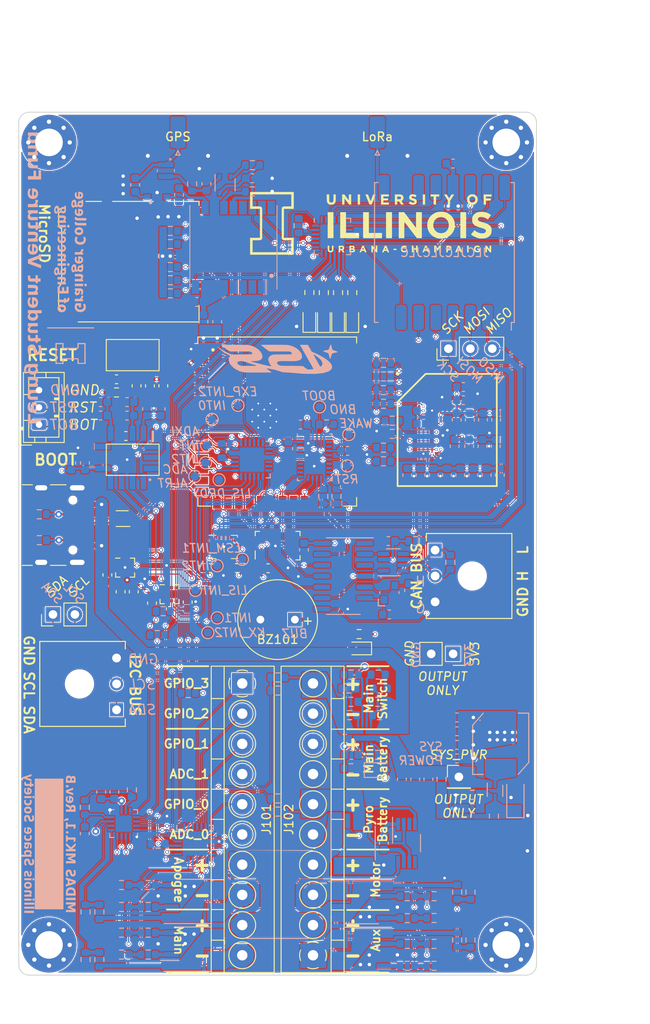
<source format=kicad_pcb>
(kicad_pcb (version 20221018) (generator pcbnew)
  (title_block (title "MIDAS MK1.1") (date "2024-09-03") (rev "B") (company "Illinois Space Society") (comment 4 "Contributors: Peter Giannetos, Thomas McManamen"))
  (layers (0 "F.Cu" signal) (1 "In1.Cu" signal) (2 "In2.Cu" signal) (31 "B.Cu" signal) (34 "B.Paste" user) (35 "F.Paste" user) (36 "B.SilkS" user "B.Silkscreen") (37 "F.SilkS" user "F.Silkscreen") (38 "B.Mask" user) (39 "F.Mask" user) (44 "Edge.Cuts" user))
  (net 0 "")
  (net 1 "/BUZZER")
  (net 2 "GND")
  (net 3 "/RESET_SW")
  (net 4 "Net-(U105-OSC2)")
  (net 5 "/ADC_DECAP")
  (net 6 "+3V3")
  (net 7 "Net-(U106-VDDIM)")
  (net 8 "Net-(U201-VCAPH)")
  (net 9 "Net-(U201-VCAPL)")
  (net 10 "/Power/SYS_POWER")
  (net 11 "Net-(U301-SS)")
  (net 12 "Net-(U105-OSC1)")
  (net 13 "Net-(J401-In)")
  (net 14 "Net-(D301-A)")
  (net 15 "Net-(FL401-OUT)")
  (net 16 "Net-(U402-IN)")
  (net 17 "Net-(U403-RF_IN)")
  (net 18 "Net-(U403-VCC)")
  (net 19 "Net-(U402-OUT)")
  (net 20 "Net-(U502-V_{1P8ANA})")
  (net 21 "Net-(U504-CAP)")
  (net 22 "Net-(U505-C1)")
  (net 23 "Net-(D101-A)")
  (net 24 "Net-(D102-A)")
  (net 25 "Net-(D103-A)")
  (net 26 "Net-(D104-A)")
  (net 27 "Net-(D302-K)")
  (net 28 "/USB_POWER")
  (net 29 "/SPI_SCK")
  (net 30 "/SPI_MOSI")
  (net 31 "Net-(FL401-IN)")
  (net 32 "/MicroSD_CMD")
  (net 33 "/MicroSD_CLK")
  (net 34 "/MicroSD_DAT0")
  (net 35 "Net-(J106-CC1)")
  (net 37 "/SPI_MISO")
  (net 38 "/AUX_GPIO_3")
  (net 39 "Net-(J106-CC2)")
  (net 41 "Net-(U502-V_{1P8DIG})")
  (net 42 "/AUX_GPIO_2")
  (net 43 "/AUX_GPIO_1")
  (net 44 "/AUX_ADC_1")
  (net 45 "/AUX_GPIO_0")
  (net 46 "/AUX_ADC_0")
  (net 47 "/LIV3R_RESET")
  (net 48 "/ADXL355_CS")
  (net 49 "/BNO086_CS")
  (net 50 "/KX134_CS")
  (net 51 "/LIS3MDL_CS")
  (net 52 "/MS5611_CS")
  (net 53 "Net-(J402-In)")
  (net 54 "/V_PYRO")
  (net 55 "/PYRO_A")
  (net 56 "Net-(D303-A)")
  (net 57 "Net-(Q201A-D1-Pad7)")
  (net 58 "Net-(J102-Pin_8)")
  (net 59 "Net-(Q201B-G2)")
  (net 60 "Net-(Q202A-S1)")
  (net 61 "Net-(Q202A-G1)")
  (net 62 "Net-(Q202B-G2)")
  (net 63 "Net-(U109-D+_out)")
  (net 64 "/PYRO_B")
  (net 65 "Net-(Q204A-S1)")
  (net 66 "Net-(Q204A-G1)")
  (net 67 "Net-(Q204B-G2)")
  (net 68 "Net-(Q205A-S1)")
  (net 69 "Net-(Q205A-G1)")
  (net 70 "Net-(Q205B-G2)")
  (net 71 "/EXP_RESET")
  (net 72 "/EXP_INT1")
  (net 73 "/EXP_INT2")
  (net 74 "/I2C_SCL")
  (net 75 "/I2C_SDA")
  (net 76 "/VBAT_PYRO")
  (net 77 "/PYRO_C")
  (net 78 "/LED_RED")
  (net 79 "/LED_ORANGE")
  (net 80 "/LED_GREEN")
  (net 81 "/LED_BLUE")
  (net 82 "/VBAT_SENSE")
  (net 83 "Net-(Q203A-S1)")
  (net 84 "Net-(Q203A-G1)")
  (net 85 "/MEM_DAT3")
  (net 86 "/MEM_CLK")
  (net 87 "Net-(Q203B-G2)")
  (net 88 "Net-(U109-D-_out)")
  (net 89 "/MEM_DS")
  (net 90 "/MEM_DAT0")
  (net 91 "/MEM_DAT1")
  (net 92 "/MEM_DAT2")
  (net 93 "/PYRO_D")
  (net 94 "Net-(U302-SW)")
  (net 95 "Net-(U106-CLK)")
  (net 96 "/PYRO_EN")
  (net 97 "/EXP_INT0")
  (net 98 "Net-(U106-DS)")
  (net 99 "Net-(U301-OV1)")
  (net 100 "Net-(U301-PR1)")
  (net 101 "Net-(J103-DAT2)")
  (net 102 "Net-(U301-ILM)")
  (net 103 "Net-(U301-OV2)")
  (net 104 "/BNO086_BOOT")
  (net 105 "/ARM_A")
  (net 106 "/ARM_C")
  (net 107 "Net-(J103-DAT3{slash}CD)")
  (net 108 "/CAN_NINT1")
  (net 109 "/FIRE_A")
  (net 110 "/FIRE_C")
  (net 111 "/SENSE_A")
  (net 112 "/SENSE_C")
  (net 113 "/ARM_B")
  (net 114 "/CAN_NCS")
  (net 115 "/ARM_D")
  (net 116 "/CAN_NINT")
  (net 117 "/FIRE_B")
  (net 118 "/FIRE_D")
  (net 119 "/SENSE_B")
  (net 120 "/PYRO_SENSE")
  (net 121 "Net-(U504-ENV_SDA)")
  (net 122 "Net-(U504-ENV_SCL)")
  (net 123 "/SENSE_D")
  (net 124 "Net-(J103-DAT1)")
  (net 127 "Net-(J110-Pin_1)")
  (net 128 "Net-(J110-Pin_2)")
  (net 129 "Net-(U108-ADDR)")
  (net 194 "/MEM_RST_N")
  (net 210 "/MEM_CMD")
  (net 240 "Net-(U302-FB)")
  (net 244 "/ADC_ALERT")
  (net 247 "/ADXL355_INT1")
  (net 248 "/ADXL355_INT2")
  (net 249 "/BNO086_WAKE")
  (net 250 "/BNO086_RESET")
  (net 251 "/KX134_INT1")
  (net 252 "/KX134_INT2")
  (net 253 "/LIS3MDL_INT")
  (net 254 "/LIS3MDL_DRDY")
  (net 255 "/LSM6DSLTR_INT1")
  (net 256 "/LSM6DSLTR_INT2")
  (net 268 "/USB_D-")
  (net 269 "/USB_D+")
  (net 270 "/RFM96W_RESET")
  (net 271 "/RFM96W_INT")
  (net 272 "/RFM96W_CS")
  (net 273 "/BNO086_INT")
  (net 276 "/CAN_FAULT")
  (net 277 "/Power/MUX_CP2")
  (net 278 "Net-(U402-OC)")
  (net 281 "/RFM96W_DI05")
  (net 282 "/RFM96W_DI03")
  (net 283 "/RFM96W_DI04")
  (net 284 "/RFM96W_DI01")
  (net 285 "/RFM96W_DI02")
  (net 290 "/LSM6DSL_CS")
  (net 298 "Net-(U105-TXCAN)")
  (net 299 "/VBAT")
  (net 300 "Net-(U105-RXCAN)")
  (net 302 "Net-(U105-~{INT0}{slash}GPIO0{slash}XSTBY)")
  (net 311 "Net-(U402-ON)")
  (footprint "MountingHole:MountingHole_3.2mm_M3_Pad_Via" (layer "F.Cu") (at 161.5 146.5)
    (fp_text reference "H104" hide)
    (fp_text value "M3")
  )
  (footprint "Connector_PinSocket_2.54mm:PinSocket_1x02_P2.54mm_Vertical" (layer "F.Cu") (at 155.34 112.77 -90)
    (fp_text reference "J302" hide)
    (fp_text value "Conn_01x02")
  )
  (footprint "Connector_PinHeader_2.54mm:PinHeader_1x03_P2.54mm_Vertical" (layer "F.Cu") (at 154.795 77.4 90)
    (fp_text reference "J109" hide)
    (fp_text value "~")
  )
  (footprint "Connector_Molex_Micro-Fit-Plus:Molex_Micro-Fit-Plus_2157601003_1x03_P3.0mm" (layer "F.Cu") (at 157.195001 103.744998 90)
    (fp_text reference "J110" hide)
    (fp_text value "2157601003")
  )
  (footprint "LED_SMD:LED_0603_1608Metric" (layer "F.Cu") (at 138.68 74.02 90)
    (fp_text reference "D101" hide)
    (fp_text value "RED LED")
  )
  (footprint "Connector_PinHeader_2.54mm:PinHeader_1x02_P2.54mm_Vertical" (layer "F.Cu") (at 108.961 108.204 90)
    (fp_text reference "J108" hide)
    (fp_text value "Conn_01x02")
  )
  (footprint "Capacitor_SMD:C_0603_1608Metric" (layer "F.Cu") (at 120.4425 106.8965 90)
    (fp_text reference "C502" hide)
    (fp_text value "0.1uF")
  )
  (footprint "Package_TFBGA:TFBGA-153_11.5x13mm" (layer "F.Cu") (at 154.65 86.825)
    (fp_text reference "U106" hide)
    (fp_text value "MTFCxxxx" hide)
  )
  (footprint "MountingHole:MountingHole_3.2mm_M3_Pad_Via" (layer "F.Cu") (at 161.5 53.5)
    (fp_text reference "H103" hide)
    (fp_text value "M3")
  )
  (footprint "Connector_PinHeader_2.54mm:PinHeader_1x01_P2.54mm_Vertical" (layer "F.Cu") (at 156.0068 127.0254)
    (fp_text reference "J301" hide)
    (fp_text value "TestPoint")
  )
  (footprint "Package_LGA:LGA-8_3x5mm_P1.25mm" (layer "F.Cu") (at 135.000184 100.23 90)
    (fp_text reference "U506" hide)
    (fp_text value "MS5611-01BA03")
  )
  (footprint "Button_Switch_SMD:SW_SPST_FSMSM" (layer "F.Cu") (at 118.2 78.15)
    (fp_text reference "SW102" hide)
    (fp_text value "SW_Push")
  )
  (footprint "LED_SMD:LED_0603_1608Metric" (layer "F.Cu") (at 142.005 74.035 90)
    (fp_text reference "D103" hide)
    (fp_text value "GREEN LED")
  )
  (footprint "Package_DFN_QFN:ST_UQFN-6L_1.5x1.7mm_P0.5mm" (layer "F.Cu") (at 116.985 97.095 180)
    (fp_text reference "U109" hide)
    (fp_text value "ECMF02-2AMX6")
  )
  (footprint "Capacitor_SMD:C_0603_1608Metric" (layer "F.Cu") (at 115.269 103.627 -90)
    (fp_text reference "C518" hide)
    (fp_text value "100nF")
  )
  (footprint "LED_SMD:LED_0603_1608Metric" (layer "F.Cu") (at 140.355 74.035 90)
    (fp_text reference "D102" hide)
    (fp_text value "ORANGE LED")
  )
  (footprint "Capacitor_SMD:C_0603_1608Metric" (layer "F.Cu") (at 127.215 102.83)
    (fp_text reference "C512" hide)
    (fp_text value "0.1uF")
  )
  (footprint "Connector_Molex_Micro-Fit-Plus:Molex_Micro-Fit-Plus_2157601003_1x03_P3.0mm" (layer "F.Cu") (at 112.387 116.253 -90)
    (fp_text reference "J111" hide)
    (fp_text value "2157601003")
  )
  (footprint "Capacitor_SMD:C_0603_1608Metric" (layer "F.Cu") (at 118.65 81.7125 90)
    (fp_text reference "C114" hide)
    (fp_text value "1uF")
  )
  (footprint "MCU_ESP32:ESP32-S3-WROOM-1U" (layer "F.Cu") (at 134.855 85.16)
    (fp_text reference "U104" hide)
    (fp_text value "ESP32-S3-WROOM-1U")
  )
  (footprint "Connector_Card:microSD_HC_Hirose_DM3AT-SF-PEJM5" (layer "F.Cu") (at 118.005 67.31 -90)
    (fp_text reference "J103" hide)
    (fp_text value "DM3AT-SF-PEJM5")
  )
  (footprint "Package_LGA:LGA-12_2x2mm_P0.5mm" (layer "F.Cu") (at 122.4725 105.859)
    (fp_text reference "U501" hide)
    (fp_text value "KX134-1211")
  )
  (footprint "MountingHole:MountingHole_3.2mm_M3_Pad_Via" (layer "F.Cu") (at 108.5 146.5)
    (fp_text reference "H102" hide)
    (fp_text value "M3")
  )
  (footprint "Capacitor_SMD:C_0603_1608Metric" (layer "F.Cu") (at 116.325 80.95)
    (fp_text reference "C107" hide)
    (fp_text value "0.1uF")
  )
  (footprint "Capacitor_SMD:C_0603_1608Metric" (layer "F.Cu") (at 124.5775 106.7815 90)
    (fp_text reference "C504" hide)
    (fp_text value "0.1uF")
  )
  (footprint "Connector_JST:JST_PH_B3B-PH-K_1x03_P2.00mm_Vertical" (layer "F.Cu") (at 107.35 86.2125 90)
    (fp_text reference "J104" hide)
    (fp_text value "~")
  )
  (footprint "Resistor_SMD:R_0603_1608Metric" (layer "F.Cu") (at 116.325 82.475 180)
    (fp_text reference "R128" hide)
    (fp_text value "20k")
  )
  (footprint "Capacitor_SMD:C_0603_1608Metric" (layer "F.Cu") (at 130.245 102.83 180)
    (fp_text reference "C511" hide)
    (fp_text value "0.1uF")
  )
  (footprint "Resistor_SMD:R_0603_1608Metric" (layer "F.Cu") (at 144.439 110.48 180)
    (fp_text reference "R315" hide)
    (fp_text value "470")
  )
  (footprint "Package_LGA:Bosch_LGA-14_3x2.5mm_P0.5mm" (layer "F.Cu") (at 128.735 100.383)
    (fp_text reference "U503" hide)
    (fp_text value "LSM6DSLTR")
  )
  (footprint "Capacitor_SMD:C_0603_1608Metric" (layer "F.Cu") (at 121.75 81.7125 -90)
    (fp_text reference "C106" hide)
    (fp_text value "0.1uF")
  )
  (footprint "Package_LGA:LGA-12_2x2mm_P0.5mm" (layer "F.Cu") (at 117.324 102.777)
    (fp_text reference "U505" hide)
    (fp_text value "LIS3MDL")
  )
  (footprint "Connector_Phoenix_Terminal-Block:Phoenix_Terminal-Block_1751329_1x10_P3.5mm" (layer "F.Cu") (at 130.9 116.2 -90)
    (fp_text reference "J101")
    (fp_text value "Left")
  )
  (footprint "Buzzer:Buzzer_AT-0927-TT-6-R" (layer "F.Cu") (at 137.000184 108.8 180)
    (fp_text reference "BZ101")
    (fp_text value "AT-0927-TT-6-R")
  )
  (footprint "MountingHole:MountingHole_3.2mm_M3_Pad_Via" (layer "F.Cu") (at 108.5 53.5)
    (fp_text reference "H101" hide)
    (fp_text value "M3")
  )
  (footprint "Capacitor_SMD:C_0603_1608Metric" (layer "F.Cu") (at 116.799 105.572 90)
    (fp_text reference "C516" hide)
    (fp_text value "1uF")
  )
  (footprint "LED_SMD:LED_0603_1608Metric" (layer "F.Cu") (at 144.399 112.141 180)
    (fp_text reference "D303" hide)
    (fp_text value "RED LED")
  )
  (footprint "Resistor_SMD:R_0603_1608Metric" (layer "F.Cu") (at 143.655 70.9075 -90)
    (fp_text reference "R127" hide)
    (fp_text value "470")
  )
  (footprint "Button_Switch_SMD:SW_SPST_FSMSM" (layer "F.Cu") (at 118.2 90.275 180)
    (fp_text reference "SW101" hide)
    (fp_text value "SW_Push")
  )
  (footprint "Resistor_SMD:R_0603_1608Metric" (layer "F.Cu") (at 142.005 70.9075 -90)
    (fp_text reference "R126" hide)
    (fp_text value "470")
  )
  (footprint "Capacitor_SMD:C_0603_1608Metric" (layer "F.Cu") (at 120.2 81.7125 -90)
    (fp_text reference "C104" hide)
    (fp_text value "22uF")
  )
  (footprint "LED_SMD:LED_0603_1608Metric" (layer "F.Cu") (at 143.655 74.035 90)
    (fp_text reference "D104" hide)
    (fp_text value "BLUE LED")
  )
  (footprint "Resistor_SMD:R_0603_1608Metric" (layer "F.Cu") (at 138.68 70.8925 -90)
    (fp_text reference "R124" hide)
    (fp_text value "470")
  )
  (footprint "Resistor_SMD:R_0603_1608Metric" (layer "F.Cu") (at 140.355 70.9075 -90)
    (fp_text reference "R125" hide)
    (fp_text value "470")
  )
  (footprint "Capacitor_SMD:C_0603_1608Metric" (layer "F.Cu") (at 117.412 87.525 180)
    (fp_text reference "C103" hide)
    (fp_text value "0.1uF")
  )
  (footprint "Connector_Phoenix_Terminal-Block:Phoenix_Terminal-Block_1751329_1x10_P3.5mm" (layer "F.Cu") (at 139.1 147.7 90)
    (fp_text reference "J102")
    (fp_text value "Right")
  )
  (footprint "Capacitor_SMD:C_0603_1608Metric" (layer "F.Cu") (at 118.324 105.572 90)
    (fp_text reference "C517" hide)
    (fp_text value "100nF")
  )
  (footprint "Capacitor_SMD:C_0603_1608Metric" (layer "F.Cu") (at 133.895 102.855)
    (fp_text reference "C519" hide)
    (fp_text value "0.1uF")
  )
  (footprint "Connector_USB:USB_C_Receptacle_GCT_USB4105-xx-A_16P_TopMnt_Horizontal" (layer "F.Cu") (at 108.67 97.845 -90)
    (fp_text reference "J106" hide)
    (fp_text value "USB4105-GF-A")
  )
  (footprint "Memes:UIUC" (layer "F.Cu") (at 145.8 62.875)
    (fp_text reference "G***" hide)
    (fp_text value "LOGO" hide)
  )
  (footprint "Resistor_SMD:R_0603_1608Metric" (layer "B.Cu") (at 153.14 140.85)
    (fp_text reference "R202" hide)
    (fp_text value "3.3k")
  )
  (footprint "Capacitor_SMD:C_0603_1608Metric" (layer "B.Cu") (at 112.649 133.604 -90)
    (fp_text reference "C111" hide)
    (fp_text value "1uF")
  )
  (footprint "Capacitor_SMD:C_0603_1608Metric" (layer "B.Cu") (at 147.828 99.695)
    (fp_text reference "C110" hide)
    (fp_text value "0.1uF")
  )
  (footprint "Capacitor_SMD:C_0603_1608Metric" (layer "B.Cu") (at 149.4 127.3048 -90)
    (fp_text reference "C304" hide)
    (fp_text value "10uF")
  )
  (footprint "Resistor_SMD:R_0603_1608Metric" (layer "B.Cu") (at 135.025 131.05 180)
    (fp_text reference "R118" hide)
    (fp_text value "50k")
  )
  (footprint "Resistor_SMD:R_0603_1608Metric" (layer "B.Cu") (at 143.25 116.7755 180)
    (fp_text reference "R306" hide)
    (fp_text value "5k")
  )
  (footprint "Diode_SMD:D_SOD-123F" (layer "B.Cu") (at 162.56 129.54 90)
    (fp_text reference "D302" hide)
    (fp_text value "BZT52H-A5V1-QX")
  )
  (footprint "Resistor_SMD:R_0603_1608Metric" (layer "B.Cu") (at 120 145.08)
    (fp_text reference "R218" hide)
    (fp_text value "1k")
  )
  (footprint "Capacitor_SMD:C_0603_1608Metric" (layer "B.Cu") (at 147.312 134.7 90)
    (fp_text reference "C201" hide)
    (fp_text value "1uF")
  )
  (footprint "Inductor_SMD:L_0603_1608Metric" (layer "B.Cu") (at 126.4 74.284 90)
    (fp_text reference "L402" hide)
    (fp_text value "27nH")
  )
  (footprint "Capacitor_SMD:C_0603_1608Metric" (layer "B.Cu") (at 157.2 88.71 -90)
    (fp_text reference "C126" hide)
    (fp_text value "0.1uF")
  )
  (footprint "Resistor_SMD:R_0603_1608Metric" (layer "B.Cu") (at 148.275 87.275 180)
    (fp_text reference "R114" hide)
    (fp_text value "50")
  )
  (footprint "Resistor_SMD:R_0603_1608Metric" (layer "B.Cu") (at 118.11 128.524 90)
    (fp_text reference "R116" hide)
    (fp_text value "TBD")
  )
  (footprint "Capacitor_SMD:C_0603_1608Metric" (layer "B.Cu") (at 128 74.284 90)
    (fp_text reference "C407" hide)
    (fp_text value "10nF")
  )
  (footprint "Package_SO:SO-8_3.9x4.9mm_P1.27mm" (layer "B.Cu") (at 144.75 141.49 180)
    (fp_text reference "Q203" hide)
    (fp_text value "DMNH6022SSDQ")
  )
  (footprint "Package_SO:SO-8_3.9x4.9mm_P1.27mm" (layer "B.Cu") (at 125.28 146.985)
    (fp_text reference "Q204" hide)
    (fp_text value "DMNH6022SSDQ")
  )
  (footprint "Capacitor_SMD:C_0603_1608Metric" (layer "B.Cu") (at 155.7782 124.8918 180)
    (fp_text reference "C308" hide)
    (fp_text value "22uF")
  )
  (footprint "Resistor_SMD:R_0603_1608Metric" (layer "B.Cu") (at 146.5995 118.3255 180)
    (fp_text reference "R303" hide)
    (fp_text value "27k")
  )
  (footprint "TestPoint:TestPoint_Pad_D1.0mm" (layer "B.Cu") (at 130.91 101.81 180)
    (fp_text reference "TP114" hide)
    (fp_text value "TestPoint_Small")
  )
  (footprint "Capacitor_SMD:C_0603_1608Metric" (layer "B.Cu") (at 118.491 58.42 -90)
    (fp_text reference "C401" hide)
    (fp_text value "200pF")
  )
  (footprint "Resistor_SMD:R_0603_1608Metric" (layer "B.Cu") (at 122.555 67.945 180)
    (fp_text reference "R132" hide)
    (fp_text value "10k")
  )
  (footprint "Capacitor_SMD:C_0603_1608Metric" (layer "B.Cu") (at 117.54 85.16)
    (fp_text reference "C505" hide)
    (fp_text value "1uF")
  )
  (footprint "Capacitor_SMD:C_0603_1608Metric" (layer "B.Cu") (at 160.75 92.055 -90)
    (fp_text reference "C119" hide)
    (fp_text value "2.2uF")
  )
  (footprint "Capacitor_SMD:C_0603_1608Metric" (layer "B.Cu") (at 143.11 89.245)
    (fp_text reference "C513" hide)
    (fp_text value "0.1uF")
  )
  (footprint "Capacitor_SMD:C_0603_1608Metric" (layer "B.Cu") (at 158.8 85.65 -90)
    (fp_text reference "C129" hide)
    (fp_text value "2.2uF")
  )
  (footprint "Capacitor_SMD:C_0603_1608Metric" (layer "B.Cu") (at 156.525 83.375)
    (fp_text reference "C131" hide)
    (fp_text value "2.2uF")
  )
  (footprint "Memes:Grainger" (layer "B.Cu") (at 110.998 69.215 90)
    (fp_text reference "G***" hide)
    (fp_text value "LOGO" hide)
  )
  (footprint "Resistor_SMD:R_0603_1608Metric" (layer "B.Cu") (at 153.999 127.3048 -90)
    (fp_text reference "R311" hide)
    (fp_text value "20k")
  )
  (footprint "Resistor_SMD:R_0603_1608Metric" (layer "B.Cu") (at 141.82 94.525 -90)
    (fp_text reference "R503" hide)
    (fp_text value "2.2k")
  )
  (footprint "Resistor_SMD:R_0603_1608Metric" (layer "B.Cu") (at 150.03 140.85 180)
    (fp_text reference "R207" hide)
    (fp_text value "1k")
  )
  (footprint "Resistor_SMD:R_0603_1608Metric" (layer "B.Cu") (at 147.27 80.625 180)
    (fp_text reference "R109" hide)
    (fp_text value "50k")
  )
  (footprint "Resistor_SMD:R_0603_1608Metric" (layer "B.Cu") (at 112.74 142.68 90)
    (fp_text reference "R211" hide)
    (fp_text value "20k")
  )
  (footprint "Resistor_SMD:R_0603_1608Metric" (layer "B.Cu") (at 107.37 96.595 180)
    (fp_text reference "R122" hide)
    (fp_text value "5.1k")
  )
  (footprint "Resistor_SMD:R_0603_1608Metric" (layer "B.Cu") (at 153.13 146.38)
    (fp_text reference "R214" hide)
    (fp_text value "3.3k")
  )
  (footprint "Capacitor_SMD:C_0603_1608Metric" (layer "B.Cu") (at 125.65 71.984 180)
    (fp_text reference "C406" hide)
    (fp_text value "56pF")
  )
  (footprint "Resistor_SMD:R_0603_1608Metric" (layer "B.Cu") (at 112.74 148.2 90)
    (fp_text reference "R223" hide)
    (fp_text value "20k")
  )
  (footprint "Resistor_SMD:R_0603_1608Metric" (layer "B.Cu") (at 150.03 148.92 180)
    (fp_text reference "R220" hide)
    (fp_text value "1k")
  )
  (footprint "Inductor_TDK:L_TDK_SPM6530" (layer "B.Cu") (at 160.8582 123.19 -90)
    (fp_text reference "L301" hide)
    (fp_text value "2.2uH")
  )
  (footprint "Resistor_SMD:R_0603_1608Metric" (layer "B.Cu") (at 155.81 145.925 90)
    (fp_text reference "R222" hide)
    (fp_text value "5k")
  )
  (footprint "Resistor_SMD:R_0603_1608Metric" (layer "B.Cu") (at 116.9 147.62 180)
    (fp_text reference "R213" hide)
    (fp_text value "3.3k")
  )
  (footprint "Resistor_SMD:R_0603_1608Metric" (layer "B.Cu") (at 120 147.62)
    (fp_text reference "R217" hide)
    (fp_text value "1k")
  )
  (footprint "Capacitor_SMD:C_0603_1608Metric" (layer "B.Cu") (at 137.64 86.195 180)
    (fp_text reference "C514" hide)
    (fp_text value "0.1uF")
  )
  (footprint "Capacitor_SMD:C_0603_1608Metric" (layer "B.Cu") (at 160.28 88.71 -90)
    (fp_text reference "C127" hide)
    (fp_text value "2.2uF")
  )
  (footprint "Resistor_SMD:R_0603_1608Metric" (layer "B.Cu") (at 143.4995 118.3255)
    (fp_text reference "R307" hide)
    (fp_text value "69.8k")
  )
  (footprint "TestPoint:TestPoint_Pad_D1.0mm" (layer "B.Cu") (at 128.21 92.6 180)
    (fp_text reference "TP111" hide)
    (fp_text value "TestPoint_Small")
  )
  (footprint "Capacitor_SMD:C_0603_1608Metric" (layer "B.Cu") (at 123.571 59.576 90)
    (fp_text reference "C404" hide)
    (fp_text value "120pF")
  )
  (footprint "Package_TO_SOT_SMD:SOT-563" (layer "B.Cu") (at 160.193651 128.645 -90)
    (fp_text reference "U302" hide)
    (fp_text value "TI_TPS566242")
  )
  (footprint "TestPoint:TestPoint_Pad_D1.0mm" (layer "B.Cu") (at 125.47 105.41 180)
    (fp_text reference "TP112" hide)
    (fp_text value "TestPoint_Small")
  )
  (footprint "Capacitor_SMD:C_0603_1608Metric" (layer "B.Cu") (at 153.1 92.055 -90)
    (fp_text reference "C115" hide)
    (fp_text value "2.2uF")
  )
  (footprint "Resistor_SMD:R_0603_1608Metric" (layer "B.Cu") (at 157.5694 129.1082 180)
    (fp_text reference "R313" hide)
    (fp_text value "30k")
  )
  (footprint "Connector_Coaxial:SMA_Molex_73251-2120_EdgeMount_Horizontal" (layer "B.Cu") (at 123.444 52.07 90)
    (fp_text reference "J401" hide)
    (fp_text value "SMA")
  )
  (footprint "Capacitor_SMD:C_0603_1608Metric" (layer "B.Cu") (at 158.743332 88.71 -90)
    (fp_text reference "C128" hide)
    (fp_text value "0.1uF")
  )
  (footprint "Resistor_SMD:R_0603_1608Metric" (layer "B.Cu") (at 112.649 130.556 90)
    (fp_text reference "R115" hide)
    (fp_text value "100k")
  )
  (footprint "Capacitor_SMD:C_0603_1608Metric" (layer "B.Cu") (at 150.03 92.055 -90)
    (fp_text reference "C117" hide)
    (fp_text value "2.2uF")
  )
  (footprint "Inductor_SMD:L_Coilcraft_XFL2010" (layer "B.Cu") (at 122.047 56.769 -90)
    (fp_text reference "L403" hide)
    (fp_text value "500nH")
  )
  (footprint "TestPoint:TestPoint_Pad_D1.0mm" (layer "B.Cu") (at 143.25 87.35 180)
    (fp_text reference "TP105" hide)
    (fp_text value "TestPoint_Small")
  )
  (footprint "Capacitor_SMD:C_0603_1608Metric" (layer "B.Cu") (at 136.23 88.995 -90)
    (fp_text reference "C515" hide)
    (fp_text value "0.1uF")
  )
  (footprint "Capacitor_SMD:C_0603_1608Metric" (layer "B.Cu") (at 150.95 127.3048 -90)
    (fp_text reference "C302" hide)
    (fp_text value "0.1uF")
  )
  (footprint "Capacitor_SMD:C_0603_1608Metric" (layer "B.Cu") (at 160.325 85.65 -90)
    (fp_text reference "C130" hide)
    (fp_text value "0.1uF")
  )
  (footprint "Capacitor_SMD:C_0603_1608Metric" (layer "B.Cu") (at 111.07 90.66 90)
    (fp_text reference "C506" hide)
    (fp_text value "0.1uF")
  )
  (footprint "Capacitor_SMD:C_0603_1608Metric" (layer "B.Cu") (at 119.87 84.38 90)
    (fp_text reference "C508" hide)
    (fp_text value "0.1uF")
  )
  (footprint "Capacitor_SMD:C_0603_1608Metric" (layer "B.Cu") (at 151.56 92.055 -90)
    (fp_text reference "C118" hide)
    (fp_text value "0.1uF")
  )
  (footprint "Resistor_SMD:R_0603_1608Metric" (layer "B.Cu") (at 150.03 146.38 180)
    (fp_text reference "R219" hide)
    (fp_text value "1k")
  )
  (footprint "RF_GPS_ST:Teseo-LIV3R" (layer "B.Cu") (at 129.875 65.659)
    (fp_text reference "U403" hide)
    (fp_text value "Teseo-LIV3R" hide)
  )
  (footprint "TestPoint:TestPoint_Pad_D1.0mm" (layer "B.Cu") (at 126.64 90.62 180)
    (fp_text reference "TP107" hide)
    (fp_text value "TestPoint_Small")
  )
  (footprint "Capacitor_SMD:C_0603_1608Metric" (layer "B.Cu") (at 132.08 57.658)
    (fp_text reference "C405" hide)
    (fp_text value "10uF")
  )
  (footprint "Capacitor_SMD:C_0603_1608Metric" (layer "B.Cu") (at 114.48 83.59 180)
    (fp_text reference "C510" hide)
    (fp_text value "0.1uF")
  )
  (footprint "TestPoint:TestPoint_Pad_D1.0mm" (layer "B.Cu") (at 130.4 83.97 180)
    (fp_text reference "TP102" hide)
    (fp_text value "TestPoint_Small")
  )
  (footprint "Package_DFN_QFN:WQFN-24-1EP_4x4mm_P0.5mm_EP2.6x2.6mm" (layer "B.Cu") (at 141.35 64.4 -90)
    (fp_text reference "U103" hide)
    (fp_text value "TCAL9539-Q1")
  )
  (footprint "Resistor_SMD:R_0603_1608Metric" (layer "B.Cu") (at 147.27 88.875)
    (fp_text reference "R110" hide)
    (fp_text value "22")
  )
  (footprint "Capacitor_SMD:C_0603_1608Metric" (layer "B.Cu") (at 157.685 92.055 -90)
    (fp_text reference "C122" hide)
    (fp_text value "0.1uF")
  )
  (footprint "Resistor_SMD:R_0603_1608Metric" (layer "B.Cu") (at 146.7995 119.8755 180)
    (fp_text reference "R301" hide)
    (fp_text value "5k")
  )
  (footprint "Resistor_SMD:R_0603_1608Metric" (layer "B.Cu") (at 151.003 99.695)
    (fp_text reference "R129" hide)
    (fp_text value "10k")
  )
  (footprint "Capacitor_SMD:C_0603_1608Metric" (layer "B.Cu") (at 126.746 58.293 90)
    (fp_text reference "C408" hide)
    (fp_text value "0.1uF")
  )
  (footprint "Resistor_SMD:R_0603_1608Metric" (layer "B.Cu") (at 146.5995 124.4755 180)
    (fp_text reference "R310" hide)
    (fp_text value "21.5k")
  )
  (footprint "Resistor_SMD:R_0603_1608Metric" (layer "B.Cu") (at 146.6495 115.1755)
    (fp_text reference "R304" hide)
    (fp_text value "5k")
  )
  (footprint "Capacitor_SMD:C_0603_1608Metric" (layer "B.Cu") (at 112.67 90.65 -90)
    (fp_text reference "C501" hide)
    (fp_text value "1uF")
  )
  (footprint "Capacitor_SMD:C_0603_1608Metric" (layer "B.Cu") (at 152.475 127.3048 -90)
    (fp_text reference "C303" hide)
    (fp_text value "10uF")
  )
  (footprint "Resistor_SMD:R_0603_1608Metric" (layer "B.Cu") (at 116.9 145.08 180)
    (fp_text reference "R215" hide)
    (fp_text value "3.3k")
  )
  (footprint "Capacitor_SMD:C_0603_1608Metric" (layer "B.Cu") (at 117.55 83.59 180)
    (fp_text reference "C507" hide)
    (fp_text value "0.1uF")
  )
  (footprint "Resistor_SMD:R_0603_1608Metric" (layer "B.Cu") (at 122.555 63.754 180)
    (fp_text reference "R130" hide)
    (fp_text value "10k")
  )
  (footprint "Capacitor_SMD:C_0603_1608Metric" (layer "B.Cu") (at 143.5495 124.4755)
    (fp_text reference "C301" hide)
    (fp_text value "1uF")
  )
  (footprint "Package_DFN_QFN:WQFN-24-1EP_4x4mm_P0.5mm_EP2.6x2.6mm" (layer "B.Cu") (at 125.425 134.75 -90)
    (fp_text reference "U101" hide)
    (fp_text value "TCAL9539-Q1")
  )
  (footprint "Resistor_SMD:R_0603_1608Metric" (layer "B.Cu") (at 121.043 110.591 180)
    (fp_text reference "R105" hide)
    (fp_text value "10k")
  )
  (footprint "Resistor_SMD:R_0603_1608Metric" (layer "B.Cu") (at 137.425 63.15 90)
    (fp_text reference "R103" hide)
    (fp_text value "10k")
  )
  (footprint "Capacitor_SMD:C_0603_1608Metric" (layer "B.Cu") (at 155.7782 121.7422 180)
    (fp_text reference "C305" hide)
    (fp_text value "22uF")
  )
  (footprint "Resistor_SMD:R_0603_1608Metric" (layer "B.Cu") (at 148.275 85.75 180)
    (fp_text reference "R111" hide)
    (fp_text value "22")
  )
  (footprint "Capacitor_SMD:C_0603_1608Metric" (layer "B.Cu") (at 151.915 86.1 180)
    (fp_text reference "C108" hide)
    (fp_text value "1uF")
  )
  (footprint "Resistor_SMD:R_0603_1608Metric" (layer "B.Cu") (at 122.555 65.278 180)
    (fp_text reference "R131" hide)
    (fp_text value "10k")
  )
  (footprint "Package_SO:VSSOP-8_3.0x3.0mm_P0.65mm" (layer "B.Cu") (at 149.942 134.7 -90)
    (fp_text reference "U201" hide)
    (fp_text value "LM74670-Q1")
  )
  (footprint "Capacitor_SMD:C_0603_1608Metric" (layer "B.Cu") (at 155.7782 120.142 180)
    (fp_text reference "C306" hide)
    (fp_text value "22uF")
  )
  (footprint "Resistor_SMD:R_0603_1608Metric" (layer "B.Cu") (at 143.3495 119.8755)
    (fp_text reference "R305" hide)
    (fp_text value "33k")
  )
  (footprint "Capacitor_SMD:C_0603_1608Metric" (layer "B.Cu") (at 114.48 85.15)
    (fp_text reference "C509" hide)
    (fp_text value "1uF")
  )
  (footprint "Resistor_SMD:R_0603_1608Metric" (layer "B.Cu") (at 121.732 107.82 180)
    (fp_text reference "R104" hide)
    (fp_text value "10k")
  )
  (footprint "Package_TO_SOT_SMD:SOT-23-8" (layer "B.Cu") (at 148.4122 102.1588)
    (fp_text reference "U107" hide)
    (fp_text value "TCAN337G")
  )
  (footprint "Resistor_SMD:R_0603_1608Metric" (layer "B.Cu") (at 150.03 143.395 180)
    (fp_text reference "R208" hide)
    (fp_text value "1k")
  )
  (footprint "Resistor_SMD:R_0603_1608Metric" (layer "B.Cu") (at 147.27 79.041667 180)
    (fp_text reference "R108" hide)
    (fp_text value "50k")
  )
  (footprint "Resistor_SMD:R_0603_1608Metric" (layer "B.Cu") (at 122.555 69.469 180)
    (fp_text reference "R133" hide)
    (fp_text value "10k")
  )
  (footprint "Resistor_SMD:R_0603_1608Metric" (layer "B.Cu") (at 120 139.555)
    (fp_text reference "R206" hide)
    (fp_text value "1k")
  )
  (footprint "Resistor_SMD:R_0603_1608Metric" (layer "B.Cu") (at 157.5694 130.683 180)
    (fp_text reference "R314" hide)
    (fp_text value "135k")
  )
  (footprint "Resistor_SMD:R_0603_1608Metric" (layer "B.Cu") (at 114.34 142.68 -90)
    (fp_text reference "R210" hide)
    (fp_text value "5k")
  )
  (footprint "Resistor_SMD:R_0603_1608Metric" (layer "B.Cu") (at 143.4995 115.1755 180)
    (fp_text reference "R308" hide)
    (fp_text value "5k")
  )
  (footprint "Resistor_SMD:R_0603_1608Metric" (layer "B.Cu") (at 135.025 129.525)
    (fp_text reference "R119" hide)
    (fp_text value "200k")
  )
  (footprint "Diode_SMD:D_SOD-323" (layer "B.Cu") (at 146.6495 126.238)
    (fp_text reference "D301" hide)
    (fp_text value "BAS416")
  )
  (footprint "Resistor_SMD:R_0603_1608Metric" (layer "B.Cu") (at 114.34 148.2 -90)
    (fp_text reference "R221" hide)
    (fp_text value "5k")
  )
  (footprint "Capacitor_SMD:C_0603_1608Metric" (layer "B.Cu") (at 114.554 128.778 90)
    (fp_text reference "C113" hide)
    (fp_text value "1uF")
  )
  (footprint "Capacitor_SMD:C_0603_1608Metric" (layer "B.Cu") (at 157.275 85.65 -90)
    (fp_text reference "C123" hide)
    (fp_text value "2.2uF")
  )
  (footprint "Capacitor_SMD:C_0603_1608Metric" (layer "B.Cu") (at 147.955 108.204)
    (fp_text reference "C102" hide)
    (fp_text value "22pF")
  )
  (footprint "Resistor_SMD:R_0603_1608Metric" (layer "B.Cu") (at 147.27 90.45 180)
    (fp_text reference "R113" hide)
    (fp_text value "50k")
  )
  (footprint "Capacitor_SMD:C_0603_1608Metric" (layer "B.Cu") (at 154.63 92.055 -90)
    (fp_text reference "C116" hide)
    (fp_text value "0.1uF")
  )
  (footprint "RF_Filter_Qualcomm:Qualcomm_SMD-6" (layer "B.Cu") (at 121.031 59.817)
    (fp_text reference "FL401" hide)
    (fp_text value "B3913")
  )
  (footprint "Resistor_SMD:R_0603_1608Metric" (layer "B.Cu") (at 155.0162 102.1588 90)
    (fp_text reference "R117" hide)
    (fp_text value "120")
  )
  (footprint "Package_DFN_QFN:WQFN-16-1EP_3x3mm_P0.5mm_EP1.68x1.68mm" (layer "B.Cu") (at 117.1566 132.4356 90)
    (fp_text reference "U108" hide)
    (fp_text value "ADS7138-Q1")
  )
  (footprint "Resistor_SMD:R_0603_1608Metric" (layer "B.Cu") (at 128.54 89.22 -90)
    (fp_text reference "R102" hide)
    (fp_text value "10k")
  )
  (footprint "Resistor_SMD:R_0603_1608Metric" (layer "B.Cu") (at 157.35 140.375 -90)
    (fp_text reference "R212" hide)
    (fp_text value "20k")
  )
  (footprint "TestPoint:TestPoint_Pad_D1.0mm" (layer "B.Cu") (at 127.98 102.56 180)
    (fp_text reference "TP113" hide)
    (fp_text value "TestPoint_Small")
  )
  (footprint "Resistor_SMD:R_0603_1608Metric" (layer "B.Cu") (at 147.27 82.208333 180)
    (fp_text reference "R112" hide)
    (fp_text value "50k")
  )
  (footprint "Resistor_SMD:R_0603_1608Metric" (layer "B.Cu") (at 160.0708 131.572 -90)
    (fp_text reference "R312" hide)
    (fp_text value "30k")
  )
  (footprint "Package_SO:SO-8_3.9x4.9mm_P1.27mm" (layer "B.Cu") (at 143.75 134.7 -90)
    (fp_text reference "Q201" hide)
    (fp_text value "DMNH6022SSDQ")
  )
  (footprint "RF_Module:HOPERF_RFM9XW_SMD" (layer "B.Cu") (at 154.33 66.255 90)
    (fp_text reference "U401" hide)
    (fp_text value "RFM96W-433S2")
  )
  (footprint "Resistor_SMD:R_0603_1608Metric" (layer "B.Cu") (at 155.81 140.375 90)
    (fp_text reference "R209" hide)
    (fp_text value "5k")
  )
  (footprint "Resistor_SMD:R_0603_1608Metric" (layer "B.Cu") (at 140.29 94.525 -90)
    (fp_text reference "R502" hide)
    (fp_text value "2.2k")
  )
  (footprint "TestPoint:TestPoint_Pad_D1.0mm" (layer "B.Cu") (at 143.06 90.99 180)
    (fp_text reference "TP104" hide)
    (fp_text value "TestPoint_Small")
  )
  (footprint "Resistor_SMD:R_0603_1608Metric" (layer "B.Cu") (at 120 142.1)
    (fp_text reference "R205" hide)
    (fp_text value "1k")
  )
  (footprint "Capacitor_SMD:C_0603_1608Metric" (layer "B.Cu") (at 156.525 81.85)
    (fp_text reference "C132" hide)
    (fp_text value "0.1uF")
  )
  (footprint "TestPoint:TestPoint_Pad_D1.0mm" (layer "B.Cu") (at 127.4 85.6 180)
    (fp_text reference "TP101" hide)
    (fp_text value "TestPoint_Small")
  )
  (footprint "Resistor_SMD:R_0603_1608Metric" (layer "B.Cu") (at 153.13 143.38)
    (fp_text reference "R204" hide)
    (fp_text value "3.3k")
  )
  (footprint "TestPoint:TestPoint_Pad_D1.0mm" (layer "B.Cu") (at 125.4 92.2 180)
    (fp_text reference "TP103" hide)
    (fp_text value "TestPoint_Small")
  )
  (footprint "Resistor_SMD:R_0603_1608Metric" (layer "B.Cu") (at 132.08 59.182 180)
    (fp_text reference "R401" hide)
    (fp_text value "10k")
  )
  (footprint "Resistor_SMD:R_0603_1608Metric" (layer "B.Cu") (at 116.9 139.555 180)
    (fp_text reference "R203" hide)
    (fp_text value "3.3k")
  )
  (footprint "Capacitor_SMD:C_0603_1608Metric" (layer "B.Cu") (at 138.049 100.711 90)
    (fp_text reference "C105" hide)
    (fp_text value "0.1uF")
  )
  (footprint "Logos_ISS:ISS_LOGO_even more extreme small" (layer "B.Cu") (at 134.766803 78.687893 180)
    (fp_text reference "G***" hide)
    (fp_text value "LOGO" hide)
  )
  (footprint "Resistor_SMD:R_0603_1608Metric" (layer "B.Cu") (at 135.025 115.5 180)
    (fp_text reference "R120" hide)
    (fp_text value "50k")
  )
  (footprint "Capacitor_SMD:C_0603_1608Metric" (layer "B.Cu") (at 155.513334 88.71 -90)
    (fp_text reference "C125" hide)
    (fp_text value "2.2uF")
  )
  (footprint "Package_LGA:LGA-28_5.2x3.8mm_P0.5mm" (layer "B.Cu") (at 139.3 89.99 -90)
    (fp_text reference "U504" hide)
    (fp_text value "BNO086")
  )
  (footprint "Capacitor_SMD:C_0603_1608Metric" (layer "B.Cu") (at 121.43 84.38 -90)
    (fp_text reference "C503" hide)
    (fp_text value "1uF")
  )
  (footprint "TestPoint:TestPoint_Pad_D1.0mm" (layer "B.Cu") (at 126.91 110.31 180)
    (fp_text reference "TP109" hide)
    (fp_text value "TestPoint_Small")
  )
  (footprint "Capacitor_SMD:C_0603_1608Metric" (layer "B.Cu") (at 150.241 105.41 90)
    (fp_text reference "C101" hide)
    (fp_text value "22pF")
  )
  (footprint "Resistor_SMD:R_0603_1608Metric" (layer "B.Cu") (at 116.9 142.1 180)
    (fp_text reference "R201" hide)
    (fp_text value "3.3k")
  )
  (footprint "Package_VQFN:VQFN-HR-RUX0012A" (layer "B.Cu") (at 145.0695 122.1745)
    (fp_text reference "U301" hide)
    (fp_text value "TPS2121" hide)
  )
  (footprint "Package_SO:SO-8_3.9x4.9mm_P1.27mm" (layer "B.Cu") (at 125.28 141.46)
    (fp_text reference "Q202" hide)
    (fp_text value "DMNH6022SSDQ")
  )
  (footprint "Resistor_SMD:R_0603_1608Metric" (layer "B.Cu") (at 121.15 134.775)
    (fp_text reference "R101" hide)
    (fp_text value "10k")
  )
  (footprint "TestPoint:TestPoint_Pad_D1.0mm" (layer "B.Cu") (at 126.77 88.6 180)
    (fp_text reference "TP108" hide)
    (fp_text value "TestPoint_Small")
  )
  (footprint "Crystal:Crystal_SMD_Abracon_ABM10-4Pin_2.5x2.0mm" (layer "B.Cu") (at 147.955 105.664)
    (fp_text reference "Y101" hide)
    (fp_text value "40MHz")
  )
  (footprint "Connector_Coaxial:SMA_Molex_73251-2120_EdgeMount_Horizontal" (layer "B.Cu") (at 146.558 52.07 90)
    (fp_text reference "J402" hide)
    (fp_text value "SMA")
  )
  (footprint "Capacitor_SMD:C_0603_1608Metric" (layer "B.Cu") (at 155.7782 123.317 180)
    (fp_text reference "C307" hide)
    (fp_text value "22uF")
  )
  (footprint "Resistor_SMD:R_0603_1608Metric" (layer "B.Cu") (at 107.37 99.595 180)
    (fp_text reference "R123" hide)
    (fp_text value "5.1k")
  )
  (footprint "Resistor_SMD:R_0603_1608Metric" (layer "B.Cu") (at 125.095 58.293 -90)
    (fp_text reference "R402" hide)
    (fp_text value "500")
  )
  (footprint "Resistor_SMD:R_0603_1608Metric" (layer "B.Cu") (at 140.67 86.185)
    (fp_text reference "R501" hide)
    (fp_text value "10k")
  )
  (footprint "Capacitor_SMD:C_0603_1608Metric" (layer "B.Cu") (at 156.16 92.055 -90)
    (fp_text reference "C121" hide)
    (fp_text value "2.2uF")
  )
  (footprint "Package_DFN_QFN:WQFN-24-1EP_4x4mm_P0.5mm_EP2.6x2.6mm" (layer "B.Cu") (at 132.0275 90.265 -90)
    (fp_text reference "U102" hide)
    (fp_text value "TCAL9539-Q1")
  )
  (footprint "Resistor_SMD:R_0603_1608Metric" (layer "B.Cu") (at 157.35 145.925 -90)
    (fp_text reference "R224" hide)
    (fp_text value "20k")
  )
  (footprint "Sensor_Motion_Analog:Analog_LGA_14-7.4x7.4mm" (layer "B.Cu") (at 117.54 90.01 90)
    (fp_text reference "U502" hide)
    (fp_text value "ADXL355" hide)
  )
  (footprint "Resistor_SMD:R_0603_1608Metric" (layer "B.Cu") (at 146.9 116.7755)
    (fp_text reference "R302" hide)
    (fp_text value "5k")
  )
  (footprint "Capacitor_SMD:C_0603_1608Metric" (layer "B.Cu") (at 159.22 92.055 -90)
    (fp_text reference "C120" hide)
    (fp_text value "0.1uF")
  )
  (footprint "Capacitor_SMD:C_0603_1608Metric" (layer "B.Cu") (at 116.078 128.778 90)
    (fp_text reference "C112" hide)
    (fp_text value "1uF")
  )
  (footprint "Resistor_SMD:R_0603_1608Metric" (layer "B.Cu") (at 143.4995 126.0255)
    (fp_text reference "R309" hide)
    (fp_text value "0")
  )
  (footprint "Resistor_SMD:R_0603_1608Metric" (layer "B.Cu") (at 122.555 70.993 180)
    (fp_text reference "R134" hide)
    (fp_text value "10k")
  )
  (footprint "Resistor_SMD:R_0603_1608Metric" (layer "B.Cu") (at 153.13 148.92)
    (fp_text reference "R216" hide)
    (fp_text value "3.3k")
  )
  (footprint "Capacitor_SMD:C_0603_1608Metric" (layer "B.Cu") (at 155.33 55.95)
    (fp_text reference "C402" hide)
    (fp_text value "10uF")
  )
  (footprint "TestPoint:TestPoint_Pad_D1.0mm" (layer "B.Cu") (at 139.86 84.15 180)
    (fp_text reference "TP106" hide)
    (fp_text value "TestPoint_Small")
  )
  (footprint "Package_SO:SO-8_3.9x4.9mm_P1.27mm" (layer "B.Cu") (at 144.75 147.015 180)
    (fp_text reference "Q205" hide)
    (fp_text value "DMNH6022SSDQ")
  )
  (footprint "Capacitor_SMD:C_0603_1608Metric" (layer "B.Cu") (at 155.75 85.65 -90)
    (fp_text reference "C124" hide)
    (fp_text value "0.1uF")
  )
  (footprint "Resistor_SMD:R_0603_1608Metric" (layer "B.Cu") (at 147.27 83.791667 180)
    (fp_text reference "R107" hide)
    (fp_text value "50k")
  )
  (footprint "Package_TO_SOT_SMD:SOT-353_SC-70-5" (layer "B.Cu") (at 128.905 58.42 -90)
    (fp_text reference "U402" hide)
    (fp_text value "TPS22943")
  )
  (footprint "Resistor_SMD:R_0603_1608Metric" (layer "B.Cu") (at 135.025 117.025)
    (fp_text reference "R121" hide)
    (fp_text value "200k")
  )
  (footprint "Resistor_SMD:R_0603_1608Metric" (layer "B.Cu") (at 124.645 117.31)
    (fp_text reference "R106" hide)
    (fp_text value "10k")
  )
  (footprint "TestPoint:TestPoint_Pad_D1.0mm" (layer "B.Cu") (at 128 108.6 180)
    (fp_text reference "TP110" hide)
    (fp_text value "TestPoint_Small")
  )
  (footprint "Package_SO:SOIC-14_3.9x8.7mm_P1.27mm" (layer "B.Cu") (at 142.621 103.759 180)
    (fp_text reference "U105" hide)
    (fp_text value "MCP2518FDT-xSL")
  )
  (footprint "Resistor_SMD:R_0603_1608Metric" (layer "B.Cu") (at 132.08 56.134)
    (fp_text reference "R403" hide)
    (fp_text value "100k")
  )
  (footprint "Capacitor_SMD:C_0603_1608Metric" (layer "B.Cu") (at 151.915 84.58 180)
    (fp_text reference "C109" hide)
    (fp_text value "0.1uF")
  )
  (gr_rect locked (start 106.925 127.3) (end 110.1 142.3) (stroke (width 0.15)) (fill solid) (layer "B.SilkS"))
  (gr_line (start 126.965 128.45) (end 122.16 128.45) (stroke (width 0.2)) (layer "F.SilkS"))
  (gr_line locked (start 147.86 135.45) (end 143.055 135.45) (stroke (width 0.2)) (layer "F.SilkS"))
  (gr_line (start 126.965 114.2) (end 122.16 114.2) (stroke (width 0.2)) (layer "F.SilkS"))
  (gr_line (start 126.965 149.7) (end 122.16 149.7) (stroke (width 0.2)) (layer "F.SilkS"))
  (gr_line (start 147.86 121.5) (end 143.055 121.5) (stroke (width 0.2)) (layer "F.SilkS"))
  (gr_line (start 147.86 128.45) (end 143.055 128.45) (stroke (width 0.2)) (layer "F.SilkS"))
  (gr_line (start 147.86 114.2) (end 143.055 114.2) (stroke (width 0.2)) (layer "F.SilkS"))
  (gr_line (start 147.86 149.7) (end 143.055 149.7) (stroke (width 0.2)) (layer "F.SilkS"))
  (gr_line locked (start 126.965 135.45) (end 122.16 135.45) (stroke (width 0.2)) (layer "F.SilkS"))
  (gr_line (start 147.86 142.45) (end 143.055 142.45) (stroke (width 0.2)) (layer "F.SilkS"))
  (gr_line (start 126.965 142.4) (end 122.16 142.4) (stroke (width 0.2)) (layer "F.SilkS"))
  (gr_line (start 126.965 121.45) (end 122.16 121.45) (stroke (width 0.2)) (layer "F.SilkS"))
  (gr_arc (start 106.200367 150.002234) (mid 105.35 149.65) (end 104.997766 148.799633) (stroke (width 0.1)) (layer "Edge.Cuts"))
  (gr_line (start 163.799634 150.002235) (end 106.200367 150.002234) (stroke (width 0.1)) (layer "Edge.Cuts"))
  (gr_line (start 165.002602 51.199999) (end 165.002235 148.799634) (stroke (width 0.1)) (layer "Edge.Cuts"))
  (gr_arc (start 165.002235 148.799634) (mid 164.650001 149.650001) (end 163.799634 150.002235) (stroke (width 0.1)) (layer "Edge.Cuts"))
  (gr_arc (start 104.997766 51.200367) (mid 105.35 50.35) (end 106.200367 49.997766) (stroke (width 0.1)) (layer "Edge.Cuts"))
  (gr_line (start 104.997766 148.799633) (end 104.997766 51.200367) (stroke (width 0.1)) (layer "Edge.Cuts"))
  (gr_line locked (start 106.200367 49.997766) (end 163.800001 49.997398) (stroke (width 0.1)) (layer "Edge.Cuts"))
  (gr_arc (start 163.800001 49.997398) (mid 164.650368 50.349632) (end 165.002602 51.199999) (stroke (width 0.1)) (layer "Edge.Cuts"))
  (gr_text "MIDAS" (at 129.595417 54.575) (layer "F.Cu") (effects (font (size 2 2) (thickness 0.4) bold) (justify left bottom)))
  (gr_text locked "JLCJLCJLCJLC" (at 159.597858 66.85675) (layer "B.SilkS") (effects (font (size 1 1)) (justify left bottom mirror)))
  (gr_text "LSM_INT1" (at 130.91 101.11) (layer "B.SilkS") (effects (font (size 1 1) (thickness 0.15) italic) (justify left bottom mirror)))
  (gr_text "SCL" (at 117.653 116.32) (layer "B.SilkS") (effects (font (size 1.15 1.15) (thickness 0.14375) italic) (justify right mirror)))
  (gr_text "Leung Student Venture Fund" (at 106.68 69.215 270) (layer "B.SilkS") (effects (font (size 1.5 1.5) (thickness 0.2) bold) (justify mirror)))
  (gr_text "MOSI" (at 158.617708 81.28 -45) (layer "B.SilkS") (effects (font (size 1 1) (thickness 0.153) italic) (justify left mirror)))
  (gr_text "WAKE" (at 144.145 86.65) (layer "B.SilkS") (effects (font (size 1 1) (thickness 0.15) italic) (justify bottom mirror)))
  (gr_text "SYS\nPOWER" (at 154.305 124.333) (layer "B.SilkS") (effects (font (size 1 1) (thickness 0.15) italic) (justify left mirror)))
  (gr_text "H" (at 152.2476 104.3912) (layer "B.SilkS") (effects (font (size 1.15 1.15) (thickness 0.14375)) (justify left mirror)))
  (gr_text "G" (at 152.2476 107.4872) (layer "B.SilkS") (effects (font (size 1.15 1.15) (thickness 0.14375)) (justify left mirror)))
  (gr_text "LIS_INT" (at 126.17 105.41) (layer "B.SilkS") (effects (font (size 1 1) (thickness 0.15) italic) (justify right mirror)))
  (gr_text "EXP_INT2\nINT0" (at 125.73 84.582) (layer "B.SilkS") (effects (font (size 1 1) (thickness 0.15) italic) (justify right bottom mirror)))
  (gr_text "KX_INT2" (at 127.61 110.31) (layer "B.SilkS") (effects (font (size 1 1) (thickness 0.15) italic) (justify right mirror)))
  (gr_text "INT2" (at 127.254 102.5652) (layer "B.SilkS") (effects (font (size 1 1) (thickness 0.15) italic) (justify left mirror)))
  (gr_text "GND" (at 108.585 82.2125) (layer "B.SilkS") (effects (font (size 1.15 1.15) (thickness 0.15875) italic) (justify right mirror)))
  (gr_text "SCK" (at 153.659605 78.861897 315) (layer "B.SilkS") (effects (font (size 1 1) (thickness 0.153) italic) (justify right mirror)))
  (gr_text "MISO" (at 161.157708 81.28 315) (layer "B.SilkS") (effects (font (size 1 1) (thickness 0.153) italic) (justify left mirror)))
  (gr_text "3V3" (at 157.226 112.832501 90) (layer "B.SilkS") (effects (font (size 1 1) (thickness 0.153) italic) (justify mirror)))
  (gr_text "RST" (at 108.585 84.2125) (layer "B.SilkS") (effects (font (size 1.15 1.15) (thickness 0.15875) italic) (justify right mirror)))
  (gr_text locked "MIDAS MK1.1, Rev.B" (at 110.92 134.8 270) (layer "B.SilkS") (effects (font (size 1.1 1) (thickness 0.22) bold) (justify mirror)))
  (gr_text "ADXL\nINT1\nINT2" (at 126.07 88.6) (layer "B.SilkS") (effects (font (size 1 1) (thickness 0.15) italic) (justify left mirror)))
  (gr_text "RST" (at 143.06 91.948) (layer "B.SilkS") (effects (font (size 1 1) (thickness 0.15) italic) (justify top mirror)))
  (gr_text "BOOT" (at 139.86 83.45) (layer "B.SilkS") (effects (font (size 1 1) (thickness 0.15) italic) (justify bottom mirror)))
  (gr_text "BOT" (at 108.585 86.2125) (layer "B.SilkS") (effects (font (size 1.15 1.15) (thickness 0.15875) italic) (justify right mirror)))
  (gr_text "SDA" (at 117.653 119.2395) (layer "B.SilkS") (effects (font (size 1.15 1.15) (thickness 0.14375) italic) (justify right mirror)))
  (gr_text locked "Illinois Space Society" (at 106.09 134.8 270) (layer "B.SilkS") (effects (font (size 1.1 0.97) (thickness 0.22) bold) (justify mirror)))
  (gr_text "BUZ" (at 137.033 109.855) (layer "B.SilkS") (effects (font (size 1 1) (thickness 0.15) italic) (justify top mirror)))
  (gr_text "SDA" (at 109.957499 106.807 315) (layer "B.SilkS") (effects (font (size 1 1) (thickness 0.153) italic) (justify left mirror)))
  (gr_text "GND" (at 151.638 112.832501 90) (layer "B.SilkS") (effects (font (size 1 1) (thickness 0.153) italic) (justify bottom mirror)))
  (gr_text "GND" (at 117.653 113.4005) (layer "B.SilkS") (effects (font (size 1.15 1.15) (thickness 0.14375) italic) (justify right mirror)))
  (gr_text "BNO" (at 144.272 84.455) (layer "B.SilkS") (effects (font (size 1 1) (thickness 0.15) italic) (justify left mirror)))
  (gr_text "L" (at 152.2476 101.2952) (layer "B.SilkS") (effects (font (size 1.15 1.15) (thickness 0.14375)) (justify left mirror)))
  (gr_text "ADC\nALRT" (at 124.7 92.2) (layer "B.SilkS") (effects (font (size 1 1) (thickness 0.15) italic) (justify left mirror)))
  (gr_text "INT1" (at 128.7 108.6) (layer "B.SilkS") (effects (font (size 1 1) (thickness 0.15) italic) (justify right mirror)))
  (gr_text "SCL" (at 112.480663 106.807 315) (layer "B.SilkS") (effects (font (size 1 1) (thickness 0.153) italic) (justify left mirror)))
  (gr_text "LIS_DRDY" (at 128.5748 93.599) (layer "B.SilkS") (effects (font (size 1 1) (thickness 0.15) italic) (justify top mirror)))
  (gr_text "+\n" (at 126.255 137.186) (layer "F.SilkS") (effects (font (size 1.5 1.5) (thickness 0.375) bold)))
  (gr_text "I2C BUS" (at 118.472 116.411 270) (layer "F.SilkS") (effects (font (size 1.15 1.15) (thickness 0.23) bold)))
  (gr_text "CAN BUS" (at 151.125 103.744998 90) (layer "F.SilkS") (effects (font (size 1.15 1.15) (thickness 0.23) bold)))
  (gr_text "SDA" (at 106.172 120.396 270) (layer "F.SilkS") (effects (font (size 1.15 1.15) (thickness 0.23) bold)))
  (gr_text "GPIO_3" (at 127.19 116.2) (layer "F.SilkS") (effects (font (size 1 1) (thickness 0.2) bold) (justify right)))
  (gr_text "MOSI" (at 156.725 75.55 45) (layer "F.SilkS") (effects (font (size 1 1) (thickness 0.153) italic) (justify left)))
  (gr_text "MISO" (at 159.3 75.55 45) (layer "F.SilkS") (effects (font (size 1 1) (thickness 0.153) italic) (justify left)))
  (gr_text "Main\nSwitch" (at 146.36 117.95 90) (layer "F.SilkS") (effects (font (size 1 1) (thickness 0.2) bold)))
  (gr_text "RST" (at 110.725 84.2125) (layer "F.SilkS") (effects (font (size 1.15 1.15) (thickness 0.15875) italic) (justify left)))
  (gr_text "LoRa" (at 146.558 53.43) (layer "F.SilkS") (effects (font (size 1 1) (thickness 0.16)) (justify bottom)))
  (gr_text "SCL" (at 106.172 116.411 270) (layer "F.SilkS") (effects (font (size 1.15 1.15) (thickness 0.23) bold)))
  (gr_text "Main\nBattery" (at 146.36 124.95 90) (layer "F.SilkS") (effects (font (size 1 1) (thickness 0.2) bold)))
  (gr_text locked "GND" (at 150.9 112.770001 90) (layer "F.SilkS") (effects (font (size 1 1) (thickness 0.153) italic) (justify bottom)))
  (gr_text "H" (at 163.425 103.744998 90) (layer "F.SilkS") (effects (font (size 1.15 1.15) (thickness 0.23) bold)))
  (gr_text "GPIO_2" (at 127.19 119.7) (layer "F.SilkS") (effects (font (size 1 1) (thickness 0.2) bold) (justify right)))
  (gr_text "-" (at 143.725 140.7) (layer "F.SilkS") (effects (font (size 1.5 1.5) (thickness 0.375) bold)))
  (gr_text "SCK" (at 154.15 75.55 45) (layer "F.SilkS") (effects (font (size 1 1) (thickness 0.153) italic) (justify left)))
  (gr_text "MicroSD" (at 107.95 64.05 270) (layer "F.SilkS") (effects (font (size 1.15 1.15) (thickness 0.23) bold)))
  (gr_text "GND" (at 163.425 106.744998 90) (layer "F.SilkS") (effects (font (size 1.15 1.15) (thickness 0.23) bold)))
  (gr_text "-" (at 143.725 119.7) (layer "F.SilkS") (effects (font (size 1.5 1.5) (thickness 0.375) bold)))
  (gr_text "3V3" (at 157.85 112.770001 90) (layer "F.SilkS") (effects (font (size 1 1) (thickness 0.153) italic)))
  (gr_text "SCL" (at 110.879164 106.044 45) (layer "F.SilkS") (effects (font (size 1 1) (thickness 0.153) italic) (justify left)))
  (gr_text "+\n" (at 126.255 144.186) (layer "F.SilkS") (effects (font (size 1.5 1.5) (thickness 0.375) bold)))
  (gr_text "-" (at 143.725 126.7) (layer "F.SilkS") (effects (font (size 1.5 1.5) (thickness 0.375) bold)))
  (gr_text "ADC_1" (at 127.19 126.7) (layer "F.SilkS") (effects (font (size 1 1) (thickness 0.2) bold) (justify right)))
  (gr_text "OUTPUT\nONLY" (at 155.9443 130.429) (layer "F.SilkS") (effects (font (size 1 1) (thickness 0.153) italic)))
  (gr_text "SYS_PWR" (at 155.9443 124.46) (layer "F.SilkS") (effects (font (size 1 1) (thickness 0.153) italic)))
  (gr_text "Aux" (at 146.36 145.97 90) (layer "F.SilkS") (effects (font (size 1 1) (thickness 0.2) bold)))
  (gr_text "Pyro\nBattery" (at 146.36 131.962 90) (layer "F.SilkS") (effects (font (size 1 1) (thickness 0.2) bold)))
  (gr_text "GPS" (at 123.444 53.43) (layer "F.SilkS") (effects (font (size 1 1) (thickness 0.16)) (justify bottom)))
  (gr_text "-" (at 126.255 140.686) (layer "F.SilkS") (effects (font (size 1.5 1.5) (thickness 0.375) bold)))
  (gr_text "RESET" (at 111.887 78.15) (layer "F.SilkS") (effects (font (size 1.27 1.27) (thickness 0.254) bold) (justify right)))
  (gr_text "BOT" (at 110.725 86.2125) (layer "F.SilkS") (effects (font (size 1.15 1.15) (thickness 0.15875) italic) (justify left)))
  (gr_text "L" (at 163.425 100.744998 90) (layer "F.SilkS") (effects (font (size 1.15 1.15) (thickness 0.23) bold)))
  (gr_text locked "Main" (at 123.539 145.941 270) (layer "F.SilkS") (effects (font (size 1 1) (thickness 0.2) bold)))
  (gr_text "SDA" (at 108.331 106.044 45) (layer "F.SilkS") (effects (font (size 1 1) (thickness 0.153) italic) (justify left)))
  (gr_text "+\n" (at 143.725 130.2) (layer "F.SilkS") (effects (font (size 1.5 1.5) (thickness 0.375) bold)))
  (gr_text "BOOT" (at 111.887 90.275) (layer "F.SilkS") (effects (font (size 1.27 1.27) (thickness 0.254) bold) (justify right)))
  (gr_text "Apogee" (at 123.539 138.975 270) (layer "F.SilkS") (effects (font (size 1 1) (thickness 0.2) bold)))
  (gr_text "-" (at 143.725 147.675) (layer "F.SilkS") (effects (font (size 1.5 1.5) (thickness 0.375) bold)))
  (gr_text "+\n" (at 143.725 123.2) (layer "F.SilkS") (effects (font (size 1.5 1.5) (thickness 0.375) bold)))
  (gr_text "+\n" (at 143.725 137.2) (layer "F.SilkS") (effects (font (size 1.5 1.5) (thickness 0.375) bold)))
  (gr_text locked "GPIO_0" (at 127.19 130.2) (layer "F.SilkS") (effects (font (size 1 1) (thickness 0.2) bold) (justify right)))
  (gr_text "+\n" (at 143.725 116.2) (layer "F.SilkS") (effects (font (size 1.5 1.5) (thickness 0.375) bold)))
  (gr_text "-" (at 126.255 147.686) (layer "F.SilkS") (effects (font (size 1.5 1.5) (thickness 0.375) bold)))
  (gr_text "OUTPUT\nONLY" (at 154.09 116.205) (layer "F.SilkS") (effects (font (size 1 1) (thickness 0.153) italic)))
  (gr_text locked "ADC_0" (at 127.19 133.7) (layer "F.SilkS") (effects (font (size 1 1) (thickness 0.2) bold) (justify right)))
  (gr_text "+\n" (at 143.725 144.175) (layer "F.SilkS") (effects (font (size 1.5 1.5) (thickness 0.375) bold)))
  (gr_text "GND" (at 110.725 82.2125) (layer "F.SilkS") (effects (font (size 1.15 1.15) (thickness 0.15875) italic) (justify left)))
  (gr_text "Motor" (at 146.36 138.945 90) (layer "F.SilkS") (effects (font (size 1 1) (thickness 0.2) bold)))
  (gr_text locked "GPIO_1" (at 127.19 123.2) (layer "F.SilkS") (effects (font (size 1 1) (thickness 0.2) bold) (justify right)))
  (gr_text "GND" (at 106.172 112.395 -90) (layer "F.SilkS") (effects (font (size 1.15 1.15) (thickness 0.23) bold)))
  (gr_text "-" (at 143.725 133.7) (layer "F.SilkS") (effects (font (size 1.5 1.5) (thickness 0.375) bold)))
  (segment (start 140.67 96.61) (end 142.43 98.37) (width 0.45) (layer "F.Cu") (net 1))
  (segment (start 141.44 108.8) (end 137.000184 108.8) (width 0.45) (layer "F.Cu") (net 1))
  (segment (start 142.43 107.81) (end 141.44 108.8) (width 0.45) (layer "F.Cu") (net 1))
  (segment (start 140.67 95.2) (end 140.67 96.61) (width 0.45) (layer "F.Cu") (net 1))
  (segment (start 142.43 98.37) (end 142.43 107.81) (width 0.45) (layer "F.Cu") (net 1))
  (segment (start 153.87 90.045) (end 153.4 89.575) (width 0.127) (layer "F.Cu") (net 2))
  (via (at 144.61 143.24) (size 0.8) (drill 0.4) (layers "F.Cu" "B.Cu") (net 2))
  (via (at 159.5 88.7) (size 0.45) (drill 0.3) (layers "F.Cu" "B.Cu") (net 2))
  (via (at 121.031 59.309) (size 0.8) (drill 0.4) (layers "F.Cu" "B.Cu") (net 2))
  (via (at 145.354 89.671) (size 0.45) (drill 0.3) (layers "F.Cu" "B.Cu") (net 2))
  (via (at 145.63 148.77) (size 0.8) (drill 0.4) (layers "F.Cu" "B.Cu") (net 2))
  (via (at 154.675 86.85) (size 0.45) (drill 0.3) (layers "F.Cu" "B.Cu") (net 2))
  (via (at 145.64 143.23) (size 0.8) (drill 0.4) (layers "F.Cu" "B.Cu") (net 2))
  (via (at 152.331666 92.17) (size 0.45) (drill 0.3) (layers "F.Cu" "B.Cu") (net 2))
  (via (at 117.314 102.757) (size 0.45) (drill 0.3) (layers "F.Cu" "B.Cu") (net 2))
  (via (at 148.875 142.125) (size 0.8) (drill 0.4) (layers "F.Cu" "B.Cu") (net 2))
  (via (at 128.719 103.686) (size 0.45) (drill 0.3) (layers "F.Cu" "B.Cu") (net 2))
  (via (at 148.875 147.65) (size 0.8) (drill 0.4) (layers "F.Cu" "B.Cu") (net 2))
  (via (at 155.6512 129.1336) (size 0.8) (drill 0.4) (layers "F.Cu" "B.Cu") (net 2))
  (via (at 121.15 140.825) (size 0.8) (drill 0.4) (layers "F.Cu" "B.Cu") (net 2))
  (via (at 124.3 140.83) (size 0.8) (drill 0.4) (layers "F.Cu" "B.Cu") (net 2))
  (via (at 124.975 77.45) (size 0.45) (drill 0.3) (layers "F.Cu" "B.Cu") (net 2))
  (via (at 117.094 59.436) (size 0.8) (drill 0.4) (layers "F.Cu" "B.Cu") (net 2))
  (via (at 144.225 64.15) (size 0.45) (drill 0.3) (layers "F.Cu" "B.Cu") (net 2))
  (via (at 134.366 57.658) (size 0.8) (drill 0.4) (layers "F.Cu" "B.Cu") (net 2))
  (via (at 146.475 86.95) (size 0.45) (drill 0.3) (layers "F.Cu" "B.Cu") (net 2))
  (via (at 121.15 146.375) (size 0.8) (drill 0.4) (layers "F.Cu" "B.Cu") (net 2))
  (via (at 124.28 145.25) (size 0.8) (drill 0.4) (layers "F.Cu" "B.Cu") (net 2))
  (via (at 134.366 59.182) (size 0.8) (drill 0.4) (layers "F.Cu" "B.Cu") (net 2))
  (via (at 123.55 62.103) (size 0.8) (drill 0.4) (layers "F.Cu" "B.Cu") (net 2))
  (via (at 118.675 133.975) (size 0.45) (drill 0.3) (layers "F.Cu" "B.Cu") (net 2))
  (via (at 162.052 129.413) (size 0.8) (drill 0.4) (layers "F.Cu" "B.Cu") (net 2))
  (via (at 117.094 58.42) (size 0.8) (drill 0.4) (layers "F.Cu" "B.Cu") (net 2))
  (via (at 125.92 56.5404) (size 0.8) (drill 0.4) (layers "F.Cu" "B.Cu") (net 2))
  (via (at 138.38 89.75) (size 0.45) (drill 0.3) (layers "F.Cu" "B.Cu") (net 2))
  (via (at 128.215 134.511) (size 0.45) (drill 0.3) (layers "F.Cu" "B.Cu") (net 2))
  (via (at 125.5 106.72) (size 0.45) (drill 0.3) (layers "F.Cu" "B.Cu") (net 2))
  (via (at 122.301 62.103) (size 0.8) (drill 0.4) (layers "F.Cu" "B.Cu") (net 2))
  (via (at 119.59 104.07) (size 0.45) (drill 0.3) (layers "F.Cu" "B.Cu") (net 2))
  (via (at 137.2 74.825) (size 0.8) (drill 0.4) (layers "F.Cu" "B.Cu") (net 2))
  (via (at 154.35 138.75) (size 0.45) (drill 0.3) (layers "F.Cu" "B.Cu") (net 2))
  (via (at 137.4 103.8) (size 0.4) (drill 0.3) (layers "F.Cu" "B.Cu") (net 2))
  (via (at 125.31 145.24) (size 0.8) (drill 0.4) (layers "F.Cu" "B.Cu") (net 2))
  (via (at 122.13 102.52) (size 0.45) (drill 0.3) (layers "F.Cu" "B.Cu") (net 2))
  (via (at 147.3 137.24) (size 0.8) (drill 0.4) (layers "F.Cu" "B.Cu") (net 2))
  (via (at 122.174 131.572) (size 0.45) (drill 0.3) (layers "F.Cu" "B.Cu") (net 2))
  (via (at 155.394998 92.17) (size 0.45) (drill 0.3) (layers "F.Cu" "B.Cu") (net 2))
  (via (at 145.63 142.13) (size 0.8) (drill 0.4) (layers "F.Cu" "B.Cu") (net 2))
  (via (at 120.64 84.31) (size 0.45) (drill 0.3) (layers "F.Cu" "B.Cu") (net 2))
  (via (at 154.15 87.46) (size 0.45) (drill 0.3) (layers "F.Cu" "B.Cu") (net 2))
  (via (at 152.9 84.575) (size 0.35) (drill 0.25) (layers "F.Cu" "B.Cu") (net 2))
  (via (at 124.29 139.73) (size 0.8) (drill 0.4) (layers "F.Cu" "B.Cu") (net 2))
  (via (at 153.863332 92.17) (size 0.45) (drill 0.3) (layers "F.Cu" "B.Cu") (net 2))
  (via (at 128.777 100.345) (size 0.45) (drill 0.3) (layers "F.Cu" "B.Cu") (net 2))
  (via (at 145.15 74.825) (size 0.8) (drill 0.4) (layers "F.Cu" "B.Cu") (net 2))
  (via (at 134.747 100.26) (size 0.45) (drill 0.3) (layers "F.Cu" "B.Cu") (net 2))
  (via (at 144.6 148.78) (size 0.8) (drill 0.4) (layers "F.Cu" "B.Cu") (net 2))
  (via (at 150.8 92.17) (size 0.45) (drill 0.3) (layers "F.Cu" "B.Cu") (net 2))
  (via (at 124.29 146.35) (size 0.8) (drill 0.4) (layers "F.Cu" "B.Cu") (net 2))
  (via (at 154.06 83.02) (size 0.45) (drill 0.3) (layers "F.Cu" "B.Cu") (net 2))
  (via (at 143.129 107.569) (size 0.4) (drill 0.3) (layers "F.Cu" "B.Cu") (net 2))
  (via (at 129.24 89.04) (size 0.45) (drill 0.3) (layers "F.Cu" "B.Cu") (net 2))
  (via (at 153.9 90.075) (size 0.4) (drill 0.25) (layers "F.Cu" "B.Cu") (net 2))
  (via (at 145.62 147.67) (size 0.8) (drill 0.4) (layers "F.Cu" "B.Cu") (net 2))
  (via (at 136.2 102.8) (size 0.45) (drill 0.3) (layers "F.Cu" "B.Cu") (net 2))
  (via (at 124.504 134.023) (size 0.45) (drill 0.3) (layers "F.Cu" "B.Cu") (net 2))
  (via (at 118.708 62.285) (size 0.8) (drill 0.4) (layers "F.Cu" "B.Cu") (net 2))
  (via (at 121.158 62.134099) (size 0.8) (drill 0.4) (layers "F.Cu" "B.Cu") (net 2))
  (via (at 139.24 91.02) (size 0.4) (drill 0.3) (layers "F.Cu" "B.Cu") (net 2))
  (via (at 123.393 136.552) (size 0.45) (drill 0.3) (layers "F.Cu" "B.Cu") (net 2))
  (via (at 125.32 139.72) (size 0.8) (drill 0.4) (layers "F.Cu" "B.Cu") (net 2))
  (via (at 117.094 57.404) (size 0.8) (drill 0.4) (layers "F.Cu" "B.Cu") (net 2))
  (via (at 115.5675 130.865) (size 0.8) (drill 0.4) (layers "F.Cu" "B.Cu") (net 2))
  (via (at 138.55 88.37) (size 0.45) (drill 0.3) (layers "F.Cu" "B.Cu") (net 2))
  (via (at 148.67 133.93) (size 0.45) (drill 0.3) (layers "F.Cu" "B.Cu") (net 2))
  (via (at 163.95 135.6) (size 0.8) (drill 0.4) (layers "F.Cu" "B.Cu") (net 2))
  (via (at 111.86 88.89) (size 0.4) (drill 0.3) (layers "F.Cu" "B.Cu") (net 2))
  (via (at 151.9 89.575) (size 0.4) (drill 0.25) (layers "F.Cu" "B.Cu") (net 2))
  (via (at 117.56 90.26) (size 0.4) (drill 0.3) (layers "F.Cu" "B.Cu") (net 2))
  (via (at 158.45833 92.17) (size 0.45) (drill 0.3) (layers "F.Cu" "B.Cu") (net 2))
  (via (at 156.926664 92.17) (size 0.45) (drill 0.3) (layers "F.Cu" "B.Cu") (net 2))
  (via (at 158.175 82.625) (size 0.45) (drill 0.3) (layers "F.Cu" "B.Cu") (net 2))
  (via (at 164 131.5) (size 0.8) (drill 0.4) (layers "F.Cu" "B.Cu") (net 2))
  (via (at 159.55 87.175) (size 0.45) (drill 0.3) (layers "F.Cu" "B.Cu") (net 2))
  (segment (start 110.85 84.425) (end 114.325 80.95) (width 0.15) (layer "F.Cu") (net 3))
  (segment (start 107.35 84.425) (end 110.85 84.425) (width 0.15) (layer "F.Cu") (net 3))
  (segment (start 125.095 79.98) (end 126.205 79.98) (width 0.15) (layer "F.Cu") (net 3))
  (segment (start 113.61 78.15) (end 113.61 78.935) (width 0.15) (layer "F.Cu") (net 3))
  (segment (start 114.325 80.95) (end 115.55 80.95) (width 0.15) (layer "F.Cu") (net 3))
  (segment (start 118.65 82.4875) (end 119.4125 81.725) (width 0.15) (layer "F.Cu") (net 3))
  (segment (start 113.61 78.935) (end 117.15 82.475) (width 0.15) (layer "F.Cu") (net 3))
  (segment (start 123.35 81.725) (end 125.095 79.98) (width 0.15) (layer "F.Cu") (net 3))
  (segment (start 119.4125 81.725) (end 123.35 81.725) (width 0.15) (layer "F.Cu") (net 3))
  (segment (start 117.15 82.475) (end 118.6375 82.475) (width 0.15) (layer "F.Cu") (net 3))
  (segment (start 148.58 104.839) (end 150.037 104.839) (width 0.127) (layer "B.Cu") (net 4))
  (segment (start 147.819 105.6) (end 148.58 104.839) (width 0.127) (layer "B.Cu") (net 4))
  (segment (start 146.491 105.6) (end 147.819 105.6) (width 0.127) (layer "B.Cu") (net 4))
  (segment (start 145.92 105.029) (end 146.491 105.6) (width 0.127) (layer "B.Cu") (net 4))
  (segment (start 115.7 131.7) (end 115.0275 131.7) (width 0.25) (layer "B.Cu") (net 5))
  (segment (start 112.625 132.775) (end 112.625 131.325) (width 0.2) (layer "B.Cu") (net 5))
  (segment (start 115.0275 131.7) (end 114.6925 131.365) (width 0.25) (layer "B.Cu") (net 5))
  (segment (start 114.6925 131.365) (end 112.665 131.365) (width 0.25) (layer "B.Cu") (net 5))
  (segment (start 126.8435 102.7475) (end 128.1955 101.3955) (width 0.25) (layer "F.Cu") (net 6))
  (segment (start 153.4 90.075) (end 152.9 89.575) (width 0.127) (layer "F.Cu") (net 6))
  (segment (start 128.1955 101.3955) (end 128.235 101.3955) (width 0.25) (layer "F.Cu") (net 6))
  (segment (start 119.166 104.845) (end 119.118 104.797) (width 0.25) (layer "F.Cu") (net 6))
  (segment (start 120.975 80.95) (end 120.9875 80.9375) (width 0.45) (layer "F.Cu") (net 6))
  (segment (start 152.9 89.075) (end 152.9 89.57) (width 0.127) (layer "F.Cu") (net 6))
  (segment (start 130.499 103.669) (end 131.02 103.148) (width 0.25) (layer "F.Cu") (net 6))
  (segment (start 123.235 107.134) (end 123.63 107.529) (width 0.25) (layer "F.Cu") (net 6))
  (segment (start 120.2 80.9375) (end 120.9625 80.9375) (width 0.45) (layer "F.Cu") (net 6))
  (segment (start 133.12 103.66) (end 133.12 102.855) (width 0.25) (layer "F.Cu") (net 6))
  (segment (start 156.37 87.575) (end 155.9 87.575) (width 0.15) (layer "F.Cu") (net 6))
  (segment (start 153.9 86.075) (end 153.9 85.575) (width 0.15) (layer "F.Cu") (net 6))
  (segment (start 124.5775 107.5565) (end 125.5195 107.5565) (width 0.25) (layer "F.Cu") (net 6))
  (segment (start 124.975 79.05) (end 125.315 78.71) (width 0.45) (layer "F.Cu") (net 6))
  (segment (start 133.13 100.343) (end 133.125184 100.347816) (width 0.25) (layer "F.Cu") (net 6))
  (segment (start 156.37 87.575) (end 156.38 87.575) (width 0.15) (layer "F.Cu") (net 6))
  (segment (start 125.5195 107.5565) (end 125.529 107.547) (width 0.25) (layer "F.Cu") (net 6))
  (segment (start 123.63 107.529) (end 123.63 107.539) (width 0.25) (layer "F.Cu") (net 6))
  (segment (start 119.166 104.874) (end 119.166 104.845) (width 0.25) (layer "F.Cu") (net 6))
  (segment (start 121.75 80.9375) (end 123.0875 80.9375) (width 0.45) (layer "F.Cu") (net 6))
  (segment (start 119.195 104.874) (end 119.7965 105.4755) (width 0.25) (layer "F.Cu") (net 6))
  (segment (start 119.7965 105.4755) (end 120.4425 106.1215) (width 0.25) (layer "F.Cu") (net 6))
  (segment (start 115.5 82.475) (end 114.675 82.475) (width 0.45) (layer "F.Cu") (net 6))
  (segment (start 120.3225 106.0665) (end 121.6675 106.0665) (width 0.25) (layer "F.Cu") (net 6))
  (segment (start 152.4 91.21) (end 152.33 91.28) (width 0.15) (layer "F.Cu") (net 6))
  (segment (start 123.6575 107.5565) (end 124.5775 107.5565) (width 0.25) (layer "F.Cu") (net 6))
  (segment (start 122.665 66.785) (end 122.555 66.675) (width 0.3) (layer "F.Cu") (net 6))
  (segment (start 120.9875 80.9375) (end 121.75 80.9375) (width 0.45) (layer "F.Cu") (net 6))
  (segment (start 153.4 86.075) (end 153.9 86.075) (width 0.15) (layer "F.Cu") (net 6))
  (segment (start 153.9 84.575) (end 153.9 85.575) (width 0.15) (layer "F.Cu") (net 6))
  (segment (start 119.118 104.797) (end 118.324 104.797) (width 0.25) (layer "F.Cu") (net 6))
  (segment (start 123.63 107.539) (end 123.64 107.539) (width 0.25) (layer "F.Cu") (net 6))
  (segment (start 131.02 102.83) (end 129.9975 101.8075) (width 0.25) (layer "F.Cu") (net 6))
  (segment (start 152.9 89.575) (end 152.4 90.075) (width 0.127) (layer "F.Cu") (net 6))
  (segment (start 123.64 107.539) (end 123.6575 107.5565) (width 0.25) (layer "F.Cu") (net 6))
  (segment (start 123.0875 80.9375) (end 124.975 79.05) (width 0.45) (layer "F.Cu") (net 6))
  (segment (start 123.235 106.609) (end 123.235 107.134) (width 0.25) (layer "F.Cu") (net 6))
  (segment (start 126.44 102.7475) (end 126.8435 102.7475) (width 0.25) (layer "F.Cu") (net 6))
  (segment (start 146.304 110.49) (end 145.274 110.49) (width 0.3) (layer "F.Cu") (net 6))
  (segment (start 120.9625 80.9375) (end 120.975 80.95) (width 0.45) (layer "F.Cu") (net 6))
  (segment (start 133.12 103.66) (end 133.347 103.887) (width 0.25) (layer "F.Cu") (net 6))
  (segment (start 155.757 87.575) (end 155.9 87.575) (width 0.15) (layer "F.Cu") (net 6))
  (segment (start 116.799 104.797) (end 118.324 104.797) (width 0.25) (layer "F.Cu") (net 6))
  (segment (start 125.315 78.71) (end 126.205 78.71) (width 0.45) (layer "F.Cu") (net 6))
  (segment (start 155.4 88.075) (end 155.4 87.932) (width 0.15) (layer "F.Cu") (net 6))
  (segment (start 152.4 90.075) (end 152.4 91.21) (width 0.15) (layer "F.Cu") (net 6))
  (segment (start 133.125184 101.335184) (end 133.125184 102.799816) (width 0.5) (layer "F.Cu") (net 6))
  (segment (start 129.9975 101.8075) (end 129.9975 101.133) (width 0.25) (layer "F.Cu") (net 6))
  (segment (start 126.44 102.92) (end 127.148 103.628) (width 0.25) (layer "F.Cu") (net 6))
  (segment (start 133.125184 101.305) (end 133.125184 100.347816) (width 0.25) (layer "F.Cu") (net 6))
  (segment (start 125.73 66.785) (end 122.665 66.785) (width 0.3) (layer "F.Cu") (net 6))
  (segment (start 119.166 104.874) (end 119.195 104.874) (width 0.25) (layer "F.Cu") (net 6))
  (segment (start 155.4 87.932) (end 155.757 87.575) (width 0.15) (layer "F.Cu") (net 6))
  (via (at 159.575 84.875) (size 0.45) (drill 0.3) (layers "F.Cu" "B.Cu") (net 6))
  (via (at 120.655 85.155) (size 0.4) (drill 0.3) (layers "F.Cu" "B.Cu") (net 6))
  (via (at 121.666 66.675) (size 0.8) (drill 0.4) (layers "F.Cu" "B.Cu") (net 6))
  (via (at 127.148 103.628) (size 0.45) (drill 0.3) (layers "F.Cu" "B.Cu") (net 6))
  (via (at 157.6832 121.7422) (size 0.8) (drill 0.4) (layers "F.Cu" "B.Cu") (net 6))
  (via (at 139.12 66.71) (size 0.4) (drill 0.3) (layers "F.Cu" "B.Cu") (net 6))
  (via (at 157.6832 123.317) (size 0.8) (drill 0.4) (layers "F.Cu" "B.Cu") (net 6))
  (via (at 113.919 133.35) (size 0.8) (drill 0.4) (layers "F.Cu" "B.Cu") (net 6))
  (via (at 133.13 100.343) (size 0.45) (drill 0.3) (layers "F.Cu" "B.Cu") (net 6))
  (via (at 128 76.159) (size 0.8) (drill 0.4) (layers "F.Cu" "B.Cu") (net 6))
  (via (at 145.55 90.45) (size 0.45) (drill 0.3) (layers "F.Cu" "B.Cu") (net 6))
  (via (at 162.2298 121.8692) (size 0.8) (drill 0.4) (layers "F.Cu" "B.Cu") (net 6))
  (via (at 133.347 103.887) (size 0.45) (drill 0.3) (layers "F.Cu" "B.Cu") (net 6))
  (via (at 129.31 90.51) (size 0.45) (drill 0.3) (layers "F.Cu" "B.Cu") (net 6))
  (via (at 135.11 88.23) (size 0.45) (drill 0.3) (layers "F.Cu" "B.Cu") (net 6))
  (via (at 118.46 88.71) (size 0.4) (drill 0.3) (layers "F.Cu" "B.Cu") (net 6))
  (via (at 157.6832 124.8918) (size 0.8) (drill 0.4) (layers "F.Cu" "B.Cu") (net 6))
  (via (at 152.9 89.57) (size 0.35) (drill 0.25) (layers "F.Cu" "B.Cu") (net 6))
  (via (at 155.6512 130.683) (size 0.8) (drill 0.4) (layers "F.Cu" "B.Cu") (net 6))
  (via (at 162.2298 122.7328) (size 0.8) (drill 0.4) (layers "F.Cu" "B.Cu") (net 6))
  (via (at 120.907 108.823) (size 0.45) (drill 0.3) (layers "F.Cu" "B.Cu") (net 6))
  (via (at 109.99 91.54) (size 0.4) (drill 0.3) (layers "F.Cu" "B.Cu") (net 6))
  (via (at 158.45 91.28) (size 0.45) (drill 0.3) (layers "F.Cu" "B.Cu") (net 6))
  (via (at 150.79 91.28) (size 0.45) (drill 0.3) (layers "F.Cu" "B.Cu") (net 6))
  (via (at 138.25 63.15) (size 0.4) (drill 0.3) (layers "F.Cu" "B.Cu") (net 6))
  (via (at 159.5882 122.7328) (size 0.8) (drill 0.4) (layers "F.Cu" "B.Cu") (net 6))
  (via (at 121.2 134.75) (size 0.45) (drill 0.3) (layers "F.Cu" "B.Cu") (net 6))
  (via (at 126.35 117.31) (size 0.45) (drill 0.3) (layers "F.Cu" "B.Cu") (net 6))
  (via (at 116.9075 129.805) (size 0.8) (drill 0.4) (layers "F.Cu" "B.Cu") (net 6))
  (via (at 160.4518 122.7328) (size 0.8) (drill 0.4) (layers "F.Cu" "B.Cu") (net 6))
  (via (at 154.775 60.875) (size 0.8) (drill 0.4) (layers "F.Cu" "B.Cu") (net 6))
  (via (at 160.4518 121.8692) (size 0.8) (drill 0.4) (layers "F.Cu" "B.Cu") (net 6))
  (via (at 161.3154 122.7328) (size 0.8) (drill 0.4) (layers "F.Cu" "B.Cu") (net 6))
  (via (at 148.336 101.854) (size 0.45) (drill 0.3) (layers "F.Cu" "B.Cu") (net 6))
  (via (at 156.93 91.28) (size 0.45) (drill 0.3) (layers "F.Cu" "B.Cu") (net 6))
  (via (at 146.45 84.701667) (size 0.45) (drill 0.3) (layers "F.Cu" "B.Cu") (net 6))
  (via (at 157.6832 120.142) (size 0.8) (drill 0.4) (layers "F.Cu" "B.Cu") (net 6))
  (via (at 130.499 103.669) (size 0.45) (drill 0.3) (layers "F.Cu" "B.Cu") (net 6))
  (via (at 130.118 92.196) (size 0.45) (drill 0.3) (layers "F.Cu" "B.Cu") (net 6))
  (via (at 124.975 79.05) (size 0.45) (drill 0.3) (layers "F.Cu" "B.Cu") (net 6))
  (via (at 153.9 86.075) (size 0.4) (drill 0.25) (layers "F.Cu" "B.Cu") (net 6))
  (via (at 138.415 85.404) (size 0.45) (drill 0.3) (layers "F.Cu" "B.Cu") (net 6))
  (via (at 141.605 99.949) (size 0.45) (drill 0.3) (layers "F.Cu" "B.Cu") (net 6))
  (via (at 153.9 85.08) (size 0.4) (drill 0.25) (layers "F.Cu" "B.Cu") (net 6))
  (via (at 140.65 86.77) (size 0.4) (drill 0.3) (layers "F.Cu" "B.Cu") (net 6))
  (via (at 146.304 110.49) (size 0.45) (drill 0.3) (layers "F.Cu" "B.Cu") (net 6))
  (via (at 122.555 66.675) (size 0.8) (drill 0.4) (layers "F.Cu" "B.Cu") (net 6))
  (via (at 116.17 91.26) (size 0.4) (drill 0.3) (layers "F.Cu" "B.Cu") (net 6))
  (via (at 143.31 95.89) (size 0.4) (drill 0.3) (layers "F.Cu" "B.Cu") (net 6))
  (via (at 156.38 87.575) (size 0.4) (drill 0.25) (layers "F.Cu" "B.Cu") (net 6))
  (via (at 126.4 76.159) (size 0.8) (drill 0.4) (layers "F.Cu" "B.Cu") (net 6))
  (via (at 119.7965 105.4755) (size 0.45) (drill 0.3) (layers "F.Cu" "B.Cu") (net 6))
  (via (at 120.218 109.512) (size 0.45) (drill 0.3) (layers "F.Cu" "B.Cu") (net 6))
  (via (at 138.6 64.66) (size 0.4) (drill 0.3) (layers "F.Cu" "B.Cu") (net 6))
  (via (at 125.529 107.547) (size 0.45) (drill 0.3) (layers "F.Cu" "B.Cu") (net 6))
  (via (at 114.675 82.475) (size 0.45) (drill 0.3) (layers "F.Cu" "B.Cu") (net 6))
  (via (at 119.166 104.874) (size 0.45) (drill 0.3) (layers "F.Cu" "B.Cu") (net 6))
  (via (at 146.445 78.14) (size 0.45) (drill 0.3) (layers "F.Cu" "B.Cu") (net 6))
  (via (at 140.09 89.19) (size 0.4) (drill 0.3) (layers "F.Cu" "B.Cu") (net 6))
  (via (at 155.75 82.625) (size 0.45) (drill 0.3) (layers "F.Cu" "B.Cu") (net 6))
  (via (at 161.3154 121.8692) (size 0.8) (drill 0.4) (layers "F.Cu" "B.Cu") (net 6))
  (via (at 152.33 91.28) (size 0.45) (drill 0.3) (layers "F.Cu" "B.Cu") (net 6))
  (via (at 159.5882 121.8692) (size 0.8) (drill 0.4) (layers "F.Cu" "B.Cu") (net 6))
  (via (at 120.975 80.95) (size 0.45) (drill 0.3) (layers "F.Cu" "B.Cu") (net 6))
  (via (at 155.925 60.875) (size 0.8) (drill 0.4) (layers "F.Cu" "B.Cu") (net 6))
  (via (at 117.558 104.209) (size 0.45) (drill 0.3) (layers "F.Cu" "B.Cu") (net 6))
  (segment (start 142.77 95.35) (end 141.82 95.35) (width 0.25) (layer "B.Cu") (net 6))
  (segment (start 139.4825 66.3375) (end 140.1 66.3375) (width 0.2) (layer "B.Cu") (net 6))
  (segment (start 153.9 86.075) (end 153.9 85.08) (width 0.3) (layer "B.Cu") (net 6))
  (segment (start 148.336 101.854) (end 148.336 99.962) (width 0.3) (layer "B.Cu") (net 6))
  (segment (start 146.45 84.685) (end 146.445 84.68) (width 0.3) (layer "B.Cu") (net 6))
  (segment (start 130.118 92.196) (end 130.1245 92.2025) (width 0.127) (layer "B.Cu") (net 6))
  (segment (start 120.655 85.155) (end 119.87 85.155) (width 0.3) (layer "B.Cu") (net 6))
  (segment (start 136.23 88.22) (end 135.12 88.22) (width 0.2) (layer "B.Cu") (net 6))
  (segment (start 116.15 91.28) (end 116.17 91.26) (width 0.2) (layer "B.Cu") (net 6))
  (segment (start 139.05 86.91) (end 139.05 86.83) (width 0.2) (layer "B.Cu") (net 6))
  (segment (start 155.33 58.73) (end 155.33 56.725) (width 0.5) (layer "B.Cu") (net 6))
  (segment (start 119.445 85.58) (end 119.87 85.155) (width 0.3) (layer "B.Cu") (net 6))
  (segment (start 120.907 108.823) (end 120.907 107.82) (width 0.127) (layer "B.Cu") (net 6))
  (segment (start 121.225 134.775) (end 121.975 134.775) (width 0.25) (layer "B.Cu") (net 6))
  (segment (start 111.225 91.28) (end 114.74 91.28) (width 0.3) (layer "B.Cu") (net 6))
  (segment (start 140.65 86.77) (end 141.225 86.185) (width 0.25) (layer "B.Cu") (net 6))
  (segment (start 141.605 99.949) (end 140.146 99.949) (width 0.3) (layer "B.Cu") (net 6))
  (segment (start 140.05 89.18) (end 140.05 87.6025) (width 0.2) (layer "B.Cu") (net 6))
  (segment (start 119.445 87.715) (end 118.46 88.7) (width 0.25) (layer "B.Cu") (net 6))
  (segment (start 140.058 89.18) (end 140.05 89.18) (width 0.2) (layer "B.Cu") (net 6))
  (segment (start 120.218 109.512) (end 120.907 108.823) (width 0.127) (layer "B.Cu") (net 6))
  (segment (start 155.75 84.875) (end 155.75 82.625) (width 0.3) (layer "B.Cu") (net 6))
  (segment (start 155.75 82.625) (end 155.75 81.85) (width 0.3) (layer "B.Cu") (net 6))
  (segment (start 140.1 89.222) (end 140.058 89.18) (width 0.2) (layer "B.Cu") (net 6))
  (segment (start 116.9075 129.805) (end 116.33 129.805) (width 0.25) (layer "B.Cu") (net 6))
  (segment (start 121.2 134.75) (end 121.225 134.775) (width 0.25) (layer "B.Cu") (net 6))
  (segment (start 140.09 89.19) (end 140.108 89.23) (width 0.2) (layer "B.Cu") (net 6))
  (segment (start 156.05 87.935) (end 156.66 87.935) (width 0.3) (layer "B.Cu") (net 6))
  (segment (start 138.75 63.65) (end 139.4125 63.65) (width 0.2) (layer "B.Cu") (net 6))
  (segment (start 156.38 87.575) (end 156.38 87.655) (width 0.3) (layer "B.Cu") (net 6))
  (segment (start 138.415 86.195) (end 138.415 85.404) (width 0.2) (layer "B.Cu") (net 6))
  (segment (start 120.655 85.155) (end 121.43 85.155) (width 0.3) (layer "B.Cu") (net 6))
  (segment (start 138.6 64.66) (end 138.62 64.65) (width 0.2) (layer "B.Cu") (net 6))
  (segment (start 138.62 64.65) (end 139.4125 64.65) (width 0.2) (layer "B.Cu") (net 6))
  (segment (start 156.38 87.575) (end 156.38 87.64) (width 0.3) (layer "B.Cu") (net 6))
  (segment (start 140.108 89.23) (end 140.618 89.74) (width 0.2) (layer "B.Cu") (net 6))
  (segment (start 146.445 79.041667) (end 146.445 78.14) (width 0.3) (layer "B.Cu") (net 6))
  (segment (start 139.05 86.91) (end 139.05 87.6025) (width 0.2) (layer "B.Cu") (net 6))
  (segment (start 140.05 87.36) (end 140.05 87.6025) (width 0.25) (layer "B.Cu") (net 6))
  (segment (start 115.6991 132.1856) (end 114.5754 132.1856) (width 0.25) (layer "B.Cu") (net 6))
  (segment (start 113.919 132.842) (end 113.919 133.35) (width 0.25) (layer "B.Cu") (net 6))
  (segment (start 156.38 87.64) (end 156.085 87.935) (width 0.3) (layer "B.Cu") (net 6))
  (segment (start 109.99 91.54) (end 110.965 91.54) (width 0.2) (layer "B.Cu") (net 6))
  (segment (start 139.12 66.71) (end 139.12 66.7) (width 0.2) (layer "B.Cu") (net 6))
  (segment (start 153.9 85.08) (end 154.105 84.875) (width 0.3) (layer "B.Cu") (net 6))
  (segment (start 129.31 90.51) (end 130.11 90.51) (width 0.25) (layer "B.Cu") (net 6))
  (segment (start 114.5754 132.1856) (end 113.919 132.842) (width 0.25) (layer "B.Cu") (net 6))
  (segment (start 154.105 84.875) (end 160.325 84.875) (width 0.3) (layer "B.Cu") (net 6))
  (segment (start 146.445 79.041667) (end 146.445 83.791667) (width 0.3) (layer "B.Cu") (net 6))
  (segment (start 148.603 99.695) (end 150.178 99.695) (width 0.3) (layer "B.Cu") (net 6))
  (segment (start 130.1245 92.2025) (end 130.7775 92.2025) (width 0.127) (layer "B.Cu") (net 6))
  (segment (start 156.085 87.935) (end 156.05 87.935) (width 0.3) (layer "B.Cu") (net 6))
  (segment (start 120.218 110.591) (end 120.218 109.512) (width 0.127) (layer "B.Cu") (net 6))
  (segment (start 116.9075 130.9925) (end 116.9075 129.805) (width 0.25) (layer "B.Cu") (net 6))
  (segment (start 140.29 95.35) (end 141.82 95.35) (width 0.25) (layer "B.Cu") (net 6))
  (segment (start 139.12 66.7) (end 139.4825 66.3375) (width 0.2) (layer "B.Cu") (net 6))
  (segment (start 136.23 88.22) (end 137.6175 88.22) (width 0.2) (layer "B.Cu") (net 6))
  (segment (start 139.05 86.83) (end 138.415 86.195) (width 0.2) (layer "B.Cu") (net 6))
  (segment (start 140.65 86.77) (end 140.05 87.36) (width 0.25) (layer "B.Cu") (net 6))
  (segment (start 155.513334 87.935) (end 156.05 87.935) (width 0.3) (layer "B.Cu") (net 6))
  (segment (start 150.03 91.28) (end 160.75 91.28) (width 0.45) (layer "B.Cu") (net 6))
  (segment (start 123.4875 135) (end 122.2 135) (width 0.25) (layer "B.Cu") (net 6))
  (segment (start 140.618 89.74) (end 140.9625 89.74) (width 0.2) (layer "B.Cu") (net 6))
  (segment (start 146.445 90.45) (end 145.55 90.45) (width 0.3) (layer "B.Cu") (net 6))
  (segment (start 138.25 63.15) (end 138.75 63.65) (width 0.2) (layer "B.Cu") (net 6))
  (segment (start 129.31 90.51) (end 128.845 90.045) (width 0.25) (layer "B.Cu") (net 6))
  (segment (start 138.6 64.66) (end 138.61 64.65) (width 0.2) (layer "B.Cu") (net 6))
  (segment (start 114.74 91.28) (end 116.15 91.28) (width 0.2) (layer "B.Cu") (net 6))
  (segment (start 118.46 88.7) (end 118.46 88.71) (width 0.25) (layer "B.Cu") (net 6))
  (segment (start 140.09 89.19) (end 140.1 89.222) (width 0.2) (layer "B.Cu") (net 6))
  (segment (start 155.33 56.725) (end 154.555 55.95) (width 0.5) (layer "B.Cu") (net 6))
  (segment (start 119.445 87.21) (end 119.445 85.58) (width 0.3) (layer "B.Cu") (net 6))
  (segment (start 140.146 99.949) (end 138.062 99.949) (width 0.3) (layer "B.Cu") (net 6))
  (segment (start 148.3158 101.8338) (end 147.2747 101.8338) (width 0.3) (layer "B.Cu") (net 6))
  (segment (start 116.078 129.553) (end 114.554 129.553) (width 0.25) (layer "B.Cu") (net 6))
  (segment (start 156.38 87.655) (end 156.66 87.935) (width 0.3) (layer "B.Cu") (net 6))
  (segment (start 143.31 95.89) (end 142.77 95.35) (width 0.25) (layer "B.Cu") (net 6))
  (segment (start 156.66 87.935) (end 160.28 87.935) (width 0.3) (layer "B.Cu") (net 6))
  (segment (start 148.336 101.854) (end 148.3158 101.8338) (width 0.3) (layer "B.Cu") (net 6))
  (segment (start 125.47 117.31) (end 126.35 117.31) (width 0.127) (layer "B.Cu") (net 6))
  (segment (start 137.425 62.325) (end 138.25 63.15) (width 0.2) (layer "B.Cu") (net 6))
  (segment (start 135.12 88.22) (end 135.11 88.23) (width 0.2) (layer "B.Cu") (net 6))
  (segment (start 146.445 83.791667) (end 146.445 84.68) (width 0.3) (layer "B.Cu") (net 6))
  (via (at 151.9 84.58) (size 0.35) (drill 0.25) (layers "F.Cu" "B.Cu") (net 7))
  (segment (start 151.9 84.58) (end 151.14 84.58) (width 0.127) (layer "B.Cu") (net 7))
  (segment (start 151.14 84.58) (end 151.14 86.09) (width 0.127) (layer "B.Cu") (net 7))
  (segment (start 149.617 136.9) (end 149.617 135.97) (width 0.45) (layer "B.Cu") (net 8))
  (segment (start 149.617 135.97) (end 149.122 135.475) (width 0.45) (layer "B.Cu") (net 8))
  (segment (start 149.122 135.475) (end 147.312 135.475) (width 0.45) (layer "B.Cu") (net 8))
  (segment (start 147.312 133.054) (end 147.312 133.925) (width 0.45) (layer "B.Cu") (net 9))
  (segment (start 147.866 132.5) (end 147.312 133.054) (width 0.45) (layer "B.Cu") (net 9))
  (segment (start 148.967 132.5) (end 147.866 132.5) (width 0.45) (layer "B.Cu") (net 9))
  (segment (start 144.8195 123.9805) (end 144.3245 124.4755) (width 0.25) (layer "B.Cu") (net 11))
  (segment (start 144.8195 123.3245) (end 144.8195 123.9805) (width 0.25) (layer "B.Cu") (net 11))
  (segment (start 147.33 106.489) (end 147.33 108.054) (width 0.2) (layer "B.Cu") (net 12))
  (segment (start 145.286 106.489) (end 147.33 106.489) (width 0.2) (layer "B.Cu") (net 12))
  (segment (start 118.491 57.645) (end 119.012 57.645) (width 0.3493) (layer "B.Cu") (net 13))
  (segment (start 119.012 57.645) (end 120.563 56.094) (width 0.3493) (layer "B.Cu") (net 13))
  (segment (start 120.563 56.094) (end 122.047 56.094) (width 0.3493) (layer "B.Cu") (net 13))
  (segment (start 122.047 56.094) (end 123.444 54.697) (width 0.3493) (layer "B.Cu") (net 13))
  (segment (start 123.444 54.697) (end 123.444 52.32) (width 0.3493) (layer "B.Cu") (net 13))
  (segment (start 143.8 123.475) (end 147.45 127.125) (width 0.25) (layer "F.Cu") (net 14))
  (segment (start 142.775 123.475) (end 143.8 123.475) (width 0.25) (layer "F.Cu") (net 14))
  (segment (start 145.09 114.24) (end 142.77 116.56) (width 0.25) (layer "F.Cu") (net 14))
  (segment (start 142.77 116.56) (end 142.77 123.47) (width 0.25) (layer "F.Cu") (net 14))
  (via (at 145.09 114.24) (size 0.8) (drill 0.4) (layers "F.Cu" "B.Cu") (net 14))
  (via (at 142.775 123.475) (size 0.8) (drill 0.4) (layers "F.Cu" "B.Cu") (net 14))
  (via (at 147.45 127.125) (size 0.8) (drill 0.4) (layers "F.Cu" "B.Cu") (net 14))
  (segment (start 145.09 114.24) (end 142.95 114.24) (width 0.25) (layer "B.Cu") (net 14))
  (segment (start 147.4745 115.1755) (end 147.4745 116.525) (width 0.25) (layer "B.Cu") (net 14))
  (segment (start 145.8195 123.3245) (end 146.2735 123.3245) (width 0.25) (layer "B.Cu") (net 14))
  (segment (start 145.09 114.24) (end 146.54 114.24) (width 0.25) (layer "B.Cu") (net 14))
  (segment (start 142.6745 115.1755) (end 142.6745 116.526) (width 0.25) (layer "B.Cu") (net 14))
  (segment (start 142.7745 124.4755) (end 142.7745 125.9255) (width 0.25) (layer "B.Cu") (net 14))
  (segment (start 147.45 127.125) (end 147.701 126.874) (width 0.25) (layer "B.Cu") (net 14))
  (segment (start 142.675 114.515) (end 142.675 115.2) (width 0.25) (layer "B.Cu") (net 14))
  (segment (start 146.54 114.24) (end 147.475 115.175) (width 0.25) (layer "B.Cu") (net 14))
  (segment (start 144.3195 123.3245) (end 143.9255 123.3245) (width 0.25) (layer "B.Cu") (net 14))
  (segment (start 147.701 126.874) (end 147.701 124.901) (width 0.25) (layer "B.Cu") (net 14))
  (segment (start 147.701 124.901) (end 147.425 124.625) (width 0.25) (layer "B.Cu") (net 14))
  (segment (start 142.775 123.475) (end 142.775 124.625) (width 0.25) (layer "B.Cu") (net 14))
  (segment (start 146.2735 123.3245) (end 147.4245 124.4755) (width 0.25) (layer "B.Cu") (net 14))
  (segment (start 143.9255 123.3245) (end 142.7745 124.4755) (width 0.25) (layer "B.Cu") (net 14))
  (segment (start 142.95 114.24) (end 142.675 114.515) (width 0.25) (layer "B.Cu") (net 14))
  (segment (start 123.037 59.817) (end 122.156 59.817) (width 0.3493) (layer "B.Cu") (net 15))
  (segment (start 123.571 60.351) (end 123.037 59.817) (width 0.3493) (layer "B.Cu") (net 15))
  (segment (start 131.305 57.658) (end 130.416 58.547) (width 0.3493) (layer "B.Cu") (net 16))
  (segment (start 129.875 60.149) (end 130.08 59.944) (width 0.3493) (layer "B.Cu") (net 16))
  (segment (start 130.416 58.547) (end 129.078 58.547) (width 0.3493) (layer "B.Cu") (net 16))
  (segment (start 130.08 59.944) (end 131.699 59.944) (width 0.3493) (layer "B.Cu") (net 16))
  (segment (start 132.08 58.433) (end 131.305 57.658) (width 0.3493) (layer "B.Cu") (net 16))
  (segment (start 129.875 61.059) (end 129.875 60.149) (width 0.3493) (layer "B.Cu") (net 16))
  (segment (start 131.699 59.944) (end 132.08 59.563) (width 0.3493) (layer "B.Cu") (net 16))
  (segment (start 131.305 57.658) (end 132.829 56.134) (width 0.3493) (layer "B.Cu") (net 16))
  (segment (start 132.08 59.563) (end 132.08 58.433) (width 0.3493) (layer "B.Cu") (net 16))
  (segment (start 129.078 58.547) (end 128.255 59.37) (width 0.3493) (layer "B.Cu") (net 16))
  (segment (start 126.365 59.944) (end 124.714 59.944) (width 0.3493) (layer "B.Cu") (net 17))
  (segment (start 126.575 61.059) (end 126.575 60.154) (width 0.3493) (layer "B.Cu") (net 17))
  (segment (start 124.714 59.944) (end 123.571 58.801) (width 0.3493) (layer "B.Cu") (net 17))
  (segment (start 126.575 60.154) (end 126.365 59.944) (width 0.3493) (layer "B.Cu") (net 17))
  (segment (start 126.425 71.984) (end 126.425 73.5715) (width 0.6) (layer "B.Cu") (net 18))
  (segment (start 126.746 59.068) (end 125.145 59.068) (width 0.3493) (layer "B.Cu") (net 19))
  (segment (start 128.255 57.47) (end 128.255 57.559) (width 0.3493) (layer "B.Cu") (net 19))
  (segment (start 125.095 59.01753) (end 123.52147 57.444) (width 0.3493) (layer "B.Cu") (net 19))
  (segment (start 128.255 57.559) (end 126.746 59.068) (width 0.3493) (layer "B.Cu") (net 19))
  (segment (start 125.095 59.118) (end 125.095 59.01753) (width 0.3493) (layer "B.Cu") (net 19))
  (segment (start 123.52147 57.444) (end 122.047 57.444) (width 0.3493) (layer "B.Cu") (net 19))
  (segment (start 125.145 59.068) (end 125.095 59.118) (width 0.3493) (layer "B.Cu") (net 19))
  (segment (start 118.175 83.74) (end 118.175 87.21) (width 0.3) (layer "B.Cu") (net 20))
  (segment (start 142.335 89.245) (end 140.9675 89.245) (width 0.2) (layer "B.Cu") (net 21))
  (segment (start 115.269 104.402) (end 115.6865 104.402) (width 0.25) (layer "F.Cu") (net 22))
  (segment (start 115.6865 104.402) (end 116.5615 103.527) (width 0.25) (layer "F.Cu") (net 22))
  (segment (start 138.68 73.2325) (end 138.68 71.7375) (width 0.3) (layer "F.Cu") (net 23))
  (segment (start 140.355 71.7325) (end 140.355 73.2275) (width 0.3) (layer "F.Cu") (net 24))
  (segment (start 142.025 73.2475) (end 142.025 71.7525) (width 0.3) (layer "F.Cu") (net 25))
  (segment (start 143.655 71.7325) (end 143.655 73.2275) (width 0.3) (layer "F.Cu") (net 26))
  (segment (start 114.585 100.245) (end 114.595 100.235) (width 0.6) (layer "F.Cu") (net 28))
  (segment (start 112.35 100.245) (end 114.585 100.245) (width 0.6) (layer "F.Cu") (net 28))
  (segment (start 112.35 95.445) (end 114.595 95.445) (width 0.6) (layer "F.Cu") (net 28))
  (via (at 114.595 100.235) (size 0.8) (drill 0.4) (layers "F.Cu" "B.Cu") (net 28))
  (via (at 114.595 95.445) (size 0.8) (drill 0.4) (layers "F.Cu" "B.Cu") (net 28))
  (segment (start 114.6 95.39) (end 114.6 107.8) (width 1.5) (layer "B.Cu") (net 28))
  (segment (start 114.595 95.445) (end 114.595 100.235) (width 1.5) (layer "B.Cu") (net 28))
  (segment (start 119.62 112.82) (end 147.81 112.82) (width 1.5) (layer "B.Cu") (net 28))
  (segment (start 149.45 114.46) (end 149.45 120.72) (width 1.5) (layer "B.Cu") (net 28))
  (segment (start 114.6 107.8) (end 119.62 112.82) (width 1.5) (layer "B.Cu") (net 28))
  (segment (start 147.81 112.82) (end 149.45 114.46) (width 1.5) (layer "B.Cu") (net 28))
  (segment (start 116.5615 101.3585) (end 116.5615 102.027) (width 0.127) (layer "F.Cu") (net 29))
  (segment (start 134.32 96.98) (end 133.095 98.205) (width 0.127) (layer "F.Cu") (net 29))
  (segment (start 134.32 95.2) (end 134.32 96.57) (width 0.127) (layer "F.Cu") (net 29))
  (segment (start 121.499 100.73) (end 117.19 100.73) (width 0.127) (layer "F.Cu") (net 29))
  (segment (start 133.731 100.076) (end 133.125184 99.470184) (width 0.127) (layer "F.Cu") (net 29))
  (segment (start 134.32 94.639) (end 134.969 93.99) (width 0.127) (layer "F.Cu") (net 29))
  (segment (start 134.32 96.57) (end 134.32 96.98) (width 0.127) (layer "F.Cu") (net 29))
  (segment (start 117.19 100.73) (end 116.5615 101.3585) (width 0.127) (layer "F.Cu") (net 29))
  (segment (start 133.095 98.205) (end 133.095 99.155) (width 0.127) (layer "F.Cu") (net 29))
  (segment (start 122.2225 104.7895) (end 122.2225 105.0965) (width 0.127) (layer "F.Cu") (net 29))
  (segment (start 128.753 96.57) (end 128.753 99.3525) (width 0.127) (layer "F.Cu") (net 29))
  (segment (start 121.499 104.066) (end 122.2225 104.7895) (width 0.127) (layer "F.Cu") (net 29))
  (via (at 121.499 104.066) (size 0.45) (drill 0.3) (layers "F.Cu" "B.Cu") (net 29))
  (via (at 121.499 100.73) (size 0.45) (drill 0.3) (layers "F.Cu" "B.Cu") (net 29))
  (via (at 134.32 96.57) (size 0.45) (drill 0.3) (layers "F.Cu" "B.Cu") (net 29))
  (via (at 121.499 95.483) (size 0.45) (drill 0.3) (layers "F.Cu" "B.Cu") (net 29))
  (via (at 133.731 100.076) (size 0.45) (drill 0.3) (layers "F.Cu" "B.Cu") (net 29))
  (via (at 128.753 96.57) (size 0.45) (drill 0.3) (layers "F.Cu" "B.Cu") (net 29))
  (via (at 134.969 93.99) (size 0.45) (drill 0.3) (layers "F.Cu" "B.Cu") (net 29))
  (segment (start 154.795 79.145) (end 155.925 80.275) (width 0.127) (layer "B.Cu") (net 29))
  (segment (start 134.969 93.99) (end 136.9375 93.99) (width 0.127) (layer "B.Cu") (net 29))
  (segment (start 128.753 96.57) (end 134.32 96.57) (width 0.127) (layer "B.Cu") (net 29))
  (segment (start 120.288 95.483) (end 118.175 93.37) (width 0.127) (layer "B.Cu") (net 29))
  (segment (start 154.795 77.4) (end 154.795 79.145) (width 0.127) (layer "B.Cu") (net 29))
  (segment (start 161.3 80.275) (end 161.6 80.575) (width 0.127) (layer "B.Cu") (net 29))
  (segment (start 121.499 95.483) (end 120.288 95.483) (width 0.127) (layer "B.Cu") (net 29))
  (segment (start 140.146 105.029) (end 137.193243 105.029) (width 0.127) (layer "B.Cu") (net 29))
  (segment (start 121.499 104.066) (end 121.499 95.483) (width 0.127) (layer "B.Cu") (net 29))
  (segment (start 133.731 101.566757) (end 133.731 100.076) (width 0.127) (layer "B.Cu") (net 29))
  (segment (start 155.925 80.275) (end 161.3 80.275) (width 0.127) (layer "B.Cu") (net 29))
  (segment (start 159.355 96.57) (end 134.32 96.57) (width 0.127) (layer "B.Cu") (net 29))
  (segment (start 161.6 94.325) (end 159.355 96.57) (width 0.127) (layer "B.Cu") (net 29))
  (segment (start 136.9375 93.99) (end 138.55 92.3775) (width 0.127) (layer "B.Cu") (net 29))
  (segment (start 137.193243 105.029) (end 133.731 101.566757) (width 0.127) (layer "B.Cu") (net 29))
  (segment (start 155.33 73.78) (end 155.33 76.865) (width 0.127) (layer "B.Cu") (net 29))
  (segment (start 161.6 80.575) (end 161.6 94.325) (width 0.127) (layer "B.Cu") (net 29))
  (segment (start 120.89 105.1035) (end 121.3955 105.609) (width 0.127) (layer "F.Cu") (net 30))
  (segment (start 134.162 93.991) (end 133.302 93.991) (width 0.127) (layer "F.Cu") (net 30))
  (segment (start 133.05 94.243) (end 133.05 95.2) (width 0.127) (layer "F.Cu") (net 30))
  (segment (start 133.05 95.2) (end 133.05 97.31) (width 0.127) (layer "F.Cu") (net 30))
  (segment (start 128.284 97.315) (end 128.284 99.3215) (width 0.127) (layer "F.Cu") (net 30))
  (segment (start 133.302 93.991) (end 133.05 94.243) (width 0.127) (layer "F.Cu") (net 30))
  (segment (start 121.3955 105.609) (end 121.71 105.609) (width 0.127) (layer "F.Cu") (net 30))
  (segment (start 134.467757 99.155) (end 136.271 100.958243) (width 0.127) (layer "F.Cu") (net 30))
  (segment (start 136.271 100.958243) (end 136.271 101.740816) (width 0.127) (layer "F.Cu") (net 30))
  (segment (start 117.574 101.659) (end 117.574 102.0145) (width 0.127) (layer "F.Cu") (net 30))
  (segment (start 134.345 99.155) (end 134.345 97.805) (width 0.127) (layer "F.Cu") (net 30))
  (segment (start 136.271 101.740816) (end 137.019184 102.489) (width 0.127) (layer "F.Cu") (net 30))
  (segment (start 137.019184 102.489) (end 138.049 102.489) (width 0.127) (layer "F.Cu") (net 30))
  (segment (start 134.345 97.805) (end 134.84 97.31) (width 0.127) (layer "F.Cu") (net 30))
  (segment (start 117.884 101.349) (end 117.574 101.659) (width 0.127) (layer "F.Cu") (net 30))
  (segment (start 120.879 101.349) (end 117.884 101.349) (width 0.127) (layer "F.Cu") (net 30))
  (via (at 120.89 105.1035) (size 0.45) (drill 0.3) (layers "F.Cu" "B.Cu") (net 30))
  (via (at 138.049 102.489) (size 0.4) (drill 0.3) (layers "F.Cu" "B.Cu") (net 30))
  (via (at 120.879 101.349) (size 0.45) (drill 0.3) (layers "F.Cu" "B.Cu") (net 30))
  (via (at 128.284 97.315) (size 0.45) (drill 0.3) (layers "F.Cu" "B.Cu") (net 30))
  (via (at 120.89 96.203) (size 0.45) (drill 0.3) (layers "F.Cu" "B.Cu") (net 30))
  (via (at 134.84 97.31) (size 0.45) (drill 0.3) (layers "F.Cu" "B.Cu") (net 30))
  (via (at 134.162 93.991) (size 0.45) (drill 0.3) (layers "F.Cu" "B.Cu") (net 30))
  (via (at 133.05 97.31) (size 0.45) (drill 0.3) (layers "F.Cu" "B.Cu") (net 30))
  (segment (start 162.575 94.85) (end 162.575 80.1) (width 0.127) (layer "B.Cu") (net 30))
  (segment (start 139.55 93.48) (end 139.55 92.3775) (width 0.127) (layer "B.Cu") (net 30))
  (segment (start 134.84 97.31) (end 134.85 97.32) (width 0.127) (layer "B.Cu") (net 30))
  (segment (start 134.162 93.991) (end 134.881 94.71) (width 0.127) (layer "B.Cu") (net 30))
  (segment (start 160.105 97.32) (end 162.575 94.85) (width 0.127) (layer "B.Cu") (net 30))
  (segment (start 120.89 96.203) (end 119.738 96.203) (width 0.127) (layer "B.Cu") (net 30))
  (segment (start 138.32 94.71) (end 139.55 93.48) (width 0.127) (layer "B.Cu") (net 30))
  (segment (start 128.284 97.315) (end 128.289 97.31) (width 0.127) (layer "B.Cu") (net 30))
  (segment (start 138.049 102.489) (end 140.146 102.489) (width 0.127) (layer "B.Cu") (net 30))
  (segment (start 157.335 78.485) (end 157.335 77.4) (width 0.127) (layer "B.Cu") (net 30))
  (segment (start 119.738 96.203) (end 116.905 93.37) (width 0.127) (layer "B.Cu") (net 30))
  (segment (start 134.881 94.71) (end 138.32 94.71) (width 0.127) (layer "B.Cu") (net 30))
  (segment (start 128.289 97.31) (end 133.05 97.31) (width 0.127) (layer "B.Cu") (net 30))
  (segment (start 134.85 97.32) (end 160.105 97.32) (width 0.127) (layer "B.Cu") (net 30))
  (segment (start 134.84 97.31) (end 133.05 97.31) (width 0.127) (layer "B.Cu") (net 30))
  (segment (start 157.335 77.4) (end 157.335 73.785) (width 0.127) (layer "B.Cu") (net 30))
  (segment (start 120.89 105.1035) (end 120.89 96.203) (width 0.127) (layer "B.Cu") (net 30))
  (segment (start 161.833 79.358) (end 158.208 79.358) (width 0.127) (layer "B.Cu") (net 30))
  (segment (start 162.575 80.1) (end 161.833 79.358) (width 0.127) (layer "B.Cu") (net 30))
  (segment (start 158.208 79.358) (end 157.335 78.485) (width 0.127) (layer "B.Cu") (net 30))
  (segment (start 119.113 59.817) (end 118.491 59.195) (width 0.3493) (layer "B.Cu") (net 31))
  (segment (start 119.906 59.817) (end 119.113 59.817) (width 0.3493) (layer "B.Cu") (net 31))
  (segment (start 128.778 70.1548) (end 126.5082 67.885) (width 0.127) (layer "F.Cu") (net 32))
  (segment (start 126.5082 67.885) (end 125.708 67.885) (width 0.127) (layer "F.Cu") (net 32))
  (segment (start 128.778 78.977) (end 128.778 70.1548) (width 0.127) (layer "F.Cu") (net 32))
  (segment (start 124.393 67.885) (end 125.73 67.885) (width 0.09) (layer "F.Cu") (net 32))
  (segment (start 126.505 81.25) (end 128.778 78.977) (width 0.127) (layer "F.Cu") (net 32))
  (segment (start 126.205 81.25) (end 126.505 81.25) (width 0.127) (layer "F.Cu") (net 32))
  (segment (start 124.333 67.945) (end 124.393 67.885) (width 0.09) (layer "F.Cu") (net 32))
  (via (at 124.333 67.945) (size 0.45) (drill 0.3) (layers "F.Cu" "B.Cu") (net 32))
  (segment (start 124.333 67.945) (end 123.38 67.945) (width 0.09) (layer "B.Cu") (net 32))
  (segment (start 126.505 82.52) (end 129.667 79.358) (width 0.127) (layer "F.Cu") (net 33))
  (segment (start 126.205 82.52) (end 126.505 82.52) (width 0.127) (layer "F.Cu") (net 33))
  (segment (start 129.667 79.358) (end 129.667 68.961) (width 0.127) (layer "F.Cu") (net 33))
  (segment (start 129.667 68.961) (end 126.391 65.685) (width 0.127) (layer "F.Cu") (net 33))
  (segment (start 126.391 65.685) (end 125.708 65.685) (width 0.127) (layer "F.Cu") (net 33))
  (segment (start 126.505 83.79) (end 130.556 79.739) (width 0.127) (layer "F.Cu") (net 34))
  (segment (start 126.096 63.485) (end 125.708 63.485) (width 0.127) (layer "F.Cu") (net 34))
  (segment (start 125.73 63.485) (end 125.364 63.485) (width 0.09) (layer "F.Cu") (net 34))
  (segment (start 126.205 83.79) (end 126.505 83.79) (width 0.127) (layer "F.Cu") (net 34))
  (segment (start 130.556 79.739) (end 130.556 67.945) (width 0.127) (layer "F.Cu") (net 34))
  (segment (start 125.364 63.485) (end 124.333 64.516) (width 0.09) (layer "F.Cu") (net 34))
  (segment (start 130.556 67.945) (end 126.096 63.485) (width 0.127) (layer "F.Cu") (net 34))
  (via (at 124.333 64.516) (size 0.45) (drill 0.3) (layers "F.Cu" "B.Cu") (net 34))
  (segment (start 123.571 65.278) (end 123.38 65.278) (width 0.09) (layer "B.Cu") (net 34))
  (segment (start 124.333 64.516) (end 123.571 65.278) (width 0.09) (layer "B.Cu") (net 34))
  (segment (start 112.35 96.595) (end 109.62 96.595) (width 0.25) (layer "F.Cu") (net 35))
  (via (at 109.62 96.595) (size 0.8) (drill 0.4) (layers "F.Cu" "B.Cu") (net 35))
  (segment (start 108.195 96.595) (end 109.62 96.595) (width 0.25) (layer "B.Cu") (net 35))
  (segment (start 118.681 102.526) (end 118.68 102.527) (width 0.127) (layer "F.Cu") (net 37))
  (segment (start 121.71 105.109) (end 121.71 104.746) (width 0.127) (layer "F.Cu") (net 37))
  (segment (start 135.59 93.48) (end 135.59 95.2) (width 0.127) (layer "F.Cu") (net 37))
  (segment (start 121.71 104.746) (end 121.535 104.571) (width 0.127) (layer "F.Cu") (net 37))
  (segment (start 127.8 98.045) (end 127.4725 98.3725) (width 0.127) (layer "F.Cu") (net 37))
  (segment (start 121.535 104.571) (end 120.283 104.571) (width 0.127) (layer "F.Cu") (net 37))
  (segment (start 127.4725 98.3725) (end 127.4725 99.633) (width 0.127) (layer "F.Cu") (net 37))
  (segment (start 135.59 98.03) (end 135.59 95.2) (width 0.127) (layer "F.Cu") (net 37))
  (segment (start 135.59 98.03) (end 135.59 99.15) (width 0.127) (layer "F.Cu") (net 37))
  (segment (start 118.68 102.527) (end 118.0865 102.527) (width 0.127) (layer "F.Cu") (net 37))
  (via (at 120.283 104.571) (size 0.45) (drill 0.3) (layers "F.Cu" "B.Cu") (net 37))
  (via (at 120.283 96.937) (size 0.45) (drill 0.3) (layers "F.Cu" "B.Cu") (net 37))
  (via (at 135.59 98.03) (size 0.45) (drill 0.3) (layers "F.Cu" "B.Cu") (net 37))
  (via (at 127.8 98.045) (size 0.45) (drill 0.3) (layers "F.Cu" "B.Cu") (net 37))
  (via (at 135.59 93.48) (size 0.45) (drill 0.3) (layers "F.Cu" "B.Cu") (net 37))
  (via (at 118.681 102.526) (size 0.45) (drill 0.3) (layers "F.Cu" "B.Cu") (net 37))
  (segment (start 127.815 98.03) (end 135.59 98.03) (width 0.127) (layer "B.Cu") (net 37))
  (segment (start 118.681 102.526) (end 120.111 102.526) (width 0.127) (layer "B.Cu") (net 37))
  (segment (start 160.889996 98.03) (end 135.59 98.03) (width 0.127) (layer "B.Cu") (net 37))
  (segment (start 140.146 103.759) (end 138.303 103.759) (width 0.127) (layer "B.Cu") (net 37))
  (segment (start 120.111 102.526) (end 120.282 102.526) (width 0.127) (layer "B.Cu") (net 37))
  (segment (start 119.202 96.937) (end 115.635 93.37) (width 0.127) (layer "B.Cu") (net 37))
  (segment (start 120.12 102.515) (end 120.283 102.352) (width 0.127) (layer "B.Cu") (net 37))
  (segment (start 120.283 102.527) (end 120.283 102.343) (width 0.127) (layer "B.Cu") (net 37))
  (segment (start 137.6375 92.24) (end 136.83 92.24) (width 0.127) (layer "B.Cu") (net 37))
  (segment (start 163.6 79.625) (end 161.375 77.4) (width 0.127) (layer "B.Cu") (net 37))
  (segment (start 120.283 102.352) (end 120.283 102.343) (width 0.127) (layer "B.Cu") (net 37))
  (segment (start 161.375 77.4) (end 159.875 77.4) (width 0.127) (layer "B.Cu") (net 37))
  (segment (start 127.8 98.045) (end 127.815 98.03) (width 0.127) (layer "B.Cu") (net 37))
  (segment (start 120.111 102.526) (end 120.111 102.515) (width 0.127) (layer "B.Cu") (net 37))
  (segment (start 159.875 77.4) (end 159.33 76.855) (width 0.127) (layer "B.Cu") (net 37))
  (segment (start 120.283 104.571) (end 120.283 102.678) (width 0.127) (layer "B.Cu") (net 37))
  (segment (start 120.283 102.678) (end 120.283 102.527) (width 0.127) (layer "B.Cu") (net 37))
  (segment (start 120.283 96.937) (end 119.202 96.937) (width 0.127) (layer "B.Cu") (net 37))
  (segment (start 160.904998 98.045002) (end 160.889996 98.03) (width 0.127) (layer "B.Cu") (net 37))
  (segment (start 120.111 102.515) (end 120.12 102.515) (width 0.127) (layer "B.Cu") (net 37))
  (segment (start 160.904998 98.045002) (end 163.6 95.35) (width 0.127) (layer "B.Cu") (net 37))
  (segment (start 136.83 92.24) (end 135.59 93.48) (width 0.127) (layer "B.Cu") (net 37))
  (segment (start 120.283 102.343) (end 120.283 96.937) (width 0.127) (layer "B.Cu") (net 37))
  (segment (start 138.303 103.759) (end 135.59 101.046) (width 0.127) (layer "B.Cu") (net 37))
  (segment (start 159.33 76.855) (end 159.33 73.78) (width 0.127) (layer "B.Cu") (net 37))
  (segment (start 120.12 102.515) (end 120.283 102.678) (width 0.127) (layer "B.Cu") (net 37))
  (segment (start 135.59 101.046) (end 135.59 98.03) (width 0.127) (layer "B.Cu") (net 37))
  (segment (start 120.282 102.526) (end 120.283 102.527) (width 0.127) (layer "B.Cu") (net 37))
  (segment (start 163.6 95.35) (end 163.6 79.625) (width 0.127) (layer "B.Cu") (net 37))
  (segment (start 130.9 116.2) (end 125.675 121.425) (width 0.127) (layer "B.Cu") (net 38))
  (segment (start 125.675 121.425) (end 125.675 132.8125) (width 0.127) (layer "B.Cu") (net 38))
  (segment (start 112.35 99.595) (end 109.645 99.595) (width 0.25) (layer "F.Cu") (net 39))
  (via (at 109.645 99.595) (size 0.8) (drill 0.4) (layers "F.Cu" "B.Cu") (net 39))
  (segment (start 108.195 99.595) (end 109.645 99.595) (width 0.25) (layer "B.Cu") (net 39))
  (segment (start 115.255 85.15) (end 115.255 83.59) (width 0.3) (layer "B.Cu") (net 41))
  (segment (start 115.635 85.53) (end 115.635 87.21) (width 0.3) (layer "B.Cu") (net 41))
  (segment (start 115.255 85.15) (end 115.635 85.53) (width 0.3) (layer "B.Cu") (net 41))
  (segment (start 130.9 119.7) (end 126.175 124.425) (width 0.127) (layer "B.Cu") (net 42))
  (segment (start 126.175 124.425) (end 126.175 132.8125) (width 0.127) (layer "B.Cu") (net 42))
  (segment (start 130.9 123.2) (end 126.675 127.425) (width 0.127) (layer "B.Cu") (net 43))
  (segment (start 126.675 127.425) (end 126.675 132.8125) (width 0.127) (layer "B.Cu") (net 43))
  (segment (start 131.9 132) (end 128.625 132) (width 0.127) (layer "F.Cu") (net 44))
  (segment (start 132.7 131.2) (end 131.9 132) (width 0.127) (layer "F.Cu") (net 44))
  (segment (start 128.625 132) (end 126.75 133.875) (width 0.127) (layer "F.Cu") (net 44))
  (segment (start 119.025 137.05) (end 117.9075 135.9325) (width 0.127) (layer "F.Cu") (net 44))
  (segment (start 126.75 135.15) (end 124.85 137.05) (width 0.127) (layer "F.Cu") (net 44))
  (segment (start 117.9075 135.9325) (end 117.9075 135.1075) (width 0.127) (layer "F.Cu") (net 44))
  (segment (start 126.75 133.875) (end 126.75 135.15) (width 0.127) (layer "F.Cu") (net 44))
  (segment (start 130.9 126.7) (end 132.7 128.5) (width 0.127) (layer "F.Cu") (net 44))
  (segment (start 124.85 137.05) (end 119.025 137.05) (width 0.127) (layer "F.Cu") (net 44))
  (segment (start 132.7 128.5) (end 132.7 131.2) (width 0.127) (layer "F.Cu") (net 44))
  (via (at 117.9075 135.1075) (size 0.45) (drill 0.3) (layers "F.Cu" "B.Cu") (net 44))
  (segment (start 117.9075 135.1075) (end 117.9075 133.9075) (width 0.127) (layer "B.Cu") (net 44))
  (segment (start 130.9 130.2) (end 128.725 130.2) (width 0.127) (layer "B.Cu") (net 45))
  (segment (start 128.725 130.2) (end 127.3625 131.5625) (width 0.127) (layer "B.Cu") (net 45))
  (segment (start 127.3625 131.5625) (end 127.3625 133.5) (width 0.127) (layer "B.Cu") (net 45))
  (segment (start 117.425 136.1) (end 118.775 137.45) (width 0.127) (layer "F.Cu") (net 46))
  (segment (start 127.475 134.1) (end 128.175 133.4) (width 0.127) (layer "F.Cu") (net 46))
  (segment (start 118.775 137.45) (end 125.375 137.45) (width 0.127) (layer "F.Cu") (net 46))
  (segment (start 125.375 137.45) (end 127.475 135.35) (width 0.127) (layer "F.Cu") (net 46))
  (segment (start 127.475 135.35) (end 127.475 134.1) (width 0.127) (layer "F.Cu") (net 46))
  (segment (start 117.425 135.75) (end 117.425 136.1) (width 0.127) (layer "F.Cu") (net 46))
  (segment (start 128.175 133.4) (end 130.6 133.4) (width 0.127) (layer "F.Cu") (net 46))
  (via (at 117.425 135.75) (size 0.45) (drill 0.3) (layers "F.Cu" "B.Cu") (net 46))
  (segment (start 117.425 135.75) (end 117.425 133.925) (width 0.127) (layer "B.Cu") (net 46))
  (segment (start 125.475 69.0375) (end 125.475 70.259) (width 0.127) (layer "B.Cu") (net 47))
  (segment (start 125.73 68.7825) (end 138.8175 68.7825) (width 0.127) (layer "B.Cu") (net 47))
  (segment (start 125.73 68.7825) (end 125.475 69.0375) (width 0.127) (layer "B.Cu") (net 47))
  (segment (start 138.8175 68.7825) (end 140.6 67) (width 0.127) (layer "B.Cu") (net 47))
  (segment (start 140.6 67) (end 140.6 66.3375) (width 0.127) (layer "B.Cu") (net 47))
  (segment (start 141.92 87.45) (end 142.4 87.93) (width 0.127) (layer "F.Cu") (net 48))
  (segment (start 118.818 89.662) (end 121.51 86.97) (width 0.127) (layer "F.Cu") (net 48))
  (segment (start 113.61 90.275) (end 116.0238 90.275) (width 0.127) (layer "F.Cu") (net 48))
  (segment (start 131.01 86.97) (end 131.49 87.45) (width 0.127) (layer "F.Cu") (net 48))
  (segment (start 107.35 86.425) (end 111.775 86.425) (width 0.15) (layer "F.Cu") (net 48))
  (segment (start 142.86 93.95) (end 143.705 93.95) (width 0.127) (layer "F.Cu") (net 48))
  (segment (start 131.49 87.45) (end 141.92 87.45) (width 0.127) (layer "F.Cu") (net 48))
  (segment (start 142.4 93.49) (end 142.86 93.95) (width 0.127) (layer "F.Cu") (net 48))
  (segment (start 116.6368 87.5252) (end 116.637 87.525) (width 0.15) (layer "F.Cu") (net 48))
  (segment (start 116.7892 89.662) (end 118.818 89.662) (width 0.127) (layer "F.Cu") (net 48))
  (segment (start 113.61 90.275) (end 113.61 88.26) (width 0.15) (layer "F.Cu") (net 48))
  (segment (start 116.6368 89.662) (end 116.6368 89.5096) (width 0.127) (layer "F.Cu") (net 48))
  (segment (start 116.0238 90.275) (end 116.6368 89.662) (width 0.127) (layer "F.Cu") (net 48))
  (segment (start 116.6368 89.662) (end 116.7892 89.662) (width 0.127) (layer "F.Cu") (net 48))
  (segment (start 116.7892 89.662) (end 116.6368 89.5096) (width 0.127) (layer "F.Cu") (net 48))
  (segment (start 111.775 86.425) (end 113.61 88.26) (width 0.15) (layer "F.Cu") (net 48))
  (segment (start 116.6368 89.5096) (end 116.6368 87.5252) (width 0.127) (layer "F.Cu") (net 48))
  (segment (start 142.4 87.93) (end 142.4 93.49) (width 0.127) (layer "F.Cu") (net 48))
  (segment (start 121.51 86.97) (end 131.01 86.97) (width 0.127) (layer "F.Cu") (net 48))
  (via (at 118.818 89.662) (size 0.4) (drill 0.3) (layers "F.Cu" "B.Cu") (net 48))
  (segment (start 118.818 89.662) (end 118.818 92.183) (width 0.127) (layer "B.Cu") (net 48))
  (segment (start 118.818 92.183) (end 119.445 92.81) (width 0.127) (layer "B.Cu") (net 48))
  (segment (start 138.13 95.2) (end 138.13 94) (width 0.127) (layer "F.Cu") (net 49))
  (via (at 138.13 94) (size 0.45) (drill 0.3) (layers "F.Cu" "B.Cu") (net 49))
  (segment (start 139.05 93.08) (end 139.05 92.3775) (width 0.127) (layer "B.Cu") (net 49))
  (segment (start 138.13 94) (end 139.05 93.08) (width 0.127) (layer "B.Cu") (net 49))
  (segment (start 132.339 97.229) (end 132.339 104.009) (width 0.127) (layer "F.Cu") (net 50))
  (segment (start 131.239 105.109) (end 123.235 105.109) (width 0.127) (layer "F.Cu") (net 50))
  (segment (start 131.78 95.2) (end 131.78 96.67) (width 0.127) (layer "F.Cu") (net 50))
  (segment (start 132.339 104.009) (end 131.239 105.109) (width 0.127) (layer "F.Cu") (net 50))
  (segment (start 131.78 96.67) (end 132.339 97.229) (width 0.127) (layer "F.Cu") (net 50))
  (segment (start 124.081 102.027) (end 118.0865 102.027) (width 0.127) (layer "F.Cu") (net 51))
  (segment (start 131.138 104.242) (end 126.296 104.242) (width 0.127) (layer "F.Cu") (net 51))
  (segment (start 130.51 96.7) (end 131.879 98.069) (width 0.127) (layer "F.Cu") (net 51))
  (segment (start 126.296 104.242) (end 124.081 102.027) (width 0.127) (layer "F.Cu") (net 51))
  (segment (start 131.879 98.069) (end 131.879 103.501) (width 0.127) (layer "F.Cu") (net 51))
  (segment (start 130.51 95.2) (end 130.51 96.7) (width 0.127) (layer "F.Cu") (net 51))
  (segment (start 131.879 103.501) (end 131.138 104.242) (width 0.127) (layer "F.Cu") (net 51))
  (segment (start 136.845 99.155) (end 136.845 101.305) (width 0.127) (layer "F.Cu") (net 52))
  (segment (start 136.86 95.2) (end 136.86 99.14) (width 0.127) (layer "F.Cu") (net 52))
  (segment (start 146.558 57.958) (end 147.33 58.73) (width 0.3493) (layer "B.Cu") (net 53))
  (segment (start 146.558 52.32) (end 146.558 57.958) (width 0.3493) (layer "B.Cu") (net 53))
  (segment (start 148.363 138.66) (end 140.46 138.66) (width 0.3) (layer "B.Cu") (net 54))
  (segment (start 140.46 138.66) (end 139.1 137.3) (width 0.3) (layer "B.Cu") (net 54))
  (segment (start 148.967 138.056) (end 148.363 138.66) (width 0.3) (layer "B.Cu") (net 54))
  (segment (start 148.967 136.9) (end 148.967 138.056) (width 0.3) (layer "B.Cu") (net 54))
  (segment (start 143.614 110.48) (end 143.614 112.1385) (width 0.127) (layer "F.Cu") (net 56))
  (segment (start 149.617 134.879) (end 149.617 132.5) (width 0.3) (layer "B.Cu") (net 59))
  (segment (start 149.617 134.879) (end 149.44 134.702) (width 0.3) (layer "B.Cu") (net 59))
  (segment (start 149.44 134.702) (end 146.385 134.702) (width 0.3) (layer "B.Cu") (net 59))
  (segment (start 145.655 133.972) (end 145.655 132.125) (width 0.3) (layer "B.Cu") (net 59))
  (segment (start 150.267 135.529) (end 149.617 134.879) (width 0.3) (layer "B.Cu") (net 59))
  (segment (start 150.267 136.9) (end 150.267 135.529) (width 0.3) (layer "B.Cu") (net 59))
  (segment (start 146.385 134.702) (end 145.655 133.972) (width 0.3) (layer "B.Cu") (net 59))
  (segment (start 122.705 143.365) (end 114.48 143.365) (width 0.5) (layer "B.Cu") (net 60))
  (segment (start 120.825 142.1) (end 122.7 142.1) (width 0.5) (layer "B.Cu") (net 61))
  (segment (start 122.705 139.555) (end 120.825 139.555) (width 0.5) (layer "B.Cu") (net 62))
  (segment (start 113.055 97.595) (end 116.335 97.595) (width 0.2) (layer "F.Cu") (net 63))
  (segment (start 113.055 97.595) (end 113.245 97.785) (width 0.2) (layer "F.Cu") (net 63))
  (segment (start 113.245 98.405) (end 113.055 98.595) (width 0.2) (layer "F.Cu") (net 63))
  (segment (start 113.245 97.785) (end 113.245 98.405) (width 0.2) (layer "F.Cu") (net 63))
  (segment (start 112.35 97.595) (end 113.055 97.595) (width 0.2) (layer "F.Cu") (net 63))
  (segment (start 113.055 98.595) (end 112.35 98.595) (width 0.2) (layer "F.Cu") (net 63))
  (segment (start 122.705 148.89) (end 114.475 148.89) (width 0.5) (layer "B.Cu") (net 65))
  (segment (start 120.825 147.62) (end 122.705 147.62) (width 0.5) (layer "B.Cu") (net 66))
  (segment (start 120.825 145.08) (end 122.705 145.08) (width 0.5) (layer "B.Cu") (net 67))
  (segment (start 147.325 145.11) (end 155.81 145.11) (width 0.5) (layer "B.Cu") (net 68))
  (segment (start 149.205 146.38) (end 147.325 146.38) (width 0.5) (layer "B.Cu") (net 69))
  (segment (start 147.325 148.92) (end 149.205 148.92) (width 0.5) (layer "B.Cu") (net 70))
  (segment (start 124.239 87.6) (end 126.205 87.6) (width 0.127) (layer "F.Cu") (net 71))
  (segment (start 135.92 72.18) (end 136.42 71.68) (width 0.127) (layer "F.Cu") (net 71))
  (segment (start 123.692 114.251) (end 123.692 111.191) (width 0.127) (layer "F.Cu") (net 71))
  (segment (start 126.92 87.6) (end 126.205 87.6) (width 0.127) (layer "F.Cu") (net 71))
  (segment (start 136.42 71.68) (end 136.42 66.23) (width 0.127) (layer "F.Cu") (net 71))
  (segment (start 130.09 88.48) (end 127.8 88.48) (width 0.127) (layer "F.Cu") (net 71))
  (segment (start 127.8 88.48) (end 126.92 87.6) (width 0.127) (layer "F.Cu") (net 71))
  (via (at 130.09 88.48) (size 0.45) (drill 0.3) (layers "F.Cu" "B.Cu") (net 71))
  (via (at 135.92 72.16) (size 0.45) (drill 0.3) (layers "F.Cu" "B.Cu") (net 71))
  (via (at 123.692 111.191) (size 0.45) (drill 0.3) (layers "F.Cu" "B.Cu") (net 71))
  (via (at 136.42 66.23) (size 0.45) (drill 0.3) (layers "F.Cu" "B.Cu") (net 71))
  (via (at 123.692 114.251) (size 0.45) (drill 0.3) (layers "F.Cu" "B.Cu") (net 71))
  (via (at 124.239 87.6) (size 0.45) (drill 0.3) (layers "F.Cu" "B.Cu") (net 71))
  (segment (start 123.683 87.6) (end 123.68 87.597) (width 0.127) (layer "B.Cu") (net 71))
  (segment (start 123.824 87.6) (end 123.68 87.744) (width 0.127) (layer "B.Cu") (net 71))
  (segment (start 123.827 87.6) (end 123.683 87.6) (width 0.127) (layer "B.Cu") (net 71))
  (segment (start 123.827 87.6) (end 123.824 87.6) (width 0.127) (layer "B.Cu") (net 71))
  (segment (start 136.42 61.82) (end 136.42 66.23) (width 0.127) (layer "B.Cu") (net 71))
  (segment (start 123.68 87.471) (end 123.68 87.597) (width 0.127) (layer "B.Cu") (net 71))
  (segment (start 130.09 89.015) (end 130.09 88.48) (width 0.127) (layer "B.Cu") (net 71))
  (segment (start 123.4875 133.0625) (end 123.4875 133.5) (width 0.127) (layer "B.Cu") (net 71))
  (segment (start 124.239 87.6) (end 123.827 87.6) (width 0.127) (layer "B.Cu") (net 71))
  (segment (start 123.68 84.4) (end 123.68 87.471) (width 0.127) (layer "B.Cu") (net 71))
  (segment (start 123.68 111.179) (end 123.692 111.191) (width 0.127) (layer "B.Cu") (net 71))
  (segment (start 123.684 114.259) (end 123.684 132.866) (width 0.127) (layer "B.Cu") (net 71))
  (segment (start 123.68 87.597) (end 123.68 87.744) (width 0.127) (layer "B.Cu") (net 71))
  (segment (start 139.4125 62.6625) (end 138.34 61.59) (width 0.127) (layer "B.Cu") (net 71))
  (segment (start 139.4125 63.15) (end 139.4125 62.6625) (width 0.127) (layer "B.Cu") (net 71))
  (segment (start 123.692 114.251) (end 123.684 114.259) (width 0.127) (layer "B.Cu") (net 71))
  (segment (start 123.68 87.471) (end 123.698 87.471) (width 0.127) (layer "B.Cu") (net 71))
  (segment (start 136.65 61.59) (end 136.42 61.82) (width 0.127) (layer "B.Cu") (net 71))
  (segment (start 138.34 61.59) (end 136.65 61.59) (width 0.127) (layer "B.Cu") (net 71))
  (segment (start 135.92 72.16) (end 123.68 84.4) (width 0.127) (layer "B.Cu") (net 71))
  (segment (start 123.684 132.866) (end 123.4875 133.0625) (width 0.127) (layer "B.Cu") (net 71))
  (segment (start 123.698 87.471) (end 123.827 87.6) (width 0.127) (layer "B.Cu") (net 71))
  (segment (start 123.68 87.744) (end 123.68 111.179) (width 0.127) (layer "B.Cu") (net 71))
  (segment (start 127.61 88.87) (end 127.99 89.25) (width 0.127) (layer "F.Cu") (net 72))
  (segment (start 126.205 88.87) (end 127.61 88.87) (width 0.127) (layer "F.Cu") (net 72))
  (via (at 127.99 89.25) (size 0.45) (drill 0.3) (layers "F.Cu" "B.Cu") (net 72))
  (segment (start 128.54 89.01) (end 128.54 88.395) (width 0.127) (layer "B.Cu") (net 72))
  (segment (start 127.99 89.25) (end 128.3 89.25) (width 0.127) (layer "B.Cu") (net 72))
  (segment (start 128.3 89.25) (end 128.43 89.12) (width 0.127) (layer "B.Cu") (net 72))
  (segment (start 128.65 89.12) (end 128.54 89.01) (width 0.127) (layer "B.Cu") (net 72))
  (segment (start 128.78 89.25) (end 128.65 89.12) (width 0.127) (layer "B.Cu") (net 72))
  (segment (start 128.43 89.12) (end 128.54 89.01) (width 0.127) (layer "B.Cu") (net 72))
  (segment (start 129.545 90.015) (end 130.09 90.015) (width 0.127) (layer "B.Cu") (net 72))
  (segment (start 128.43 89.12) (end 128.65 89.12) (width 0.127) (layer "B.Cu") (net 72))
  (segment (start 128.78 89.25) (end 129.545 90.015) (width 0.127) (layer "B.Cu") (net 72))
  (segment (start 137.42 71.78) (end 137.42 66.23) (width 0.127) (layer "F.Cu") (net 73))
  (segment (start 137.04 72.16) (end 137.42 71.78) (width 0.127) (layer "F.Cu") (net 73))
  (via (at 137.04 72.16) (size 0.45) (drill 0.3) (layers "F.Cu" "B.Cu") (net 73))
  (via (at 137.42 66.23) (size 0.45) (drill 0.3) (layers "F.Cu" "B.Cu") (net 73))
  (segment (start 131.1375 78.0625) (end 131.1375 83.85) (width 0.127) (layer "B.Cu") (net 73))
  (segment (start 137.42 66.23) (end 137.425 66.225) (width 0.127) (layer "B.Cu") (net 73))
  (segment (start 131.02 83.97) (end 131.1375 83.97) (width 0.127) (layer "B.Cu") (net 73))
  (segment (start 131.13875 83.97125) (end 131.1375 83.97) (width 0.127) (layer "B.Cu") (net 73))
  (segment (start 137.04 72.16) (end 131.1375 78.0625) (width 0.127) (layer "B.Cu") (net 73))
  (segment (start 131.13875 85.91375) (end 132.7775 87.5525) (width 0.127) (layer "B.Cu") (net 73))
  (segment (start 131.02 83.97) (end 131.02 83.9675) (width 0.09) (layer "B.Cu") (net 73))
  (segment (start 132.7775 87.5525) (end 132.7775 88.3275) (width 0.127) (layer "B.Cu") (net 73))
  (segment (start 137.425 66.225) (end 137.425 63.975) (width 0.127) (layer "B.Cu") (net 73))
  (segment (start 131.1375 83.85) (end 131.1375 83.97) (width 0.127) (layer "B.Cu") (net 73))
  (segment (start 131.02 83.97) (end 131.13875 84.08875) (width 0.127) (layer "B.Cu") (net 73))
  (segment (start 131.13875 84.08875) (end 131.13875 83.97125) (width 0.127) (layer "B.Cu") (net 73))
  (segment (start 137.6 64.15) (end 139.4125 64.15) (width 0.127) (layer "B.Cu") (net 73))
  (segment (start 131.02 83.9675) (end 131.1375 83.85) (width 0.127) (layer "B.Cu") (net 73))
  (segment (start 131.13875 84.08875) (end 131.13875 85.91375) (width 0.127) (layer "B.Cu") (net 73))
  (segment (start 130.4 83.97) (end 131.02 83.97) (width 0.127) (layer "B.Cu") (net 73))
  (segment (start 124.597 90.919) (end 125.088 91.41) (width 0.127) (layer "F.Cu") (net 74))
  (segment (start 121.046666 114.24) (end 121.046666 111.31) (width 0.127) (layer "F.Cu") (net 74))
  (segment (start 124.597 89.54) (end 124.597 90.919) (width 0.127) (layer "F.Cu") (net 74))
  (segment (start 125.088 91.41) (end 126.205 91.41) (width 0.127) (layer "F.Cu") (net 74))
  (segment (start 135.655 65.65) (end 138.59 65.65) (width 0.127) (layer "F.Cu") (net 74))
  (segment (start 134.75 66.555) (end 135.655 65.65) (width 0.127) (layer "F.Cu") (net 74))
  (segment (start 127.57 91.52) (end 127.46 91.41) (width 0.127) (layer "F.Cu") (net 74))
  (segment (start 116.332 116.253) (end 111.501 111.422) (width 0.127) (layer "F.Cu") (net 74))
  (segment (start 121.046666 114.25) (end 118.335 114.25) (width 0.127) (layer "F.Cu") (net 74))
  (segment (start 123.62 88.563) (end 124.597 89.54) (width 0.127) (layer "F.Cu") (net 74))
  (segment (start 118.335 114.25) (end 116.332 116.253) (width 0.127) (layer "F.Cu") (net 74))
  (segment (start 127.46 91.41) (end 126.205 91.41) (width 0.127) (layer "F.Cu") (net 74))
  (segment (start 120.18 131.07) (end 120.18 134.72) (width 0.127) (layer "F.Cu") (net 74))
  (segment (start 134.75 72.22) (end 134.75 66.555) (width 0.127) (layer "F.Cu") (net 74))
  (segment (start 123.196 88.563) (end 123.62 88.563) (width 0.127) (layer "F.Cu") (net 74))
  (segment (start 111.501 111.422) (end 111.501 108.204) (width 0.127) (layer "F.Cu") (net 74))
  (segment (start 120.18 134.72) (end 122.04 136.58) (width 0.127) (layer "F.Cu") (net 74))
  (via (at 127.57 91.52) (size 0.45) (drill 0.3) (layers "F.Cu" "B.Cu") (net 74))
  (via (at 121.046666 111.31) (size 0.45) (drill 0.3) (layers "F.Cu" "B.Cu") (net 74))
  (via (at 134.75 72.16) (size 0.45) (drill 0.3) (layers "F.Cu" "B.Cu") (net 74))
  (via (at 121.046666 114.25) (size 0.45) (drill 0.3) (layers "F.Cu" "B.Cu") (net 74))
  (via (at 138.59 65.65) (size 0.45) (drill 0.3) (layers "F.Cu" "B.Cu") (net 74))
  (via (at 135.655 65.65) (size 0.45) (drill 0.3) (layers "F.Cu" "B.Cu") (net 74))
  (via (at 122.04 136.58) (size 0.45) (drill 0.3) (layers "F.Cu" "B.Cu") (net 74))
  (via (at 123.196 88.563) (size 0.45) (drill 0.3) (layers "F.Cu" "B.Cu") (net 74))
  (via (at 120.18 131.07) (size 0.45) (drill 0.3) (layers "F.Cu" "B.Cu") (net 74))
  (segment (start 122.04 136.58) (end 122.62 136) (width 0.127) (layer "B.Cu") (net 74))
  (segment (start 120.18 131.07) (end 121.046666 130.203334) (width 0.127) (layer "B.Cu") (net 74))
  (segment (start 123.196 88.563) (end 123.189 88.556) (width 0.127) (layer "B.Cu") (net 74))
  (segment (start 122.62 136) (end 123.4875 136) (width 0.127) (layer "B.Cu") (net 74))
  (segment (start 123.189 109.167666) (end 121.046666 111.31) (width 0.127) (layer "B.Cu") (net 74))
  (segment (start 135.655 64.345) (end 133.175 61.865) (width 0.127) (layer "B.Cu") (net 74))
  (segment (start 123.189 88.57) (end 123.189 109.167666) (width 0.127) (layer "B.Cu") (net 74))
  (segment (start 120.18 131.07) (end 119.55 131.7) (width 0.127) (layer "B.Cu") (net 74))
  (segment (start 127.575 91.515) (end 130.09 91.515) (width 0.127) (layer "B.Cu") (net 74))
  (segment (start 135.655 65.65) (end 135.655 64.345) (width 0.127) (layer "B.Cu") (net 74))
  (segment (start 123.189 83.721) (end 134.75 72.16) (width 0.127) (layer "B.Cu") (net 74))
  (segment (start 127.57 91.52) (end 127.575 91.515) (width 0.127) (layer "B.Cu") (net 74))
  (segment (start 133.175 61.865) (end 133.175 60.9) (width 0.127) (layer "B.Cu") (net 74))
  (segment (start 121.046666 130.203334) (end 121.046666 114.24) (width 0.127) (layer "B.Cu") (net 74))
  (segment (start 123.189 88.556) (end 123.189 83.721) (width 0.127) (layer "B.Cu") (net 74))
  (segment (start 138.59 65.65) (end 139.4125 65.65) (width 0.127) (layer "B.Cu") (net 74))
  (segment (start 119.55 131.7) (end 118.615 131.7) (width 0.127) (layer "B.Cu") (net 74))
  (segment (start 123.196 88.563) (end 123.189 88.57) (width 0.127) (layer "B.Cu") (net 74))
  (segment (start 121.273332 115) (end 119.061 115) (width 0.127) (layer "F.Cu") (net 75))
  (segment (start 116.332 117.729) (end 108.961 110.358) (width 0.127) (layer "F.Cu") (net 75))
  (segment (start 121.08 133.69) (end 122.19 134.8) (width 0.127) (layer "F.Cu") (net 75))
  (segment (start 137.94 65.15) (end 134.67 65.15) (width 0.127) (layer "F.Cu") (net 75))
  (segment (start 122.023332 114.25) (end 121.273332 115) (width 0.127) (layer "F.Cu") (net 75))
  (segment (start 116.332 119.253) (end 116.332 117.729) (width 0.127) (layer "F.Cu") (net 75))
  (segment (start 122.19 134.8) (end 122.19 135.75) (width 0.127) (layer "F.Cu") (net 75))
  (segment (start 119.061 115) (end 116.332 117.729) (width 0.127) (layer "F.Cu") (net 75))
  (segment (start 128.21 91.02) (end 127.33 90.14) (width 0.127) (layer "F.Cu") (net 75))
  (segment (start 121.08 131.53) (end 121.08 133.69) (width 0.127) (layer "F.Cu") (net 75))
  (segment (start 137.96 65.15) (end 137.94 65.15) (width 0.127) (layer "F.Cu") (net 75))
  (segment (start 123.57 87.805) (end 125.905 90.14) (width 0.127) (layer "F.Cu") (net 75))
  (segment (start 127.33 90.14) (end 126.205 90.14) (width 0.127) (layer "F.Cu") (net 75))
  (segment (start 122.017 109.502) (end 122.023332 109.508332) (width 0.127) (layer "F.Cu") (net 75))
  (segment (start 122.391 87.805) (end 123.57 87.805) (width 0.127) (layer "F.Cu") (net 75))
  (segment (start 108.961 110.358) (end 108.961 108.204) (width 0.127) (layer "F.Cu") (net 75))
  (segment (start 122.023332 109.508332) (end 122.023332 114.25) (width 0.127) (layer "F.Cu") (net 75))
  (segment (start 133.53 66.29) (end 134.67 65.15) (width 0.127) (layer "F.Cu") (net 75))
  (segment (start 133.53 72.24) (end 133.53 66.29) (width 0.127) (layer "F.Cu") (net 75))
  (via (at 133.53 72.16) (size 0.45) (drill 0.3) (layers "F.Cu" "B.Cu") (net 75))
  (via (at 128.21 91.02) (size 0.45) (drill 0.3) (layers "F.Cu" "B.Cu") (net 75))
  (via (at 121.08 131.53) (size 0.45) (drill 0.3) (layers "F.Cu" "B.Cu") (net 75))
  (via (at 122.017 109.502) (size 0.45) (drill 0.3) (layers "F.Cu" "B.Cu") (net 75))
  (via (at 122.023332 114.25) (size 0.45) (drill 0.3) (layers "F.Cu" "B.Cu") (net 75))
  (via (at 122.19 135.75) (size 0.45) (drill 0.3) (layers "F.Cu" "B.Cu") (net 75))
  (via (at 137.96 65.15) (size 0.45) (drill 0.3) (layers "F.Cu" "B.Cu") (net 75))
  (via (at 122.391 87.805) (size 0.45) (drill 0.3) (layers "F.Cu" "B.Cu") (net 75))
  (via (at 134.67 65.15) (size 0.45) (drill 0.3) (layers "F.Cu" "B.Cu") (net 75))
  (segment (start 128.21 91.02) (end 128.215 91.015) (width 0.127) (layer "B.Cu") (net 75))
  (segment (start 122.391 87.805) (end 122.719 87.805) (width 0.127) (layer "B.Cu") (net 75))
  (segment (start 122.723 87.947) (end 122.723 108.796) (width 0.127) (layer "B.Cu") (net 75))
  (segment (start 122.723 87.801) (end 122.723 87.947) (width 0.127) (layer "B.Cu") (net 75))
  (segment (start 122.723 82.967) (end 122.723 87.662) (width 0.127) (layer "B.Cu") (net 75))
  (segment (start 134.67 65.15) (end 132.075 62.555) (width 0.127) (layer "B.Cu") (net 75))
  (segment (start 128.215 91.015) (end 130.09 91.015) (width 0.127) (layer "B.Cu") (net 75))
  (segment (start 122.719 87.805) (end 122.723 87.801) (width 0.127) (layer "B.Cu") (net 75))
  (segment (start 122.44 135.5) (end 122.2 135.74) (width 0.127) (layer "B.Cu") (net 75))
  (segment (start 132.075 62.555) (end 132.075 60.9) (width 0.127) (layer "B.Cu") (net 75))
  (segment (start 122.391 87.805) (end 122.58 87.805) (width 0.127) (layer "B.Cu") (net 75))
  (segment (start 123.4875 135.5) (end 122.44 135.5) (width 0.127) (layer "B.Cu") (net 75))
  (segment (start 133.53 72.16) (end 122.723 82.967) (width 0.127) (layer "B.Cu") (net 75))
  (segment (start 122.723 87.662) (end 122.723 87.801) (width 0.127) (layer "B.Cu") (net 75))
  (segment (start 122.023332 114.25) (end 122.023332 130.586668) (width 0.127) (layer "B.Cu") (net 75))
  (segment (start 122.19 135.75) (end 122.2 135.74) (width 0.127) (layer "B.Cu") (net 75))
  (segment (start 137.96 65.15) (end 139.4125 65.15) (width 0.127) (layer "B.Cu") (net 75))
  (segment (start 122.58 87.805) (end 122.723 87.662) (width 0.127) (layer "B.Cu") (net 75))
  (segment (start 121.08 131.53) (end 120.41 132.2) (width 0.127) (layer "B.Cu") (net 75))
  (segment (start 122.023332 130.586668) (end 121.08 131.53) (width 0.127) (layer "B.Cu") (net 75))
  (segment (start 120.41 132.2) (end 118.615 132.2) (width 0.127) (layer "B.Cu") (net 75))
  (segment (start 122.391 87.805) (end 122.581 87.805) (width 0.127) (layer "B.Cu") (net 75))
  (segment (start 122.581 87.805) (end 122.723 87.947) (width 0.127) (layer "B.Cu") (net 75))
  (segment (start 122.723 108.796) (end 122.017 109.502) (width 0.127) (layer "B.Cu") (net 75))
  (segment (start 150.917 132.5) (end 150.917 131.325) (width 0.3) (layer "B.Cu") (net 76))
  (segment (start 144.385 131.034) (end 144.385 132.125) (width 0.3) (layer "B.Cu") (net 76))
  (segment (start 150.917 131.325) (end 150.255 130.663) (width 0.3) (layer "B.Cu") (net 76))
  (segment (start 138.35 131.05) (end 135.85 131.05) (width 0.25) (layer "B.Cu") (net 76))
  (segment (start 150.255 130.663) (end 144.756 130.663) (width 0.3) (layer "B.Cu") (net 76))
  (segment (start 144.756 130.663) (end 144.385 131.034) (width 0.3) (layer "B.Cu") (net 76))
  (segment (start 138.675 69.25) (end 138.675 70.0625) (width 0.2) (layer "F.Cu") (net 78))
  (via (at 138.675 69.25) (size 0.45) (drill 0.3) (layers "F.Cu" "B.Cu") (net 78))
  (segment (start 141.1 66.3375) (end 141.1 67.38) (width 0.25) (layer "B.Cu") (net 78))
  (segment (start 139.23 69.25) (end 138.675 69.25) (width 0.25) (layer "B.Cu") (net 78))
  (segment (start 141.1 67.38) (end 139.23 69.25) (width 0.25) (layer "B.Cu") (net 78))
  (segment (start 140.35 69.275) (end 140.35 70.0775) (width 0.2) (layer "F.Cu") (net 79))
  (via (at 140.35 69.275) (size 0.45) (drill 0.3) (layers "F.Cu" "B.Cu") (net 79))
  (segment (start 141.6 68.025) (end 140.35 69.275) (width 0.25) (layer "B.Cu") (net 79))
  (segment (start 141.6 66.3375) (end 141.6 68.025) (width 0.25) (layer "B.Cu") (net 79))
  (segment (start 142.025 69.25) (end 142.025 70.0625) (width 0.2) (layer "F.Cu") (net 80))
  (via (at 142.025 69.25) (size 0.45) (drill 0.3) (layers "F.Cu" "B.Cu") (net 80))
  (segment (start 142.1 69.175) (end 142.025 69.25) (width 0.25) (layer "B.Cu") (net 80))
  (segment (start 142.1 66.3375) (end 142.1 69.175) (width 0.25) (layer "B.Cu") (net 80))
  (segment (start 143.675 69.25) (end 143.675 70.0625) (width 0.2) (layer "F.Cu") (net 81))
  (via (at 143.675 69.25) (size 0.45) (drill 0.3) (layers "F.Cu" "B.Cu") (net 81))
  (segment (start 142.6 66.3375) (end 142.6 68.175) (width 0.25) (layer "B.Cu") (net 81))
  (segment (start 142.6 68.175) (end 143.675 69.25) (width 0.25) (layer "B.Cu") (net 81))
  (segment (start 127.631 128.169) (end 128.137 128.169) (width 0.127) (layer "F.Cu") (net 82))
  (segment (start 123.1 132.7) (end 127.631 128.169) (width 0.127) (layer "F.Cu") (net 82))
  (segment (start 122.174 132.7) (end 123.1 132.7) (width 0.127) (layer "F.Cu") (net 82))
  (via (at 122.174 132.7) (size 0.45) (drill 0.3) (layers "F.Cu" "B.Cu") (net 82))
  (via (at 128.137 128.169) (size 0.45) (drill 0.3) (layers "F.Cu" "B.Cu") (net 82))
  (segment (start 133.581 128.169) (end 134.2 127.55) (width 0.127) (layer "B.Cu") (net 82))
  (segment (start 128.137 128.169) (end 133.581 128.169) (width 0.127) (layer "B.Cu") (net 82))
  (segment (start 118.615 132.7) (end 122.174 132.7) (width 0.127) (layer "B.Cu") (net 82))
  (segment (start 134.2 115.5) (end 134.2 117.025) (width 0.25) (layer "B.Cu") (net 82))
  (segment (start 134.2 127.55) (end 134.2 117.025) (width 0.127) (layer "B.Cu") (net 82))
  (segment (start 155.81 139.585) (end 147.325 139.585) (width 0.5) (layer "B.Cu") (net 83))
  (segment (start 149.205 140.85) (end 147.33 140.85) (width 0.5) (layer "B.Cu") (net 84))
  (segment (start 149.07 83.79) (end 143.705 83.79) (width 0.127) (layer "F.Cu") (net 85))
  (via (at 151.9 84.075) (size 0.35) (drill 0.25) (layers "F.Cu" "B.Cu") (net 85))
  (via (at 149.07 83.79) (size 0.45) (drill 0.3) (layers "F.Cu" "B.Cu") (net 85))
  (segment (start 151.615 83.79) (end 151.9 84.075) (width 0.127) (layer "B.Cu") (net 85))
  (segment (start 149.07 83.79) (end 151.615 83.79) (width 0.127) (layer "B.Cu") (net 85))
  (segment (start 149.07 83.79) (end 148.096667 83.79) (width 0.127) (layer "B.Cu") (net 85))
  (segment (start 143.705 88.87) (end 145.15 88.875) (width 0.127) (layer "F.Cu") (net 86))
  (via (at 145.15 88.875) (size 0.45) (drill 0.3) (layers "F.Cu" "B.Cu") (net 86))
  (segment (start 145.15 88.875) (end 146.445 88.875) (width 0.127) (layer "B.Cu") (net 86))
  (segment (start 149.205 143.395) (end 147.325 143.395) (width 0.5) (layer "B.Cu") (net 87))
  (segment (start 111.475 97.265) (end 111.645 97.095) (width 0.2) (layer "F.Cu") (net 88))
  (segment (start 112.35 98.095) (end 111.645 98.095) (width 0.2) (layer "F.Cu") (net 88))
  (segment (start 111.475 97.925) (end 111.475 97.265) (width 0.2) (layer "F.Cu") (net 88))
  (segment (start 111.645 97.095) (end 112.35 97.095) (width 0.2) (layer "F.Cu") (net 88))
  (segment (start 111.645 98.095) (end 111.475 97.925) (width 0.2) (layer "F.Cu") (net 88))
  (segment (start 112.35 97.095) (end 116.335 97.095) (width 0.2) (layer "F.Cu") (net 88))
  (segment (start 146.475 85.75) (end 145.525 85.75) (width 0.127) (layer "F.Cu") (net 89))
  (segment (start 145.525 85.75) (end 144.835 85.06) (width 0.127) (layer "F.Cu") (net 89))
  (segment (start 144.835 85.06) (end 143.705 85.06) (width 0.127) (layer "F.Cu") (net 89))
  (via (at 146.475 85.75) (size 0.45) (drill 0.3) (layers "F.Cu" "B.Cu") (net 89))
  (segment (start 146.475 85.75) (end 147.45 85.75) (width 0.127) (layer "B.Cu") (net 89))
  (segment (start 149.07 82.52) (end 149.075 82.525) (width 0.09) (layer "F.Cu") (net 90))
  (segment (start 149.075 82.525) (end 149.08 82.52) (width 0.09) (layer "F.Cu") (net 90))
  (segment (start 152.4 83) (end 152.4 83.575) (width 0.127) (layer "F.Cu") (net 90))
  (segment (start 151.92 82.52) (end 152.4 83) (width 0.127) (layer "F.Cu") (net 90))
  (segment (start 143.705 82.52) (end 149.07 82.52) (width 0.127) (layer "F.Cu") (net 90))
  (segment (start 149.08 82.52) (end 151.92 82.52) (width 0.127) (layer "F.Cu") (net 90))
  (via (at 149.075 82.525) (size 0.45) (drill 0.3) (layers "F.Cu" "B.Cu") (net 90))
  (segment (start 149.075 82.525) (end 148.75 82.2) (width 0.127) (layer "B.Cu") (net 90))
  (segment (start 148.75 82.2) (end 148.103333 82.2) (width 0.127) (layer "B.Cu") (net 90))
  (segment (start 152.9 82.65) (end 151.5 81.25) (width 0.127) (layer "F.Cu") (net 91))
  (segment (start 149.075 81.25) (end 143.705 81.25) (width 0.127) (layer "F.Cu") (net 91))
  (segment (start 151.5 81.25) (end 149.075 81.25) (width 0.127) (layer "F.Cu") (net 91))
  (segment (start 152.9 83.575) (end 152.9 82.65) (width 0.127) (layer "F.Cu") (net 91))
  (via (at 149.075 81.25) (size 0.45) (drill 0.3) (layers "F.Cu" "B.Cu") (net 91))
  (segment (start 148.75 80.625) (end 148.095 80.625) (width 0.127) (layer "B.Cu") (net 91))
  (segment (start 149.075 81.25) (end 149.075 80.95) (width 0.127) (layer "B.Cu") (net 91))
  (segment (start 149.075 80.95) (end 148.75 80.625) (width 0.127) (layer "B.Cu") (net 91))
  (segment (start 149.075 79.975) (end 149.07 79.98) (width 0.09) (layer "F.Cu") (net 92))
  (segment (start 153.4 83.575) (end 153.4 82.325) (width 0.127) (layer "F.Cu") (net 92))
  (segment (start 149.08 79.98) (end 149.075 79.975) (width 0.09) (layer "F.Cu") (net 92))
  (segment (start 153.4 82.325) (end 151.055 79.98) (width 0.127) (layer "F.Cu") (net 92))
  (segment (start 149.07 79.98) (end 143.705 79.98) (width 0.127) (layer "F.Cu") (net 92))
  (segment (start 151.055 79.98) (end 149.08 79.98) (width 0.127) (layer "F.Cu") (net 92))
  (via (at 149.075 79.975) (size 0.45) (drill 0.3) (layers "F.Cu" "B.Cu") (net 92))
  (segment (start 149.075 79.325) (end 148.791667 79.041667) (width 0.127) (layer "B.Cu") (net 92))
  (segment (start 149.075 79.975) (end 149.075 79.325) (width 0.127) (layer "B.Cu") (net 92))
  (segment (start 148.791667 79.041667) (end 148.095 79.041667) (width 0.127) (layer "B.Cu") (net 92))
  (via (at 153.9 89.075) (size 0.35) (drill 0.25) (layers "F.Cu" "B.Cu") (net 95))
  (segment (start 148.245 90.3) (end 152.86 90.3) (width 0.127) (layer "B.Cu") (net 95))
  (segment (start 153.9 89.26) (end 153.9 89.075) (width 0.127) (layer "B.Cu") (net 95))
  (segment (start 148.095 88.875) (end 148.095 90.45) (width 0.127) (layer "B.Cu") (net 95))
  (segment (start 152.86 90.3) (end 153.9 89.26) (width 0.127) (layer "B.Cu") (net 95))
  (segment (start 128.85 134) (end 130.29 135.44) (width 0.127) (layer "F.Cu") (net 96))
  (segment (start 142.86 135.44) (end 144.45 133.85) (width 0.127) (layer "F.Cu") (net 96))
  (segment (start 130.29 135.44) (end 142.86 135.44) (width 0.127) (layer "F.Cu") (net 96))
  (via (at 128.85 134) (size 0.45) (drill 0.3) (layers "F.Cu" "B.Cu") (net 96))
  (via (at 144.45 133.85) (size 0.45) (drill 0.3) (layers "F.Cu" "B.Cu") (net 96))
  (segment (start 144.1 133.85) (end 143.115 132.865) (width 0.127) (layer "B.Cu") (net 96))
  (segment (start 144.45 133.85) (end 144.1 133.85) (width 0.127) (layer "B.Cu") (net 96))
  (segment (start 128.85 134) (end 127.3625 134) (width 0.127) (layer "B.Cu") (net 96))
  (segment (start 122.817 114.81) (end 124.082 114.81) (width 0.127) (layer "F.Cu") (net 97))
  (segment (start 124.662 114.23) (end 124.634 111.163) (width 0.127) (layer "F.Cu") (net 97))
  (segment (start 124.082 114.81) (end 124.662 114.23) (width 0.127) (layer "F.Cu") (net 97))
  (via (at 124.634 111.163) (size 0.45) (drill 0.3) (layers "F.Cu" "B.Cu") (net 97))
  (via (at 122.817 114.81) (size 0.45) (drill 0.3) (layers "F.Cu" "B.Cu") (net 97))
  (segment (start 123.025 134.5) (end 123.4875 134.5) (width 0.127) (layer "B.Cu") (net 97))
  (segment (start 120.9175 133.8575) (end 120.325 134.45) (width 0.127) (layer "B.Cu") (net 97))
  (segment (start 127.4025 86.27) (end 127.52 86.3875) (width 0.127) (layer "B.Cu") (net 97))
  (segment (start 122.815 132.855) (end 122.3825 133.2875) (width 0.127) (layer "B.Cu") (net 97))
  (segment (start 122.205 133.8575) (end 122.3825 133.68) (width 0.127) (layer "B.Cu") (net 97))
  (segment (start 127.3 86.39) (end 126.462 86.39) (width 0.127) (layer "B.Cu") (net 97))
  (segment (start 132.2775 88.3275) (end 132.2775 87.5605) (width 0.127) (layer "B.Cu") (net 97))
  (segment (start 122.3825 133.8575) (end 123.025 134.5) (width 0.127) (layer "B.Cu") (net 97))
  (segment (start 126.462 86.39) (end 124.143 88.709) (width 0.127) (layer "B.Cu") (net 97))
  (segment (start 122.27 133.8575) (end 122.3825 133.8575) (width 0.127) (layer "B.Cu") (net 97))
  (segment (start 127.4 86.39) (end 127.3 86.39) (width 0.127) (layer "B.Cu") (net 97))
  (segment (start 124.143 88.709) (end 124.143 110.672) (width 0.127) (layer "B.Cu") (net 97))
  (segment (start 132.2775 87.5605) (end 131.107 86.39) (width 0.127) (layer "B.Cu") (net 97))
  (segment (start 122.817 114.81) (end 122.815 114.812) (width 0.127) (layer "B.Cu") (net 97))
  (segment (start 131.107 86.39) (end 127.5 86.39) (width 0.127) (layer "B.Cu") (net 97))
  (segment (start 127.4 85.6) (end 127.4 86.39) (width 0.127) (layer "B.Cu") (net 97))
  (segment (start 122.3825 133.2875) (end 122.3825 133.68) (width 0.127) (layer "B.Cu") (net 97))
  (segment (start 127.5 86.39) (end 127.4 86.39) (width 0.127) (layer "B.Cu") (net 97))
  (segment (start 124.143 110.672) (end 124.634 111.163) (width 0.127) (layer "B.Cu") (net 97))
  (segment (start 127.39875 86.27125) (end 127.28125 86.38875) (width 0.127) (layer "B.Cu") (net 97))
  (segment (start 122.3825 133.8575) (end 122.3825 133.68) (width 0.127) (layer "B.Cu") (net 97))
  (segment (start 122.815 114.812) (end 122.815 132.855) (width 0.127) (layer "B.Cu") (net 97))
  (segment (start 122.27 133.8575) (end 122.205 133.8575) (width 0.127) (layer "B.Cu") (net 97))
  (segment (start 120.9175 133.8575) (end 122.27 133.8575) (width 0.127) (layer "B.Cu") (net 97))
  (via (at 153.4 87.075) (size 0.4) (drill 0.25) (layers "F.Cu" "B.Cu") (net 98))
  (segment (start 153.4 87.075) (end 149.3 87.075) (width 0.127) (layer "B.Cu") (net 98))
  (segment (start 149.1 85.75) (end 149.1 87.275) (width 0.127) (layer "B.Cu") (net 98))
  (segment (start 145.35 115.65) (end 145.8245 115.1755) (width 0.25) (layer "B.Cu") (net 99))
  (segment (start 145.35 117.901) (end 145.35 115.65) (width 0.25) (layer "B.Cu") (net 99))
  (segment (start 145.3195 118.7805) (end 145.7745 118.3255) (width 0.25) (layer "B.Cu") (net 99))
  (segment (start 145.3195 121.0245) (end 145.3195 118.7805) (width 0.25) (layer "B.Cu") (net 99))
  (segment (start 145.7745 118.3255) (end 145.35 117.901) (width 0.25) (layer "B.Cu") (net 99))
  (segment (start 146.6 117.3005) (end 146.6 119.25) (width 0.25) (layer "B.Cu") (net 100))
  (segment (start 145.8195 121.0245) (end 145.8195 120.0305) (width 0.25) (layer "B.Cu") (net 100))
  (segment (start 146.075 116.7755) (end 146.6 117.3005) (width 0.25) (layer "B.Cu") (net 100))
  (segment (start 146.6 119.25) (end 145.9745 119.8755) (width 0.25) (layer "B.Cu") (net 100))
  (segment (start 124.86 70.085) (end 124.333 70.612) (width 0.09) (layer "F.Cu") (net 101))
  (segment (start 125.73 70.085) (end 124.86 70.085) (width 0.09) (layer "F.Cu") (net 101))
  (via (at 124.333 70.612) (size 0.45) (drill 0.3) (layers "F.Cu" "B.Cu") (net 101))
  (segment (start 123.952 70.993) (end 123.38 70.993) (width 0.09) (layer "B.Cu") (net 101))
  (segment (start 124.333 70.612) (end 123.952 70.993) (width 0.09) (layer "B.Cu") (net 101))
  (segment (start 145.3195 124.0205) (end 145.7745 124.4755) (width 0.25) (layer "B.Cu") (net 102))
  (segment (start 145.3195 123.3245) (end 145.3195 124.0205) (width 0.25) (layer "B.Cu") (net 102))
  (segment (start 144.8195 121.0245) (end 144.8195 118.8205) (width 0.25) (layer "B.Cu") (net 103))
  (segment (start 144.8 117.85) (end 144.3245 118.3255) (width 0.25) (layer "B.Cu") (net 103))
  (segment (start 144.8195 118.8205) (end 144.3245 118.3255) (width 0.25) (layer "B.Cu") (net 103))
  (segment (start 144.8 115.651) (end 144.8 117.85) (width 0.25) (layer "B.Cu") (net 103))
  (segment (start 144.3245 115.1755) (end 144.8 115.651) (width 0.25) (layer "B.Cu") (net 103))
  (segment (start 135.45 89.03) (end 139.18 89.03) (width 0.127) (layer "F.Cu") (net 104))
  (via (at 139.18 89.03) (size 0.4) (drill 0.3) (layers "F.Cu" "B.Cu") (net 104))
  (via (at 135.45 89.03) (size 0.4) (drill 0.3) (layers "F.Cu" "B.Cu") (net 104))
  (segment (start 139.845 86.185) (end 139.845 84.165) (width 0.127) (layer "B.Cu") (net 104))
  (segment (start 139.55 88.66) (end 139.18 89.03) (width 0.127) (layer "B.Cu") (net 104))
  (segment (start 135.45 89.03) (end 135.435 89.015) (width 0.127) (layer "B.Cu") (net 104))
  (segment (start 139.55 86.48) (end 139.55 87.6025) (width 0.127) (layer "B.Cu") (net 104))
  (segment (start 133.965 89.015) (end 135.435 89.015) (width 0.127) (layer "B.Cu") (net 104))
  (segment (start 139.55 87.6025) (end 139.55 88.66) (width 0.127) (layer "B.Cu") (net 104))
  (segment (start 124.825 138.05) (end 125.175 137.7) (width 0.127) (layer "B.Cu") (net 105))
  (segment (start 119.175 142.1) (end 119.175 141.05) (width 0.127) (layer "B.Cu") (net 105))
  (segment (start 119.175 141.05) (end 119.95 140.275) (width 0.127) (layer "B.Cu") (net 105))
  (segment (start 119.175 142.1) (end 117.725 142.1) (width 0.5) (layer "B.Cu") (net 105))
  (segment (start 125.175 137.7) (end 125.175 136.6875) (width 0.127) (layer "B.Cu") (net 105))
  (segment (start 119.95 140.275) (end 119.95 138.7) (width 0.127) (layer "B.Cu") (net 105))
  (segment (start 119.95 138.7) (end 120.6 138.05) (width 0.127) (layer "B.Cu") (net 105))
  (segment (start 120.6 138.05) (end 124.825 138.05) (width 0.127) (layer "B.Cu") (net 105))
  (segment (start 130.05 138.725) (end 150.35 138.725) (width 0.127) (layer "F.Cu") (net 106))
  (segment (start 152.315 140.69) (end 152.315 142.115) (width 0.127) (layer "F.Cu") (net 106))
  (segment (start 128.925 135) (end 128.925 137.6) (width 0.127) (layer "F.Cu") (net 106))
  (segment (start 128.925 137.6) (end 130.05 138.725) (width 0.127) (layer "F.Cu") (net 106))
  (segment (start 150.35 138.725) (end 152.315 140.69) (width 0.127) (layer "F.Cu") (net 106))
  (via (at 128.925 135) (size 0.45) (drill 0.3) (layers "F.Cu" "B.Cu") (net 106))
  (via (at 152.315 142.115) (size 0.45) (drill 0.3) (layers "F.Cu" "B.Cu") (net 106))
  (segment (start 152.315 142.09) (end 152.315 140.85) (width 0.127) (layer "B.Cu") (net 106))
  (segment (start 128.925 135) (end 127.3625 135) (width 0.127) (layer "B.Cu") (net 106))
  (segment (start 152.315 140.85) (end 150.855 140.85) (width 0.5) (layer "B.Cu") (net 106))
  (segment (start 152.315 142.115) (end 152.315 142.09) (width 0.127) (layer "B.Cu") (net 106))
  (segment (start 124.817 68.985) (end 124.333 69.469) (width 0.09) (layer "F.Cu") (net 107))
  (segment (start 125.73 68.985) (end 124.817 68.985) (width 0.09) (layer "F.Cu") (net 107))
  (via (at 124.333 69.469) (size 0.45) (drill 0.3) (layers "F.Cu" "B.Cu") (net 107))
  (segment (start 124.333 69.469) (end 123.38 69.469) (width 0.09) (layer "B.Cu") (net 107))
  (segment (start 152.273 96.393) (end 152.273 108.077) (width 0.127) (layer "F.Cu") (net 108))
  (segment (start 163.195 94.234) (end 161.925 95.504) (width 0.127) (layer "F.Cu") (net 108))
  (segment (start 163.158 64.68) (end 163.15 64.68) (width 0.127) (layer "F.Cu") (net 108))
  (segment (start 153.162 95.504) (end 152.273 96.393) (width 0.127) (layer "F.Cu") (net 108))
  (segment (start 161.925 95.504) (end 153.162 95.504) (width 0.127) (layer "F.Cu") (net 108))
  (segment (start 163.195 64.643) (end 163.195 94.234) (width 0.127) (layer "F.Cu") (net 108))
  (segment (start 163.195 64.643) (end 163.158 64.68) (width 0.127) (layer "F.Cu") (net 108))
  (via (at 163.195 64.643) (size 0.4) (drill 0.3) (layers "F.Cu" "B.Cu") (net 108))
  (via (at 152.273 108.077) (size 0.4) (drill 0.3) (layers "F.Cu" "B.Cu") (net 108))
  (segment (start 151.384 108.966) (end 152.273 108.077) (width 0.127) (layer "B.Cu") (net 108))
  (segment (start 140.146 107.569) (end 141.969 107.569) (width 0.127) (layer "B.Cu") (net 108))
  (segment (start 141.969 107.569) (end 143.366 108.966) (width 0.127) (layer "B.Cu") (net 108))
  (segment (start 163.195 64.643) (end 163.188 64.65) (width 0.127) (layer "B.Cu") (net 108))
  (segment (start 163.188 64.65) (end 143.2875 64.65) (width 0.127) (layer "B.Cu") (net 108))
  (segment (start 143.366 108.966) (end 151.384 108.966) (width 0.127) (layer "B.Cu") (net 108))
  (segment (start 119.175 138.6625) (end 120.1625 137.675) (width 0.127) (layer "B.Cu") (net 109))
  (segment (start 119.175 139.555) (end 117.725 139.555) (width 0.5) (layer "B.Cu") (net 109))
  (segment (start 124.525 137.675) (end 124.675 137.525) (width 0.127) (layer "B.Cu") (net 109))
  (segment (start 124.675 137.525) (end 124.675 136.6875) (width 0.127) (layer "B.Cu") (net 109))
  (segment (start 119.175 139.555) (end 119.175 138.6625) (width 0.127) (layer "B.Cu") (net 109))
  (segment (start 120.1625 137.675) (end 124.525 137.675) (width 0.127) (layer "B.Cu") (net 109))
  (segment (start 150.85 140.7) (end 150.85 142.125) (width 0.127) (layer "F.Cu") (net 110))
  (segment (start 149.375 139.225) (end 150.85 140.7) (width 0.127) (layer "F.Cu") (net 110))
  (segment (start 128.275 135.7) (end 128.275 137.8) (width 0.127) (layer "F.Cu") (net 110))
  (segment (start 129.7 139.225) (end 149.375 139.225) (width 0.127) (layer "F.Cu") (net 110))
  (segment (start 128.275 137.8) (end 129.7 139.225) (width 0.127) (layer "F.Cu") (net 110))
  (via (at 128.275 135.7) (size 0.45) (drill 0.3) (layers "F.Cu" "B.Cu") (net 110))
  (via (at 150.85 142.125) (size 0.45) (drill 0.3) (layers "F.Cu" "B.Cu") (net 110))
  (segment (start 152.305 143.38) (end 150.87 143.38) (width 0.5) (layer "B.Cu") (net 110))
  (segment (start 150.85 142.125) (end 150.85 143.39) (width 0.127) (layer "B.Cu") (net 110))
  (segment (start 128.275 135.7) (end 128.075 135.5) (width 0.127) (layer "B.Cu") (net 110))
  (segment (start 128.075 135.5) (end 127.3625 135.5) (width 0.127) (layer "B.Cu") (net 110))
  (segment (start 112.74 141.855) (end 112.74 139.735) (width 0.127) (layer "B.Cu") (net 111))
  (segment (start 114.34 141.855) (end 112.74 141.855) (width 0.5) (layer "B.Cu") (net 111))
  (segment (start 115.725 136.75) (end 115.725 133.225) (width 0.127) (layer "B.Cu") (net 111))
  (segment (start 112.74 139.735) (end 115.725 136.75) (width 0.127) (layer "B.Cu") (net 111))
  (segment (start 145.58 145.83) (end 148.26 148.51) (width 0.127) (layer "F.Cu") (net 112))
  (segment (start 128.77 145.83) (end 145.58 145.83) (width 0.127) (layer "F.Cu") (net 112))
  (segment (start 118.3 148.4) (end 126.2 148.4) (width 0.127) (layer "F.Cu") (net 112))
  (segment (start 116.9 135.125) (end 116.9 147) (width 0.127) (layer "F.Cu") (net 112))
  (segment (start 126.2 148.4) (end 128.77 145.83) (width 0.127) (layer "F.Cu") (net 112))
  (segment (start 155.81 147.53) (end 155.81 142.34) (width 0.127) (layer "F.Cu") (net 112))
  (segment (start 154.83 148.51) (end 155.81 147.53) (width 0.127) (layer "F.Cu") (net 112))
  (segment (start 116.9 147) (end 118.3 148.4) (width 0.127) (layer "F.Cu") (net 112))
  (segment (start 148.26 148.51) (end 154.83 148.51) (width 0.127) (layer "F.Cu") (net 112))
  (via (at 116.9 135.125) (size 0.45) (drill 0.3) (layers "F.Cu" "B.Cu") (net 112))
  (via (at 155.81 142.34) (size 0.45) (drill 0.3) (layers "F.Cu" "B.Cu") (net 112))
  (segment (start 157.35 141.2) (end 155.81 141.2) (width 0.5) (layer "B.Cu") (net 112))
  (segment (start 116.9 135.125) (end 116.9075 135.1175) (width 0.127) (layer "B.Cu") (net 112))
  (segment (start 155.81 142.34) (end 155.81 141.2) (width 0.127) (layer "B.Cu") (net 112))
  (segment (start 116.9075 135.1175) (end 116.9075 133.9075) (width 0.127) (layer "B.Cu") (net 112))
  (segment (start 125.95 138.75) (end 121.85 138.75) (width 0.127) (layer "F.Cu") (net 113))
  (segment (start 119.175 141.425) (end 119.175 146.375) (width 0.127) (layer "F.Cu") (net 113))
  (segment (start 121.85 138.75) (end 119.175 141.425) (width 0.127) (layer "F.Cu") (net 113))
  (segment (start 126.1375 138.5625) (end 125.95 138.75) (width 0.127) (layer "F.Cu") (net 113))
  (via (at 119.175 146.375) (size 0.45) (drill 0.3) (layers "F.Cu" "B.Cu") (net 113))
  (via (at 126.1375 138.5625) (size 0.45) (drill 0.3) (layers "F.Cu" "B.Cu") (net 113))
  (segment (start 126.175 138.525) (end 126.175 136.6875) (width 0.127) (layer "B.Cu") (net 113))
  (segment (start 119.175 147.62) (end 117.725 147.62) (width 0.5) (layer "B.Cu") (net 113))
  (segment (start 126.1375 138.5625) (end 126.175 138.525) (width 0.127) (layer "B.Cu") (net 113))
  (segment (start 119.175 147.62) (end 119.175 146.375) (width 0.127) (layer "B.Cu") (net 113))
  (segment (start 143.129 99.695) (end 143.129 96.389) (width 0.127) (layer "F.Cu") (net 114))
  (segment (start 143.129 96.389) (end 141.94 95.2) (width 0.127) (layer "F.Cu") (net 114))
  (via (at 143.129 99.695) (size 0.4) (drill 0.3) (layers "F.Cu" "B.Cu") (net 114))
  (segment (start 143.129 100.733636) (end 143.129 99.695) (width 0.127) (layer "B.Cu") (net 114))
  (segment (start 140.146 101.219) (end 142.643636 101.219) (width 0.127) (layer "B.Cu") (net 114))
  (segment (start 142.643636 101.219) (end 143.129 100.733636) (width 0.127) (layer "B.Cu") (net 114))
  (segment (start 128.8 142.3) (end 141.475 142.3) (width 0.127) (layer "F.Cu") (net 115))
  (segment (start 127.375 140.875) (end 128.8 142.3) (width 0.127) (layer "F.Cu") (net 115))
  (segment (start 141.475 142.3) (end 143.65 144.475) (width 0.127) (layer "F.Cu") (net 115))
  (segment (start 150.975 144.475) (end 152.305 145.805) (width 0.127) (layer "F.Cu") (net 115))
  (segment (start 143.65 144.475) (end 150.975 144.475) (width 0.127) (layer "F.Cu") (net 115))
  (segment (start 152.305 145.805) (end 152.305 147.645) (width 0.127) (layer "F.Cu") (net 115))
  (segment (start 127.375 137.15) (end 127.375 140.875) (width 0.127) (layer "F.Cu") (net 115))
  (via (at 152.305 147.645) (size 0.45) (drill 0.3) (layers "F.Cu" "B.Cu") (net 115))
  (via (at 127.375 137.15) (size 0.45) (drill 0.3) (layers "F.Cu" "B.Cu") (net 115))
  (segment (start 152.305 146.38) (end 150.855 146.38) (width 0.5) (layer "B.Cu") (net 115))
  (segment (start 152.305 147.645) (end 152.305 147.555) (width 0.127) (layer "B.Cu") (net 115))
  (segment (start 152.305 147.555) (end 152.305 146.38) (width 0.127) (layer "B.Cu") (net 115))
  (segment (start 127.3625 136) (end 127.3625 137.1375) (width 0.127) (layer "B.Cu") (net 115))
  (segment (start 127.3625 137.1375) (end 127.375 137.15) (width 0.127) (layer "B.Cu") (net 115))
  (segment (start 162.052 65.15) (end 162.052 65.143222) (width 0.127) (layer "F.Cu") (net 116))
  (segment (start 148.717 103.759) (end 151.511 100.965) (width 0.127) (layer "F.Cu") (net 116))
  (segment (start 161.036 94.742) (end 162.052 93.726) (width 0.127) (layer "F.Cu") (net 116))
  (segment (start 151.511 95.885) (end 152.654 94.742) (width 0.127) (layer "F.Cu") (net 116))
  (segment (start 143.764 103.759) (end 148.717 103.759) (width 0.127) (layer "F.Cu") (net 116))
  (segment (start 151.511 100.965) (end 151.511 95.885) (width 0.127) (layer "F.Cu") (net 116))
  (segment (start 162.052 93.726) (end 162.052 65.15) (width 0.127) (layer "F.Cu") (net 116))
  (segment (start 152.654 94.742) (end 161.036 94.742) (width 0.127) (layer "F.Cu") (net 116))
  (via (at 143.764 103.759) (size 0.4) (drill 0.3) (layers "F.Cu" "B.Cu") (net 116))
  (via (at 162.052 65.15) (size 0.4) (drill 0.3) (layers "F.Cu" "B.Cu") (net 116))
  (segment (start 145.096 103.759) (end 143.764 103.759) (width 0.127) (layer "B.Cu") (net 116))
  (segment (start 162.052 65.15) (end 143.2875 65.15) (width 0.127) (layer "B.Cu") (net 116))
  (segment (start 117.725 141.775) (end 117.725 146.375) (width 0.127) (layer "F.Cu") (net 117))
  (segment (start 125.3 138.225) (end 121.275 138.225) (width 0.127) (layer "F.Cu") (net 117))
  (segment (start 125.6 137.925) (end 125.3 138.225) (width 0.127) (layer "F.Cu") (net 117))
  (segment (start 121.275 138.225) (end 117.725 141.775) (width 0.127) (layer "F.Cu") (net 117))
  (via (at 117.725 146.375) (size 0.45) (drill 0.3) (layers "F.Cu" "B.Cu") (net 117))
  (via (at 125.6 137.925) (size 0.45) (drill 0.3) (layers "F.Cu" "B.Cu") (net 117))
  (segment (start 117.725 145.08) (end 117.725 146.375) (width 0.127) (layer "B.Cu") (net 117))
  (segment (start 125.675 137.85) (end 125.6 137.925) (width 0.127) (layer "B.Cu") (net 117))
  (segment (start 119.175 145.08) (end 117.725 145.08) (width 0.5) (layer "B.Cu") (net 117))
  (segment (start 125.675 136.6875) (end 125.675 137.85) (width 0.127) (layer "B.Cu") (net 117))
  (segment (start 126.675 141.25) (end 126.675 137.925) (width 0.127) (layer "F.Cu") (net 118))
  (segment (start 150.855 147.655) (end 150.855 146.015) (width 0.127) (layer "F.Cu") (net 118))
  (segment (start 128.15 142.725) (end 126.675 141.25) (width 0.127) (layer "F.Cu") (net 118))
  (segment (start 149.94 145.1) (end 142.9 145.1) (width 0.127) (layer "F.Cu") (net 118))
  (segment (start 142.9 145.1) (end 140.525 142.725) (width 0.127) (layer "F.Cu") (net 118))
  (segment (start 150.855 146.015) (end 149.94 145.1) (width 0.127) (layer "F.Cu") (net 118))
  (segment (start 140.525 142.725) (end 128.15 142.725) (width 0.127) (layer "F.Cu") (net 118))
  (via (at 126.675 137.925) (size 0.45) (drill 0.3) (layers "F.Cu" "B.Cu") (net 118))
  (via (at 150.855 147.655) (size 0.45) (drill 0.3) (layers "F.Cu" "B.Cu") (net 118))
  (segment (start 150.855 148.92) (end 150.855 147.655) (width 0.127) (layer "B.Cu") (net 118))
  (segment (start 126.675 136.6875) (end 126.675 137.925) (width 0.127) (layer "B.Cu") (net 118))
  (segment (start 150.855 148.92) (end 152.305 148.92) (width 0.5) (layer "B.Cu") (net 118))
  (segment (start 112.74 147.375) (end 112.74 146.19) (width 0.127) (layer "B.Cu") (net 119))
  (segment (start 114.8 132.85) (end 114.95 132.7) (width 0.127) (layer "B.Cu") (net 119))
  (segment (start 112.74 147.375) (end 114.34 147.375) (width 0.5) (layer "B.Cu") (net 119))
  (segment (start 114.95 132.7) (end 115.7 132.7) (width 0.127) (layer "B.Cu") (net 119))
  (segment (start 111.825 139.475) (end 114.8 136.5) (width 0.127) (layer "B.Cu") (net 119))
  (segment (start 111.825 145.275) (end 111.825 139.475) (width 0.127) (layer "B.Cu") (net 119))
  (segment (start 112.74 146.19) (end 111.825 145.275) (width 0.127) (layer "B.Cu") (net 119))
  (segment (start 114.8 136.5) (end 114.8 132.85) (width 0.127) (layer "B.Cu") (net 119))
  (segment (start 121.65 133.2) (end 124.25 133.2) (width 0.127) (layer "F.Cu") (net 120))
  (segment (start 128.75 128.7) (end 129.05 128.7) (width 0.127) (layer "F.Cu") (net 120))
  (segment (start 124.25 133.2) (end 128.75 128.7) (width 0.127) (layer "F.Cu") (net 120))
  (via (at 129.05 128.7) (size 0.45) (drill 0.3) (layers "F.Cu" "B.Cu") (net 120))
  (via (at 121.65 133.2) (size 0.45) (drill 0.3) (layers "F.Cu" "B.Cu") (net 120))
  (segment (start 118.615 133.2) (end 121.65 133.2) (width 0.127) (layer "B.Cu") (net 120))
  (segment (start 134.2 131.05) (end 134.2 129.525) (width 0.25) (layer "B.Cu") (net 120))
  (segment (start 133.375 128.7) (end 134.2 129.525) (width 0.127) (layer "B.Cu") (net 120))
  (segment (start 129.05 128.7) (end 133.375 128.7) (width 0.127) (layer "B.Cu") (net 120))
  (segment (start 140.05 92.3775) (end 140.05 93.46) (width 0.2) (layer "B.Cu") (net 121))
  (segment (start 141.82 93.7) (end 140.9625 92.8425) (width 0.127) (layer "B.Cu") (net 122))
  (segment (start 140.9625 92.8425) (end 140.9625 92.24) (width 0.127) (layer "B.Cu") (net 122))
  (segment (start 126.633 148.842) (end 129.245 146.23) (width 0.127) (layer "F.Cu") (net 123))
  (segment (start 117.910116 148.842) (end 126.633 148.842) (width 0.127) (layer "F.Cu") (net 123))
  (segment (start 140.6 146.23) (end 143.81 149.44) (width 0.127) (layer "F.Cu") (net 123))
  (segment (start 143.81 149.44) (end 155.735 149.44) (width 0.127) (layer "F.Cu") (net 123))
  (segment (start 116.4 135.75) (end 116.4 147.331884) (width 0.127) (layer "F.Cu") (net 123))
  (segment (start 155.735 149.44) (end 157.35 147.825) (width 0.127) (layer "F.Cu") (net 123))
  (segment (start 129.245 146.23) (end 140.6 146.23) (width 0.127) (layer "F.Cu") (net 123))
  (segment (start 116.4 147.331884) (end 117.910116 148.842) (width 0.127) (layer "F.Cu") (net 123))
  (via (at 116.4 135.75) (size 0.45) (drill 0.3) (layers "F.Cu" "B.Cu") (net 123))
  (via (at 157.35 147.825) (size 0.45) (drill 0.3) (layers "F.Cu" "B.Cu") (net 123))
  (segment (start 116.4 135.75) (end 116.4075 135.7425) (width 0.127) (layer "B.Cu") (net 123))
  (segment (start 155.81 146.75) (end 157.35 146.75) (width 0.5) (layer "B.Cu") (net 123))
  (segment (start 157.35 146.75) (end 157.35 147.825) (width 0.127) (layer "B.Cu") (net 123))
  (segment (start 116.4075 135.7425) (end 116.4075 133.9075) (width 0.127) (layer "B.Cu") (net 123))
  (segment (start 124.94 62.385) (end 125.73 62.385) (width 0.09) (layer "F.Cu") (net 124))
  (segment (start 124.333 62.992) (end 124.94 62.385) (width 0.09) (layer "F.Cu") (net 124))
  (via (at 124.333 62.992) (size 0.45) (drill 0.3) (layers "F.Cu" "B.Cu") (net 124))
  (segment (start 123.571 63.754) (end 123.38 63.754) (width 0.09) (layer "B.Cu") (net 124))
  (segment (start 124.333 62.992) (end 123.571 63.754) (width 0.09) (layer "B.Cu") (net 124))
  (segment (start 154.329998 100.744998) (end 153.250001 100.744998) (width 0.3493) (layer "B.Cu") (net 127))
  (segment (start 153.250001 100.744998) (end 152.169999 101.825) (width 0.3493) (layer "B.Cu") (net 127))
  (segment (start 152.169999 101.825) (end 149.540001 101.825) (width 0.3493) (layer "B.Cu") (net 127))
  (segment locked (start 155.01 101.425) (end 154.329998 100.744998) (width 0.3493) (layer "B.Cu") (net 127))
  (segment (start 149.540001 102.475001) (end 151.980004 102.475001) (width 0.3493) (layer "B.Cu") (net 128))
  (segment locked (start 154.340002 103.744998) (end 155.01 103.075) (width 0.3493) (layer "B.Cu") (net 128))
  (segment (start 151.980004 102.475001) (end 153.250001 103.744998) (width 0.3493) (layer "B.Cu") (net 128))
  (segment (start 153.250001 103.744998) (end 154.340002 103.744998) (width 0.3493) (layer "B.Cu") (net 128))
  (segment (start 113.5 128.8) (end 112.625 129.675) (width 0.2) (layer "B.Cu") (net 129))
  (segment (start 118.1675 129.565) (end 118.1675 129.0175) (width 0.2) (layer "B.Cu") (net 129))
  (segment (start 117.95 128.8) (end 113.5 128.8) (width 0.2) (layer "B.Cu") (net 129))
  (segment (start 118.1675 129.0175) (end 117.95 128.8) (width 0.2) (layer "B.Cu") (net 129))
  (segment (start 117.4075 130.325) (end 118.1675 129.565) (width 0.25) (layer "B.Cu") (net 129))
  (segment (start 117.4075 130.9925) (end 117.4075 130.325) (width 0.25) (layer "B.Cu") (net 129))
  (segment (start 148.58 86.33) (end 150.325 88.075) (width 0.127) (layer "F.Cu") (net 194))
  (segment (start 143.705 86.33) (end 148.58 86.33) (width 0.127) (layer "F.Cu") (net 194))
  (via (at 150.325 88.075) (size 0.45) (drill 0.3) (layers "F.Cu" "B.Cu") (net 194))
  (via (at 153.4 88.075) (size 0.35) (drill 0.25) (layers "F.Cu" "B.Cu") (net 194))
  (segment (start 150.325 88.075) (end 153.4 88.075) (width 0.127) (layer "B.Cu") (net 194))
  (segment (start 148.85 87.6) (end 150.325 89.075) (width 0.127) (layer "F.Cu") (net 210))
  (segment (start 143.705 87.6) (end 148.85 87.6) (width 0.127) (layer "F.Cu") (net 210))
  (via (at 150.325 89.075) (size 0.45) (drill 0.3) (layers "F.Cu" "B.Cu") (net 210))
  (via (at 153.4 89.075) (size 0.35) (drill 0.25) (layers "F.Cu" "B.Cu") (net 210))
  (segment (start 150.325 89.075) (end 153.4 89.075) (width 0.127) (layer "B.Cu") (net 210))
  (segment (start 124.015 115.822) (end 120.07 115.822) (width 0.127) (layer "F.Cu") (net 244))
  (segment (start 125.598 111.194) (end 125.606 114.231) (width 0.127) (layer "F.Cu") (net 244))
  (segment (start 125.606 114.231) (end 124.015 115.822) (width 0.127) (layer "F.Cu") (net 244))
  (via (at 120.07 115.822) (size 0.45) (drill 0.3) (layers "F.Cu" "B.Cu") (net 244))
  (via (at 125.598 111.194) (size 0.45) (drill 0.3) (layers "F.Cu" "B.Cu") (net 244))
  (segment (start 124.714 92.2) (end 124.595 92.2) (width 0.127) (layer "B.Cu") (net 244))
  (segment (start 131.7775 88.3275) (end 131.7775 87.6635) (width 0.127) (layer "B.Cu") (net 244))
  (segment (start 124.595 92.075) (end 124.595 92.081) (width 0.127) (layer "B.Cu") (net 244))
  (segment (start 131.7775 87.6635) (end 130.982 86.868) (width 0.127) (layer "B.Cu") (net 244))
  (segment (start 118.6675 130.9925) (end 120.07 129.59) (width 0.127) (layer "B.Cu") (net 244))
  (segment (start 124.595 110.191) (end 125.598 111.194) (width 0.127) (layer "B.Cu") (net 244))
  (segment (start 125.4 92.2) (end 124.714 92.2) (width 0.127) (layer "B.Cu") (net 244))
  (segment (start 124.595 92.2) (end 124.595 92.329) (width 0.127) (layer "B.Cu") (net 244))
  (segment (start 120.07 129.59) (end 120.07 115.822) (width 0.127) (layer "B.Cu") (net 244))
  (segment (start 124.595 92.075) (end 124.595 92.2) (width 0.127) (layer "B.Cu") (net 244))
  (segment (start 117.9075 130.9925) (end 118.6675 130.9925) (width 0.127) (layer "B.Cu") (net 244))
  (segment (start 124.595 92.319) (end 124.714 92.2) (width 0.127) (layer "B.Cu") (net 244))
  (segment (start 130.982 86.868) (end 126.732 86.868) (width 0.127) (layer "B.Cu") (net 244))
  (segment (start 124.595 92.081) (end 124.714 92.2) (width 0.127) (layer "B.Cu") (net 244))
  (segment (start 126.732 86.868) (end 124.595 89.005) (width 0.127) (layer "B.Cu") (net 244))
  (segment (start 124.595 89.005) (end 124.595 92.075) (width 0.127) (layer "B.Cu") (net 244))
  (segment (start 124.595 92.329) (end 124.595 110.191) (width 0.127) (layer "B.Cu") (net 244))
  (via (at 121.87 86.4) (size 0.4) (drill 0.3) (layers "F.Cu" "B.Cu") (net 247))
  (via (at 129.68 87.65) (size 0.4) (drill 0.3) (layers "F.Cu" "B.Cu") (net 247))
  (segment (start 129.68 87.65) (end 130.1 87.65) (width 0.127) (layer "B.Cu") (net 247))
  (segment (start 121.87 86.4) (end 121.87 89.04) (width 0.127) (layer "B.Cu") (net 247))
  (segment (start 121.87 89.04) (end 120.9 90.01) (width 0.127) (layer "B.Cu") (net 247))
  (segment (start 130.1 87.65) (end 130.7775 88.3275) (width 0.127) (layer "B.Cu") (net 247))
  (segment (start 127.72 87.65) (end 126.77 88.6) (width 0.127) (layer "B.Cu") (net 247))
  (segment (start 129.68 87.65) (end 127.72 87.65) (width 0.127) (layer "B.Cu") (net 247))
  (via (at 120.91 86.43) (size 0.4) (drill 0.3) (layers "F.Cu" "B.Cu") (net 248))
  (via (at 130.76 87.44) (size 0.4) (drill 0.3) (layers "F.Cu" "B.Cu") (net 248))
  (segment (start 129.854778 87.24) (end 130.56 87.24) (width 0.127) (layer "B.Cu") (net 248))
  (segment (start 130.95 87.44) (end 131.2775 87.7675) (width 0.127) (layer "B.Cu") (net 248))
  (segment (start 130.56 87.24) (end 130.76 87.44) (width 0.127) (layer "B.Cu") (net 248))
  (segment (start 131.2775 87.7675) (end 131.2775 88.3275) (width 0.127) (layer "B.Cu") (net 248))
  (segment (start 129.851278 87.2365) (end 129.854778 87.24) (width 0.127) (layer "B.Cu") (net 248))
  (segment (start 126.93 87.24) (end 129.505222 87.24) (width 0.127) (layer "B.Cu") (net 248))
  (segment (start 129.505222 87.24) (end 129.508722 87.2365) (width 0.127) (layer "B.Cu") (net 248))
  (segment (start 125.87 88.3) (end 126.93 87.24) (width 0.127) (layer "B.Cu") (net 248))
  (segment (start 129.508722 87.2365) (end 129.851278 87.2365) (width 0.127) (layer "B.Cu") (net 248))
  (segment (start 125.87 89.85) (end 125.87 88.3) (width 0.127) (layer "B.Cu") (net 248))
  (segment (start 120.91 86.43) (end 120.34 87) (width 0.127) (layer "B.Cu") (net 248))
  (segment (start 120.34 87) (end 120.34 88.74) (width 0.127) (layer "B.Cu") (net 248))
  (segment (start 126.64 90.62) (end 125.87 89.85) (width 0.127) (layer "B.Cu") (net 248))
  (segment (start 130.76 87.44) (end 130.95 87.44) (width 0.127) (layer "B.Cu") (net 248))
  (segment (start 134.53 87.76) (end 141.47 87.76) (width 0.127) (layer "F.Cu") (net 249))
  (segment (start 141.47 87.76) (end 141.82 88.11) (width 0.127) (layer "F.Cu") (net 249))
  (segment (start 134.22 88.07) (end 134.53 87.76) (width 0.127) (layer "F.Cu") (net 249))
  (via (at 141.82 88.11) (size 0.4) (drill 0.3) (layers "F.Cu" "B.Cu") (net 249))
  (via (at 134.22 88.07) (size 0.4) (drill 0.3) (layers "F.Cu" "B.Cu") (net 249))
  (segment (start 133.9625 88.3275) (end 133.2775 88.3275) (width 0.127) (layer "B.Cu") (net 249))
  (segment (start 141.45 87.74) (end 140.9625 87.74) (width 0.127) (layer "B.Cu") (net 249))
  (segment (start 142.49 88.11) (end 143.25 87.35) (width 0.127) (layer "B.Cu") (net 249))
  (segment (start 141.82 88.11) (end 142.49 88.11) (width 0.127) (layer "B.Cu") (net 249))
  (segment (start 141.45 87.74) (end 141.82 88.11) (width 0.127) (layer "B.Cu") (net 249))
  (segment (start 134.22 88.07) (end 133.9625 88.3275) (width 0.127) (layer "B.Cu") (net 249))
  (segment (start 134.99 90.24) (end 140.24 90.24) (width 0.127) (layer "F.Cu") (net 250))
  (segment (start 140.24 90.24) (end 140.25 90.25) (width 0.127) (layer "F.Cu") (net 250))
  (via (at 140.25 90.25) (size 0.4) (drill 0.3) (layers "F.Cu" "B.Cu") (net 250))
  (via (at 134.99 90.24) (size 0.4) (drill 0.3) (layers "F.Cu" "B.Cu") (net 250))
  (segment (start 134.99 90.24) (end 134.99 89.77) (width 0.127) (layer "B.Cu") (net 250))
  (segment (start 140.25 90.25) (end 140.26 90.24) (width 0.127) (layer "B.Cu") (net 250))
  (segment (start 134.735 89.515) (end 133.965 89.515) (width 0.127) (layer "B.Cu") (net 250))
  (segment (start 142.31 90.24) (end 143.06 90.99) (width 0.127) (layer "B.Cu") (net 250))
  (segment (start 134.99 89.77) (end 134.735 89.515) (width 0.127) (layer "B.Cu") (net 250))
  (segment (start 140.9625 90.24) (end 142.31 90.24) (width 0.127) (layer "B.Cu") (net 250))
  (segment (start 140.9625 90.24) (end 140.26 90.24) (width 0.127) (layer "B.Cu") (net 250))
  (segment (start 122.2225 107.6105) (end 122.2225 106.6215) (width 0.127) (layer "F.Cu") (net 251))
  (segment (start 123.613 109.001) (end 122.2225 107.6105) (width 0.127) (layer "F.Cu") (net 251))
  (segment (start 126.756 109.001) (end 123.613 109.001) (width 0.127) (layer "F.Cu") (net 251))
  (via (at 126.756 109.001) (size 0.45) (drill 0.3) (layers "F.Cu" "B.Cu") (net 251))
  (segment (start 126.725 94.909) (end 131.308 94.909) (width 0.127) (layer "B.Cu") (net 251))
  (segment (start 127.2794 108.604) (end 127.996 108.604) (width 0.127) (layer "B.Cu") (net 251))
  (segment (start 126.756 109.001) (end 127.153 108.604) (width 0.127) (layer "B.Cu") (net 251))
  (segment (start 132.7775 93.4395) (end 132.7775 92.2025) (width 0.127) (layer "B.Cu") (net 251))
  (segment (start 126.4445 103.8005) (end 126.4445 95.1895) (width 0.127) (layer "B.Cu") (net 251))
  (segment (start 126.4445 95.1895) (end 126.725 94.909) (width 0.127) (layer "B.Cu") (net 251))
  (segment (start 127.153 108.4834) (end 127.1588 108.4834) (width 0.127) (layer "B.Cu") (net 251))
  (segment (start 127.153 108.604) (end 127.2794 108.604) (width 0.127) (layer "B.Cu") (net 251))
  (segment (start 127.1588 108.4834) (end 127.2794 108.604) (width 0.127) (layer "B.Cu") (net 251))
  (segment (start 131.308 94.909) (end 132.7775 93.4395) (width 0.127) (layer "B.Cu") (net 251))
  (segment (start 127.153 108.4834) (end 127.153 104.509) (width 0.127) (layer "B.Cu") (net 251))
  (segment (start 127.153 104.509) (end 126.4445 103.8005) (width 0.127) (layer "B.Cu") (net 251))
  (segment (start 127.153 108.604) (end 127.153 108.4834) (width 0.127) (layer "B.Cu") (net 251))
  (segment (start 125.5615 108.4825) (end 125.581 108.502) (width 0.127) (layer "F.Cu") (net 252))
  (segment (start 122.7225 106.6215) (end 122.7225 107.4235) (width 0.127) (layer "F.Cu") (net 252))
  (segment (start 122.7225 107.4235) (end 123.7815 108.4825) (width 0.127) (layer "F.Cu") (net 252))
  (segment (start 123.7815 108.4825) (end 125.5615 108.4825) (width 0.127) (layer "F.Cu") (net 252))
  (via (at 125.581 108.502) (size 0.45) (drill 0.3) (layers "F.Cu" "B.Cu") (net 252))
  (segment (start 125.581 108.981) (end 126.91 110.31) (width 0.127) (layer "B.Cu") (net 252))
  (segment (start 126.374 107.709) (end 126.374 104.4) (width 0.127) (layer "B.Cu") (net 252))
  (segment (start 125.581 108.502) (end 126.374 107.709) (width 0.127) (layer "B.Cu") (net 252))
  (segment (start 131.117 94.34) (end 132.2775 93.1795) (width 0.127) (layer "B.Cu") (net 252))
  (segment (start 126.479 94.34) (end 131.117 94.34) (width 0.127) (layer "B.Cu") (net 252))
  (segment (start 132.2775 93.1795) (end 132.2775 92.2025) (width 0.127) (layer "B.Cu") (net 252))
  (segment (start 126.374 104.4) (end 126.025 104.051) (width 0.127) (layer "B.Cu") (net 252))
  (segment (start 126.025 94.794) (end 126.479 94.34) (width 0.127) (layer "B.Cu") (net 252))
  (segment (start 125.581 108.502) (end 125.581 108.981) (width 0.127) (layer "B.Cu") (net 252))
  (segment (start 126.025 104.051) (end 126.025 94.794) (width 0.127) (layer "B.Cu") (net 252))
  (segment (start 125.902 104.597) (end 124.653 104.597) (width 0.127) (layer "F.Cu") (net 253))
  (segment (start 124.653 104.597) (end 123.583 103.527) (width 0.127) (layer "F.Cu") (net 253))
  (segment (start 123.583 103.527) (end 118.0865 103.527) (width 0.127) (layer "F.Cu") (net 253))
  (via (at 125.902 104.597) (size 0.45) (drill 0.3) (layers "F.Cu" "B.Cu") (net 253))
  (segment (start 130.917 93.815) (end 131.7775 92.9545) (width 0.127) (layer "B.Cu") (net 253))
  (segment (start 125.902 104.597) (end 125.604 104.299) (width 0.127) (layer "B.Cu") (net 253))
  (segment (start 125.902 104.597) (end 125.47 105.029) (width 0.127) (layer "B.Cu") (net 253))
  (segment (start 125.604 94.099) (end 125.888 93.815) (width 0.127) (layer "B.Cu") (net 253))
  (segment (start 125.604 104.299) (end 125.604 94.099) (width 0.127) (layer "B.Cu") (net 253))
  (segment (start 131.7775 92.9545) (end 131.7775 92.2025) (width 0.127) (layer "B.Cu") (net 253))
  (segment (start 125.888 93.815) (end 130.917 93.815) (width 0.127) (layer "B.Cu") (net 253))
  (segment (start 124.104 103.027) (end 118.0865 103.027) (width 0.127) (layer "F.Cu") (net 254))
  (segment (start 125.081 104.004) (end 124.104 103.027) (width 0.127) (layer "F.Cu") (net 254))
  (segment (start 125.084 104.004) (end 125.081 104.004) (width 0.127) (layer "F.Cu") (net 254))
  (via (at 125.084 104.004) (size 0.45) (drill 0.3) (layers "F.Cu" "B.Cu") (net 254))
  (segment (start 128.21 93.1672) (end 128.21 93.303) (width 0.127) (layer "B.Cu") (net 254))
  (segment (start 128.0668 93.313) (end 128.0668 93.3104) (width 0.127) (layer "B.Cu") (net 254))
  (segment (start 125.084 104.004) (end 125.084 93.778) (width 0.127) (layer "B.Cu") (net 254))
  (segment (start 128.0668 93.3104) (end 128.21 93.1672) (width 0.127) (layer "B.Cu") (net 254))
  (segment (start 128.2 93.313) (end 128.3462 93.313) (width 0.127) (layer "B.Cu") (net 254))
  (segment (start 128.21 93.303) (end 128.2 93.313) (width 0.09) (layer "B.Cu") (net 254))
  (segment (start 128.21 93.1672) (end 128.21 93.1768) (width 0.127) (layer "B.Cu") (net 254))
  (segment (start 128.21 93.1768) (end 128.3462 93.313) (width 0.127) (layer "B.Cu") (net 254))
  (segment (start 128.21 92.6) (end 128.21 93.1672) (width 0.127) (layer "B.Cu") (net 254))
  (segment (start 125.084 93.778) (end 125.549 93.313) (width 0.127) (layer "B.Cu") (net 254))
  (segment (start 131.2775 92.7625) (end 131.2775 92.2025) (width 0.127) (layer "B.Cu") (net 254))
  (segment (start 125.549 93.313) (end 128.0668 93.313) (width 0.127) (layer "B.Cu") (net 254))
  (segment (start 128.0668 93.313) (end 128.2 93.313) (width 0.127) (layer "B.Cu") (net 254))
  (segment (start 128.3462 93.313) (end 130.727 93.313) (width 0.127) (layer "B.Cu") (net 254))
  (segment (start 130.727 93.313) (end 131.2775 92.7625) (width 0.127) (layer "B.Cu") (net 254))
  (segment (start 127.4725 101.3005) (end 127.085 101.688) (width 0.127) (layer "F.Cu") (net 255))
  (segment (start 127.4725 101.133) (end 127.4725 101.3005) (width 0.127) (layer "F.Cu") (net 255))
  (via (at 127.085 101.688) (size 0.45) (drill 0.3) (layers "F.Cu" "B.Cu") (net 255))
  (segment (start 131.445 95.452) (end 133.2775 93.6195) (width 0.127) (layer "B.Cu") (net 255))
  (segment (start 127.25 95.452) (end 131.445 95.452) (width 0.127) (layer "B.Cu") (net 255))
  (segment (start 126.915 95.787) (end 127.25 95.452) (width 0.127) (layer "B.Cu") (net 255))
  (segment (start 133.2775 93.6195) (end 133.2775 92.2025) (width 0.127) (layer "B.Cu") (net 255))
  (segment (start 126.915 101.518) (end 126.915 95.787) (width 0.127) (layer "B.Cu") (net 255))
  (segment (start 127.108 101.688) (end 127.98 102.56) (width 0.127) (layer "B.Cu") (net 255))
  (segment (start 127.085 101.688) (end 126.915 101.518) (width 0.127) (layer "B.Cu") (net 255))
  (segment (start 127.085 101.688) (end 127.108 101.688) (width 0.127) (layer "B.Cu") (net 255))
  (segment (start 130.912 100.659) (end 130.0235 100.659) (width 0.127) (layer "F.Cu") (net 256))
  (via (at 130.912 100.659) (size 0.45) (drill 0.3) (layers "F.Cu" "B.Cu") (net 256))
  (segment (start 127.3325 96.4835) (end 127.769 96.047) (width 0.127) (layer "B.Cu") (net 256))
  (segment (start 133.655 94.079) (end 133.655 93.527) (width 0.127) (layer "B.Cu") (net 256))
  (segment (start 131.687 96.047) (end 133.655 94.079) (width 0.127) (layer "B.Cu") (net 256))
  (segment (start 127.907 99.353) (end 127.3325 98.7785) (width 0.127) (layer "B.Cu") (net 256))
  (segment (start 127.3325 98.7785) (end 127.3325 96.4835) (width 0.127) (layer "B.Cu") (net 256))
  (segment (start 133.965 93.217) (end 133.965 91.515) (width 0.127) (layer "B.Cu") (net 256))
  (segment (start 127.769 96.047) (end 131.687 96.047) (width 0.127) (layer "B.Cu") (net 256))
  (segment (start 130.91 100.661) (end 130.91 101.81) (width 0.127) (layer "B.Cu") (net 256))
  (segment (start 130.912 100.659) (end 129.606 99.353) (width 0.127) (layer "B.Cu") (net 256))
  (segment (start 133.655 93.527) (end 133.965 93.217) (width 0.127) (layer "B.Cu") (net 256))
  (segment (start 129.606 99.353) (end 127.907 99.353) (width 0.127) (layer "B.Cu") (net 256))
  (segment (start 125.345 92.68) (end 124.79 93.235) (width 0.2) (layer "F.Cu") (net 268))
  (segment (start 118.449878 97.12) (end 118.110001 97.12) (width 0.2) (layer "F.Cu") (net 268))
  (segment (start 118.110001 97.12) (end 118.085001 97.095) (width 0.2) (layer "F.Cu") (net 268))
  (segment (start 126.205 92.68) (end 125.345 92.68) (width 0.2) (layer "F.Cu") (net 268))
  (segment (start 124.79 93.235) (end 122.334878 93.235) (width 0.2) (layer "F.Cu") (net 268))
  (segment (start 118.085001 97.095) (end 117.635 97.095) (width 0.2) (layer "F.Cu") (net 268))
  (segment (start 122.334878 93.235) (end 118.449878 97.12) (width 0.2) (layer "F.Cu") (net 268))
  (segment (start 122.455 93.525) (end 118.41 97.57) (width 0.2) (layer "F.Cu") (net 269))
  (segment (start 118.085001 97.595) (end 117.635 97.595) (width 0.2) (layer "F.Cu") (net 269))
  (segment (start 124.825 93.525) (end 122.455 93.525) (width 0.2) (layer "F.Cu") (net 269))
  (segment (start 118.41 97.57) (end 118.110001 97.57) (width 0.2) (layer "F.Cu") (net 269))
  (segment (start 126.205 93.95) (end 125.25 93.95) (width 0.2) (layer "F.Cu") (net 269))
  (segment (start 118.110001 97.57) (end 118.085001 97.595) (width 0.2) (layer "F.Cu") (net 269))
  (segment (start 125.25 93.95) (end 124.825 93.525) (width 0.2) (layer "F.Cu") (net 269))
  (segment (start 127.215 85.06) (end 126.205 85.06) (width 0.127) (layer "F.Cu") (net 270))
  (segment (start 157.325 60.825) (end 157.325 61.675) (width 0.127) (layer "F.Cu") (net 270))
  (segment (start 135.45 76.825) (end 127.215 85.06) (width 0.127) (layer "F.Cu") (net 270))
  (segment (start 157.325 61.675) (end 144.95 74.05) (width 0.127) (layer "F.Cu") (net 270))
  (segment (start 136.375 74.05) (end 135.45 74.975) (width 0.127) (layer "F.Cu") (net 270))
  (segment (start 144.95 74.05) (end 136.375 74.05) (width 0.127) (layer "F.Cu") (net 270))
  (segment (start 135.45 74.975) (end 135.45 76.825) (width 0.127) (layer "F.Cu") (net 270))
  (via (at 157.325 60.825) (size 0.45) (drill 0.3) (layers "F.Cu" "B.Cu") (net 270))
  (segment (start 157.33 60.82) (end 157.33 58.73) (width 0.127) (layer "B.Cu") (net 270))
  (segment (start 157.325 60.825) (end 157.33 60.82) (width 0.127) (layer "B.Cu") (net 270))
  (segment (start 137.425 76.4) (end 151.325 76.4) (width 0.127) (layer "F.Cu") (net 271))
  (segment (start 126.205 86.33) (end 127.495 86.33) (width 0.127) (layer "F.Cu") (net 271))
  (segment (start 127.495 86.33) (end 137.425 76.4) (width 0.127) (layer "F.Cu") (net 271))
  (via (at 151.325 76.4) (size 0.45) (drill 0.3) (layers "F.Cu" "B.Cu") (net 271))
  (segment (start 151.325 73.785) (end 151.325 76.4) (width 0.127) (layer "B.Cu") (net 271))
  (segment (start 153.325 76) (end 150.615 78.71) (width 0.127) (layer "F.Cu") (net 272))
  (segment (start 150.615 78.71) (end 143.705 78.71) (width 0.127) (layer "F.Cu") (net 272))
  (via (at 153.325 76) (size 0.45) (drill 0.3) (layers "F.Cu" "B.Cu") (net 272))
  (segment (start 153.325 76) (end 153.325 73.785) (width 0.127) (layer "B.Cu") (net 272))
  (segment (start 141.76 91.74) (end 141.73 91.74) (width 0.127) (layer "F.Cu") (net 273))
  (segment (start 141.73 91.74) (end 139.4 94.07) (width 0.127) (layer "F.Cu") (net 273))
  (segment (start 139.4 94.07) (end 139.4 95.2) (width 0.127) (layer "F.Cu") (net 273))
  (via (at 141.76 91.74) (size 0.45) (drill 0.3) (layers "F.Cu" "B.Cu") (net 273))
  (segment (start 141.76 91.74) (end 140.9625 91.74) (width 0.127) (layer "B.Cu") (net 273))
  (segment (start 160.147 93.98) (end 152.146 93.98) (width 0.127) (layer "F.Cu") (net 276))
  (segment (start 160.909 63.15) (end 160.909 93.218) (width 0.127) (layer "F.Cu") (net 276))
  (segment (start 152.146 93.98) (end 150.749 95.377) (width 0.127) (layer "F.Cu") (net 276))
  (segment (start 150.749 95.377) (end 150.749 98.552) (width 0.127) (layer "F.Cu") (net 276))
  (segment (start 160.909 93.218) (end 160.147 93.98) (width 0.127) (layer "F.Cu") (net 276))
  (via (at 160.909 63.15) (size 0.4) (drill 0.3) (layers "F.Cu" "B.Cu") (net 276))
  (via (at 150.749 98.552) (size 0.4) (drill 0.3) (layers "F.Cu" "B.Cu") (net 276))
  (segment (start 151.828 99.631) (end 151.828 100.013) (width 0.127) (layer "B.Cu") (net 276))
  (segment (start 160.909 63.15) (end 143.2875 63.15) (width 0.127) (layer "B.Cu") (net 276))
  (segment (start 150.749 98.552) (end 151.828 99.631) (width 0.127) (layer "B.Cu") (net 276))
  (segment (start 151.828 100.013) (end 150.6572 101.1838) (width 0.127) (layer "B.Cu") (net 276))
  (segment (start 150.6572 101.1838) (end 149.5497 101.1838) (width 0.127) (layer "B.Cu") (net 276))
  (segment (start 143.5 117.3505) (end 144.075 116.7755) (width 0.25) (layer "B.Cu") (net 277))
  (segment (start 144.3195 121.0245) (end 144.3195 120.0205) (width 0.25) (layer "B.Cu") (net 277))
  (segment (start 143.5 119.201) (end 143.5 117.3505) (width 0.25) (layer "B.Cu") (net 277))
  (segment (start 144.1745 119.8755) (end 143.5 119.201) (width 0.25) (layer "B.Cu") (net 277))
  (segment (start 129.555 57.47) (end 129.919 57.47) (width 0.3493) (layer "B.Cu") (net 278))
  (segment (start 129.919 57.47) (end 131.255 56.134) (width 0.3493) (layer "B.Cu") (net 278))
  (segment (start 149.33 73.78) (end 149.33 70.055) (width 0.127) (layer "B.Cu") (net 281))
  (segment (start 144.925 65.65) (end 143.2875 65.65) (width 0.127) (layer "B.Cu") (net 281))
  (segment (start 149.33 70.055) (end 144.925 65.65) (width 0.127) (layer "B.Cu") (net 281))
  (segment (start 151.15 60.6) (end 141.625 60.6) (width 0.127) (layer "B.Cu") (net 282))
  (segment (start 141.1 61.125) (end 141.1 62.4625) (width 0.127) (layer "B.Cu") (net 282))
  (segment (start 141.625 60.6) (end 141.1 61.125) (width 0.127) (layer "B.Cu") (net 282))
  (segment (start 151.33 60.42) (end 151.15 60.6) (width 0.127) (layer "B.Cu") (net 282))
  (segment (start 151.33 58.73) (end 151.33 60.42) (width 0.127) (layer "B.Cu") (net 282))
  (segment (start 153.33 60.495) (end 152.7 61.125) (width 0.127) (layer "B.Cu") (net 283))
  (segment (start 152.7 61.125) (end 141.975 61.125) (width 0.127) (layer "B.Cu") (net 283))
  (segment (start 141.975 61.125) (end 141.6 61.5) (width 0.127) (layer "B.Cu") (net 283))
  (segment (start 141.6 61.5) (end 141.6 62.4625) (width 0.127) (layer "B.Cu") (net 283))
  (segment (start 153.33 58.73) (end 153.33 60.495) (width 0.127) (layer "B.Cu") (net 283))
  (segment (start 159.33 60.995) (end 158.725 61.6) (width 0.127) (layer "B.Cu") (net 284))
  (segment (start 142.325 61.6) (end 142.1 61.825) (width 0.127) (layer "B.Cu") (net 284))
  (segment (start 142.1 61.825) (end 142.1 62.4625) (width 0.127) (layer "B.Cu") (net 284))
  (segment (start 159.33 58.73) (end 159.33 60.995) (width 0.127) (layer "B.Cu") (net 284))
  (segment (start 158.725 61.6) (end 142.325 61.6) (width 0.127) (layer "B.Cu") (net 284))
  (segment (start 161.33 61.07) (end 159.9375 62.4625) (width 0.127) (layer "B.Cu") (net 285))
  (segment (start 161.33 58.73) (end 161.33 61.07) (width 0.127) (layer "B.Cu") (net 285))
  (segment (start 159.9375 62.4625) (end 142.6 62.4625) (width 0.127) (layer "B.Cu") (net 285))
  (segment (start 128.645 96.095) (end 128.117432 95.567432) (width 0.11) (layer "F.Cu") (net 290))
  (segment (start 129.235 96.469) (end 128.861 96.095) (width 0.11) (layer "F.Cu") (net 290))
  (segment (start 128.861 96.095) (end 128.645 96.095) (width 0.11) (layer "F.Cu") (net 290))
  (segment (start 129.235 99.3705) (end 129.235 96.469) (width 0.11) (layer "F.Cu") (net 290))
  (segment (start 144.1548 103.1338) (end 143.764 102.743) (width 0.127) (layer "B.Cu") (net 298))
  (segment (start 143.764 102.743) (end 143.764 100.3935) (width 0.127) (layer "B.Cu") (net 298))
  (segment (start 143.764 100.3935) (end 144.2085 99.949) (width 0.127) (layer "B.Cu") (net 298))
  (segment (start 147.2747 103.1338) (end 144.1548 103.1338) (width 0.127) (layer "B.Cu") (net 298))
  (segment (start 135.85 115.5) (end 138.3 115.5) (width 0.25) (layer "B.Cu") (net 299))
  (segment (start 147.2747 101.1838) (end 145.1312 101.1838) (width 0.127) (layer "B.Cu") (net 300))
  (segment (start 149.5497 103.1338) (end 148.7975 103.886) (width 0.127) (layer "B.Cu") (net 302))
  (segment (start 141.901 106.299) (end 140.146 106.299) (width 0.127) (layer "B.Cu") (net 302))
  (segment (start 147.126 103.886) (end 146.612 104.4) (width 0.127) (layer "B.Cu") (net 302))
  (segment (start 143.8 104.4) (end 141.901 106.299) (width 0.127) (layer "B.Cu") (net 302))
  (segment (start 146.612 104.4) (end 143.8 104.4) (width 0.127) (layer "B.Cu") (net 302))
  (segment (start 148.7975 103.886) (end 147.126 103.886) (width 0.127) (layer "B.Cu") (net 302))
  (segment (start 128.775 60.15) (end 129.555 59.37) (width 0.3493) (layer "B.Cu") (net 311))
  (segment (start 129.555 59.37) (end 131.067 59.37) (width 0.3493) (layer "B.Cu") (net 311))
  (segment (start 128.775 61.059) (end 128.775 60.15) (width 0.3493) (layer "B.Cu") (net 311))
  (zone (net 6) (net_name "+3V3") (layer "F.Cu") (priority 21) (connect_pads yes (clearance 0.1)) (min_thickness 0.25) (fill yes (thermal_gap 0.5) (thermal_bridge_width 0.5))
    (polygon (pts (xy 116.314 105.257) (xy 118.804 105.257) (xy 118.804 104.337) (xy 117.764 103.937) (xy 117.764 103.347) (xy 116.894 103.347) (xy 116.894 103.937) (xy 116.314 104.337)))
  )
  (zone (net 2) (net_name "GND") (layers "F.Cu" "In2.Cu" "B.Cu") (connect_pads yes (clearance 0.1)) (min_thickness 0.1) (fill yes (thermal_gap 0.1) (thermal_bridge_width 0.1))
    (polygon (pts (xy 105 50) (xy 165 50) (xy 165 150) (xy 105 150)))
  )
  (zone (net 57) (net_name "Net-(Q201A-D1-Pad7)") (layer "B.Cu") (priority 1) (connect_pads yes (clearance 0.1)) (min_thickness 0.1) (fill yes (thermal_gap 0.1) (thermal_bridge_width 0.1))
    (polygon (pts (xy 141.51 136.32) (xy 141.52 138.32) (xy 146.11 138.32) (xy 146.11 136.32)))
  )
  (zone (net 6) (net_name "+3V3") (layer "B.Cu") (priority 17) (connect_pads yes (clearance 0.1)) (min_thickness 0.25) (fill yes (thermal_gap 0.5) (thermal_bridge_width 0.5))
    (polygon (pts (xy 154.7 57.25) (xy 155.975 57.25) (xy 155.975 60.2) (xy 156.35 60.525) (xy 156.35 61.3) (xy 154.35 61.3) (xy 154.35 60.5) (xy 154.7 60.2)))
  )
  (zone (net 77) (net_name "/PYRO_C") (layer "B.Cu") (priority 6) (connect_pads yes (clearance 0.1)) (min_thickness 0.1) (fill yes (thermal_gap 0.5) (thermal_bridge_width 0.5))
    (polygon (pts (xy 143.2 139.1) (xy 143.2 141.3) (xy 141 141.3) (xy 139.9 142.1) (xy 138.6 142.1) (xy 137.8 141.4) (xy 137.8 140.2) (xy 138.8 139.3) (xy 140.6 139.4) (xy 141.1 139.1)))
  )
  (zone (net 76) (net_name "/VBAT_PYRO") (layer "B.Cu") (priority 3) (connect_pads yes (clearance 0.1)) (min_thickness 0.1) (fill yes (thermal_gap 0.5) (thermal_bridge_width 0.5))
    (polygon (pts (xy 145.12 131.11) (xy 145.12 133.21) (xy 143.75 133.21) (xy 143.75 131.21) (xy 143.01 130.97) (xy 140.81 130.97) (xy 140 131.8) (xy 137.7 131.8) (xy 137.7 128.5) (xy 144.81 128.51)))
  )
  (zone (net 64) (net_name "/PYRO_B") (layer "B.Cu") (priority 6) (connect_pads yes (clearance 0.1)) (min_thickness 0.1) (fill yes (thermal_gap 0.5) (thermal_bridge_width 0.5))
    (polygon (pts (xy 126.8 149.4) (xy 126.8 147.2) (xy 129 147.2) (xy 130.1 146.4) (xy 131.4 146.4) (xy 132.2 147.1) (xy 132.2 148.3) (xy 131.2 149.2) (xy 129.4 149.1) (xy 128.9 149.4)))
  )
  (zone (net 6) (net_name "+3V3") (layer "B.Cu") (priority 15) (connect_pads yes (clearance 0.1)) (min_thickness 0.1) (fill yes (thermal_gap 0.5) (thermal_bridge_width 0.5))
    (polygon (pts (xy 125.9 74.609) (xy 128.5 74.609) (xy 128.5 76.609) (xy 125.9 76.609)))
  )
  (zone (net 6) (net_name "+3V3") (layer "B.Cu") (priority 12) (connect_pads yes (clearance 0.1)) (min_thickness 0.25) (fill yes (thermal_gap 0.5) (thermal_bridge_width 0.5))
    (polygon (pts (xy 121.285 63.246) (xy 121.285 71.501) (xy 122.174 71.501) (xy 122.174 67.437) (xy 123.063 67.183) (xy 123.063 66.167) (xy 122.174 65.786) (xy 122.174 63.246)))
  )
  (zone (net 68) (net_name "Net-(Q205A-S1)") (layer "B.Cu") (priority 5) (connect_pads yes (clearance 0.1)) (min_thickness 0.1) (fill yes (thermal_gap 0.5) (thermal_bridge_width 0.5))
    (polygon (pts (xy 148.4 145.7) (xy 146.3 145.7) (xy 143.3 149.4) (xy 141.275 149.4) (xy 141.275 147.25) (xy 143.475 147.25) (xy 143.775 144.601404) (xy 146 144.6) (xy 148.4 144.6)))
  )
  (zone (net 54) (net_name "/V_PYRO") (layer "B.Cu") (priority 2) (connect_pads yes (clearance 0.1)) (min_thickness 0.1) (fill yes (thermal_gap 0.5) (thermal_bridge_width 0.5))
    (polygon (pts (xy 140.98 138.72) (xy 137.6 138.7) (xy 137 139.6) (xy 137 142.4) (xy 137.6 142.8) (xy 139.5 142.8) (xy 140.4 143.8) (xy 140.4 144.8) (xy 139.4 145.7) (xy 130.6 145.7) (xy 129.6 144.8) (xy 129.5 143.7) (xy 130.6 142.7) (xy 132.4 142.8) (xy 133 142.4) (xy 133 139.6) (xy 132.5 138.8) (xy 129.4 138.8) (xy 129.4 135.7) (xy 138.91 135.65) (xy 140.42 134.57) (xy 140.93 131.13) (xy 142.52 131.13) (xy 142.53 134.81) (xy 141.997424 135.988217) (xy 141.38 136.3) (xy 140.98 137.15)))
  )
  (zone (net 299) (net_name "/VBAT") (layer "B.Cu") (priority 16) (connect_pads yes (clearance 0.1)) (min_thickness 0.25) (fill yes (thermal_gap 0.5) (thermal_bridge_width 0.5))
    (polygon (pts (xy 137.8 114.9) (xy 137.8 117.9) (xy 140.7 117.9) (xy 142.125 122.05) (xy 143.85 122.05) (xy 144.95 122.05) (xy 144.95 121.6) (xy 143.85 121.6) (xy 143.075 119.4) (xy 143.075 117.85) (xy 141.85 117.85) (xy 140.7 114.9)))
  )
  (zone (net 10) (net_name "/Power/SYS_POWER") (layer "B.Cu") (priority 19) (connect_pads yes (clearance 0.09)) (min_thickness 0.09) (fill yes (thermal_gap 0.09) (thermal_bridge_width 0.09))
    (polygon (pts (xy 143.75 122.85) (xy 146.325 122.85) (xy 148 123.825) (xy 148.8948 127.3048) (xy 154.726 127.35) (xy 154.9908 128.27) (xy 159.9 128.3) (xy 159.9 127.5) (xy 157.95 127.1) (xy 157.95 125.857) (xy 156.25 125.775) (xy 151.05 125.75) (xy 148.925 122.2) (xy 143.75 122.2)))
  )
  (zone (net 6) (net_name "+3V3") (layer "B.Cu") (priority 11) (connect_pads yes (clearance 0.1)) (min_thickness 0.25) (fill yes (thermal_gap 0.5) (thermal_bridge_width 0.5))
    (polygon (pts (xy 157.2006 130.175) (xy 155.2194 130.175) (xy 155.2194 131.191) (xy 157.2006 131.191)))
  )
  (zone (net 27) (net_name "Net-(D302-K)") (layer "B.Cu") (priority 9) (connect_pads yes (clearance 0.1)) (min_thickness 0.25) (fill yes (thermal_gap 0.5) (thermal_bridge_width 0.5) (island_removal_mode 1) (island_area_min 10))
    (polygon (pts (xy 160.39 128.9554) (xy 160.3756 129.794) (xy 161.0868 130.2512) (xy 163.2712 130.2512) (xy 163.2712 131.8768) (xy 153.3906 131.8768) (xy 153.3906 128.8796) (xy 153.3906 127.6096) (xy 154.5844 127.6096) (xy 154.6352 128.8796) (xy 154.8384 130.9116) (xy 155.0924 131.327) (xy 159.1056 131.318) (xy 159.1056 130.2512) (xy 159.9692 129.794) (xy 159.9692 128.9558)))
  )
  (zone (net 6) (net_name "+3V3") (layer "B.Cu") (priority 8) (connect_pads yes (clearance 0.1)) (min_thickness 0.25) (fill yes (thermal_gap 0.5) (thermal_bridge_width 0.5) (island_removal_mode 1) (island_area_min 10))
    (polygon (pts (xy 155.8544 119.38) (xy 155.8544 125.476) (xy 157.8102 125.476) (xy 158.6992 123.825) (xy 162.6362 123.1392) (xy 162.687 119.38)))
  )
  (zone (net 240) (net_name "Net-(U302-FB)") (layer "B.Cu") (priority 10) (connect_pads yes (clearance 0.1)) (min_thickness 0.25) (fill yes (thermal_gap 0.5) (thermal_bridge_width 0.5) (island_removal_mode 1) (island_area_min 10))
    (polygon (pts (xy 159.9184 129.032) (xy 158.9786 128.524) (xy 157.9372 128.524) (xy 157.9372 131.191) (xy 158.9786 131.191) (xy 158.9786 130.2004) (xy 159.295012 130.04647) (xy 159.9184 129.7432)))
  )
  (zone (net 28) (net_name "/USB_POWER") (layer "B.Cu") (priority 18) (connect_pads yes (clearance 0.09)) (min_thickness 0.09) (fill yes (thermal_gap 0.09) (thermal_bridge_width 0.09))
    (polygon (pts (xy 150.2 118.95) (xy 150.2 122.05) (xy 145.175 122.05) (xy 145.175 121.6) (xy 146.35 121.6) (xy 146.725 120.85) (xy 146.925 119.325) (xy 146.925 117.75) (xy 147.9 117.75)))
  )
  (zone (net 65) (net_name "Net-(Q204A-S1)") (layer "B.Cu") (priority 5) (connect_pads yes (clearance 0.1)) (min_thickness 0.1) (fill yes (thermal_gap 0.5) (thermal_bridge_width 0.5))
    (polygon (pts (xy 121.492417 148.306871) (xy 123.592417 148.306871) (xy 126.592417 144.606871) (xy 128.792417 144.606871) (xy 128.792417 146.781871) (xy 126.542417 146.781871) (xy 126.117417 149.405467) (xy 123.892417 149.406871) (xy 121.492417 149.406871)))
  )
  (zone (net 18) (net_name "Net-(U403-VCC)") (layer "B.Cu") (priority 20) (connect_pads yes (clearance 0.1)) (min_thickness 0.1) (fill yes (thermal_gap 0.5) (thermal_bridge_width 0.5))
    (polygon (pts (xy 126.1 69.434) (xy 129.25 69.434) (xy 129.25 71.134) (xy 126.8 72.484) (xy 126.1 72.484) (xy 125.95 72.334) (xy 125.95 71.584) (xy 126.1 71.434)))
  )
  (zone (net 94) (net_name "Net-(U302-SW)") (layer "B.Cu") (priority 7) (connect_pads yes (clearance 0.1)) (min_thickness 0.25) (fill yes (thermal_gap 0.5) (thermal_bridge_width 0.5) (island_removal_mode 1) (island_area_min 10))
    (polygon (pts (xy 159.9692 128.3208) (xy 160.3756 128.3208) (xy 160.3756 127.508) (xy 160.782 127.3048) (xy 162.687 127) (xy 162.687 124.9172) (xy 159.004 124.9172) (xy 159.004 127) (xy 159.9692 127.4572)))
  )
  (zone (net 93) (net_name "/PYRO_D") (layer "B.Cu") (priority 4) (connect_pads yes (clearance 0.1)) (min_thickness 0.1) (fill yes (thermal_gap 0.5) (thermal_bridge_width 0.5))
    (polygon (pts (xy 143.2 144.7) (xy 143.2 146.9) (xy 141 146.9) (xy 140.6 149.2) (xy 137.6 149.2) (xy 137.6 146.3) (xy 140.3 146) (xy 141.2 144.7)))
  )
  (zone (net 55) (net_name "/PYRO_A") (layer "B.Cu") (priority 4) (connect_pads yes (clearance 0.1)) (min_thickness 0.1) (fill yes (thermal_gap 0.5) (thermal_bridge_width 0.5))
    (polygon (pts (xy 126.8 143.8) (xy 126.8 141.6) (xy 129 141.6) (xy 129.8 139.4) (xy 131.4 139.4) (xy 132.2 140.1) (xy 132.2 141.6) (xy 131.1 142) (xy 130.1 142.3) (xy 128.8 143.8)))
  )
  (zone (net 60) (net_name "Net-(Q202A-S1)") (layer "B.Cu") (priority 5) (connect_pads yes (clearance 0.1)) (min_thickness 0.1) (fill yes (thermal_gap 0.5) (thermal_bridge_width 0.5))
    (polygon (pts (xy 121.5 142.8) (xy 123.6 142.8) (xy 126.6 139.1) (xy 128.8 139.1) (xy 128.8 141.275) (xy 126.55 141.275) (xy 126.125 143.898596) (xy 123.9 143.9) (xy 121.5 143.9)))
  )
  (zone (net 83) (net_name "Net-(Q203A-S1)") (layer "B.Cu") (priority 5) (connect_pads yes (clearance 0.1)) (min_thickness 0.1) (fill yes (thermal_gap 0.5) (thermal_bridge_width 0.5))
    (polygon (pts (xy 148.4 140.2) (xy 146.3 140.2) (xy 143.3 143.9) (xy 141.275 143.9) (xy 141.275 141.75) (xy 143.475 141.75) (xy 143.775 139.101404) (xy 146 139.1) (xy 148.4 139.1)))
  )
)
</source>
